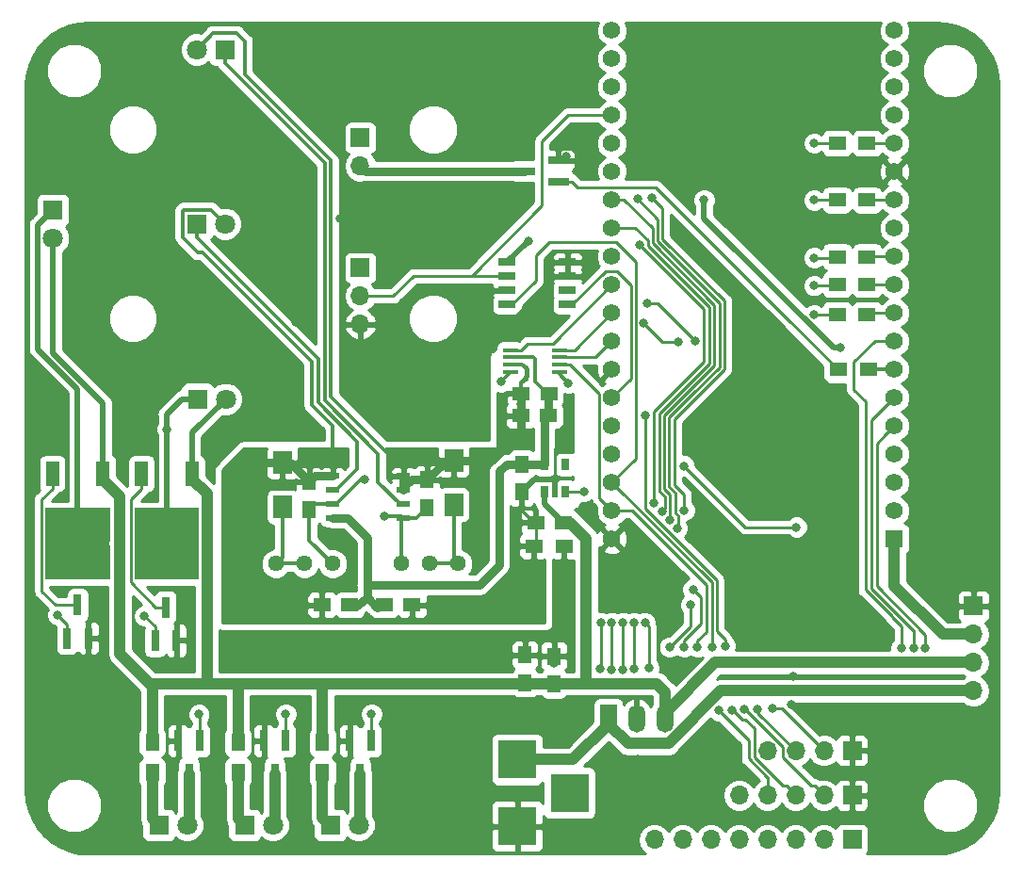
<source format=gtl>
G04 #@! TF.GenerationSoftware,KiCad,Pcbnew,(5.0.0)*
G04 #@! TF.CreationDate,2018-12-05T14:54:44-08:00*
G04 #@! TF.ProjectId,TestPlatformBoard,54657374506C6174666F726D426F6172,rev?*
G04 #@! TF.SameCoordinates,Original*
G04 #@! TF.FileFunction,Copper,L1,Top,Signal*
G04 #@! TF.FilePolarity,Positive*
%FSLAX46Y46*%
G04 Gerber Fmt 4.6, Leading zero omitted, Abs format (unit mm)*
G04 Created by KiCad (PCBNEW (5.0.0)) date 12/05/18 14:54:44*
%MOMM*%
%LPD*%
G01*
G04 APERTURE LIST*
G04 #@! TA.AperFunction,SMDPad,CuDef*
%ADD10R,1.500000X1.300000*%
G04 #@! TD*
G04 #@! TA.AperFunction,SMDPad,CuDef*
%ADD11R,0.800000X1.900000*%
G04 #@! TD*
G04 #@! TA.AperFunction,ComponentPad*
%ADD12C,1.560000*%
G04 #@! TD*
G04 #@! TA.AperFunction,ComponentPad*
%ADD13R,1.560000X1.560000*%
G04 #@! TD*
G04 #@! TA.AperFunction,SMDPad,CuDef*
%ADD14R,1.250000X1.500000*%
G04 #@! TD*
G04 #@! TA.AperFunction,SMDPad,CuDef*
%ADD15R,1.300000X1.500000*%
G04 #@! TD*
G04 #@! TA.AperFunction,SMDPad,CuDef*
%ADD16R,1.400000X0.450000*%
G04 #@! TD*
G04 #@! TA.AperFunction,SMDPad,CuDef*
%ADD17R,1.525000X0.650000*%
G04 #@! TD*
G04 #@! TA.AperFunction,ComponentPad*
%ADD18O,1.700000X1.700000*%
G04 #@! TD*
G04 #@! TA.AperFunction,ComponentPad*
%ADD19R,1.700000X1.700000*%
G04 #@! TD*
G04 #@! TA.AperFunction,SMDPad,CuDef*
%ADD20R,0.800000X1.000000*%
G04 #@! TD*
G04 #@! TA.AperFunction,SMDPad,CuDef*
%ADD21R,0.600000X1.000000*%
G04 #@! TD*
G04 #@! TA.AperFunction,SMDPad,CuDef*
%ADD22R,1.200000X2.200000*%
G04 #@! TD*
G04 #@! TA.AperFunction,SMDPad,CuDef*
%ADD23R,5.800000X6.400000*%
G04 #@! TD*
G04 #@! TA.AperFunction,SMDPad,CuDef*
%ADD24R,2.750000X3.050000*%
G04 #@! TD*
G04 #@! TA.AperFunction,ComponentPad*
%ADD25R,1.800000X1.800000*%
G04 #@! TD*
G04 #@! TA.AperFunction,ComponentPad*
%ADD26C,1.800000*%
G04 #@! TD*
G04 #@! TA.AperFunction,SMDPad,CuDef*
%ADD27R,1.500000X1.250000*%
G04 #@! TD*
G04 #@! TA.AperFunction,SMDPad,CuDef*
%ADD28R,1.900000X0.800000*%
G04 #@! TD*
G04 #@! TA.AperFunction,ComponentPad*
%ADD29C,1.440000*%
G04 #@! TD*
G04 #@! TA.AperFunction,SMDPad,CuDef*
%ADD30R,1.700000X2.000000*%
G04 #@! TD*
G04 #@! TA.AperFunction,SMDPad,CuDef*
%ADD31R,1.143000X0.508000*%
G04 #@! TD*
G04 #@! TA.AperFunction,ComponentPad*
%ADD32R,3.500000X3.500000*%
G04 #@! TD*
G04 #@! TA.AperFunction,ComponentPad*
%ADD33O,1.500000X2.500000*%
G04 #@! TD*
G04 #@! TA.AperFunction,ComponentPad*
%ADD34R,1.500000X2.500000*%
G04 #@! TD*
G04 #@! TA.AperFunction,ViaPad*
%ADD35C,0.800000*%
G04 #@! TD*
G04 #@! TA.AperFunction,Conductor*
%ADD36C,0.350000*%
G04 #@! TD*
G04 #@! TA.AperFunction,Conductor*
%ADD37C,0.750000*%
G04 #@! TD*
G04 #@! TA.AperFunction,Conductor*
%ADD38C,0.500000*%
G04 #@! TD*
G04 #@! TA.AperFunction,Conductor*
%ADD39C,0.250000*%
G04 #@! TD*
G04 #@! TA.AperFunction,Conductor*
%ADD40C,1.000000*%
G04 #@! TD*
G04 #@! TA.AperFunction,Conductor*
%ADD41C,0.254000*%
G04 #@! TD*
G04 APERTURE END LIST*
D10*
G04 #@! TO.P,R4,1*
G04 #@! TO.N,LED_G*
X76350000Y-27000000D03*
G04 #@! TO.P,R4,2*
G04 #@! TO.N,Net-(Q2-Pad1)*
X73650000Y-27000000D03*
G04 #@! TD*
D11*
G04 #@! TO.P,Q1,1*
G04 #@! TO.N,Net-(Q1-Pad1)*
X12350000Y-56300000D03*
G04 #@! TO.P,Q1,2*
G04 #@! TO.N,GND*
X14250000Y-56300000D03*
G04 #@! TO.P,Q1,3*
G04 #@! TO.N,Net-(IC1-Pad3)*
X13300000Y-53300000D03*
G04 #@! TD*
D12*
G04 #@! TO.P,U1,38*
G04 #@! TO.N,N/C*
X53400000Y-1440000D03*
G04 #@! TO.P,U1,37*
X53400000Y-3980000D03*
G04 #@! TO.P,U1,36*
X53400000Y-6520000D03*
G04 #@! TO.P,U1,35*
G04 #@! TO.N,TEMP1W*
X53400000Y-9060000D03*
G04 #@! TO.P,U1,34*
G04 #@! TO.N,IO2*
X53400000Y-11600000D03*
G04 #@! TO.P,U1,33*
G04 #@! TO.N,IO0*
X53400000Y-14140000D03*
G04 #@! TO.P,U1,32*
G04 #@! TO.N,IO4*
X53400000Y-16680000D03*
G04 #@! TO.P,U1,31*
G04 #@! TO.N,IO16*
X53400000Y-19220000D03*
G04 #@! TO.P,U1,30*
G04 #@! TO.N,IO17*
X53400000Y-21760000D03*
G04 #@! TO.P,U1,29*
G04 #@! TO.N,SPI_CS_ADC*
X53400000Y-24300000D03*
G04 #@! TO.P,U1,28*
G04 #@! TO.N,SPI_SCL*
X53400000Y-26840000D03*
G04 #@! TO.P,U1,27*
G04 #@! TO.N,SPI_Dout*
X53400000Y-29380000D03*
G04 #@! TO.P,U1,26*
G04 #@! TO.N,GND*
X53400000Y-31920000D03*
G04 #@! TO.P,U1,25*
G04 #@! TO.N,I2C_SDA*
X53400000Y-34460000D03*
G04 #@! TO.P,U1,24*
G04 #@! TO.N,N/C*
X53400000Y-37000000D03*
G04 #@! TO.P,U1,23*
X53400000Y-39540000D03*
G04 #@! TO.P,U1,22*
G04 #@! TO.N,I2C_SCL*
X53400000Y-42080000D03*
G04 #@! TO.P,U1,21*
G04 #@! TO.N,SPI_Din*
X53400000Y-44620000D03*
G04 #@! TO.P,U1,20*
G04 #@! TO.N,GND*
X53400000Y-47160000D03*
G04 #@! TO.P,U1,18*
G04 #@! TO.N,N/C*
X78800000Y-3980000D03*
G04 #@! TO.P,U1,17*
X78800000Y-6520000D03*
G04 #@! TO.P,U1,16*
X78800000Y-9060000D03*
G04 #@! TO.P,U1,15*
G04 #@! TO.N,CTRL_D2*
X78800000Y-11600000D03*
G04 #@! TO.P,U1,14*
G04 #@! TO.N,GND*
X78800000Y-14140000D03*
G04 #@! TO.P,U1,13*
G04 #@! TO.N,CTRL_D1*
X78800000Y-16680000D03*
G04 #@! TO.P,U1,12*
G04 #@! TO.N,CTRL_3V3A*
X78800000Y-19220000D03*
G04 #@! TO.P,U1,11*
G04 #@! TO.N,LED_R*
X78800000Y-21760000D03*
G04 #@! TO.P,U1,10*
G04 #@! TO.N,LED_Y*
X78800000Y-24300000D03*
G04 #@! TO.P,U1,9*
G04 #@! TO.N,LED_G*
X78800000Y-26840000D03*
G04 #@! TO.P,U1,8*
G04 #@! TO.N,IO33*
X78800000Y-29380000D03*
G04 #@! TO.P,U1,7*
G04 #@! TO.N,CTRL_Heater*
X78800000Y-31920000D03*
G04 #@! TO.P,U1,6*
G04 #@! TO.N,I35*
X78800000Y-34460000D03*
G04 #@! TO.P,U1,5*
G04 #@! TO.N,I34*
X78800000Y-37000000D03*
G04 #@! TO.P,U1,4*
G04 #@! TO.N,N/C*
X78800000Y-39540000D03*
G04 #@! TO.P,U1,3*
X78800000Y-42080000D03*
G04 #@! TO.P,U1,19*
G04 #@! TO.N,+5V*
X78800000Y-1440000D03*
G04 #@! TO.P,U1,2*
G04 #@! TO.N,N/C*
X78800000Y-44620000D03*
D13*
G04 #@! TO.P,U1,1*
G04 #@! TO.N,+3V3*
X78800000Y-47160000D03*
G04 #@! TD*
D14*
G04 #@! TO.P,C9,1*
G04 #@! TO.N,/LMC6482/Aout*
X36800000Y-44350000D03*
G04 #@! TO.P,C9,2*
G04 #@! TO.N,GNDA*
X36800000Y-41850000D03*
G04 #@! TD*
G04 #@! TO.P,C10,2*
G04 #@! TO.N,GNDA*
X26200000Y-42000000D03*
G04 #@! TO.P,C10,1*
G04 #@! TO.N,/LMC6482/Bout*
X26200000Y-44500000D03*
G04 #@! TD*
D10*
G04 #@! TO.P,R1,2*
G04 #@! TO.N,CTRL_D1*
X76350000Y-16700000D03*
G04 #@! TO.P,R1,1*
G04 #@! TO.N,Net-(Q1-Pad1)*
X73650000Y-16700000D03*
G04 #@! TD*
D15*
G04 #@! TO.P,R5,1*
G04 #@! TO.N,Net-(D3-Pad1)*
X27400000Y-68150000D03*
G04 #@! TO.P,R5,2*
G04 #@! TO.N,+5V*
X27400000Y-65450000D03*
G04 #@! TD*
D10*
G04 #@! TO.P,R6,2*
G04 #@! TO.N,Net-(Q4-Pad1)*
X73650000Y-21800000D03*
G04 #@! TO.P,R6,1*
G04 #@! TO.N,LED_R*
X76350000Y-21800000D03*
G04 #@! TD*
G04 #@! TO.P,R2,2*
G04 #@! TO.N,CTRL_D2*
X76350000Y-11600000D03*
G04 #@! TO.P,R2,1*
G04 #@! TO.N,Net-(Q5-Pad1)*
X73650000Y-11600000D03*
G04 #@! TD*
G04 #@! TO.P,R8,2*
G04 #@! TO.N,Net-(Q6-Pad1)*
X73650000Y-24300000D03*
G04 #@! TO.P,R8,1*
G04 #@! TO.N,LED_Y*
X76350000Y-24300000D03*
G04 #@! TD*
D15*
G04 #@! TO.P,R7,1*
G04 #@! TO.N,Net-(D6-Pad1)*
X12100000Y-68150000D03*
G04 #@! TO.P,R7,2*
G04 #@! TO.N,+5V*
X12100000Y-65450000D03*
G04 #@! TD*
D10*
G04 #@! TO.P,R3,2*
G04 #@! TO.N,CTRL_Heater*
X76450000Y-31950000D03*
G04 #@! TO.P,R3,1*
G04 #@! TO.N,Net-(Q3-Pad1)*
X73750000Y-31950000D03*
G04 #@! TD*
D16*
G04 #@! TO.P,IC4,1*
G04 #@! TO.N,SPI_CS_ADC*
X44300000Y-30200000D03*
G04 #@! TO.P,IC4,2*
G04 #@! TO.N,+3.3VA*
X44300000Y-30850000D03*
G04 #@! TO.P,IC4,3*
G04 #@! TO.N,GNDA*
X44300000Y-31500000D03*
G04 #@! TO.P,IC4,4*
G04 #@! TO.N,/LMC6482/Bout*
X44300000Y-32150000D03*
G04 #@! TO.P,IC4,5*
G04 #@! TO.N,/LMC6482/Aout*
X48700000Y-32150000D03*
G04 #@! TO.P,IC4,6*
G04 #@! TO.N,SPI_Din*
X48700000Y-31500000D03*
G04 #@! TO.P,IC4,7*
G04 #@! TO.N,SPI_Dout*
X48700000Y-30850000D03*
G04 #@! TO.P,IC4,8*
G04 #@! TO.N,SPI_SCL*
X48700000Y-30200000D03*
G04 #@! TD*
D17*
G04 #@! TO.P,IC5,1*
G04 #@! TO.N,+3V3*
X43988000Y-22295000D03*
G04 #@! TO.P,IC5,2*
G04 #@! TO.N,TEMP1W*
X43988000Y-23565000D03*
G04 #@! TO.P,IC5,3*
G04 #@! TO.N,GND*
X43988000Y-24835000D03*
G04 #@! TO.P,IC5,4*
G04 #@! TO.N,I2C_SCL*
X43988000Y-26105000D03*
G04 #@! TO.P,IC5,5*
G04 #@! TO.N,I2C_SDA*
X49412000Y-26105000D03*
G04 #@! TO.P,IC5,6*
G04 #@! TO.N,N/C*
X49412000Y-24835000D03*
G04 #@! TO.P,IC5,7*
G04 #@! TO.N,GND*
X49412000Y-23565000D03*
G04 #@! TO.P,IC5,8*
X49412000Y-22295000D03*
G04 #@! TD*
D18*
G04 #@! TO.P,J1,4*
G04 #@! TO.N,+12V*
X85900000Y-60820000D03*
G04 #@! TO.P,J1,3*
G04 #@! TO.N,+5V*
X85900000Y-58280000D03*
G04 #@! TO.P,J1,2*
G04 #@! TO.N,+3V3*
X85900000Y-55740000D03*
D19*
G04 #@! TO.P,J1,1*
G04 #@! TO.N,GND*
X85900000Y-53200000D03*
G04 #@! TD*
D18*
G04 #@! TO.P,J2,2*
G04 #@! TO.N,Heater-*
X30800000Y-13640000D03*
D19*
G04 #@! TO.P,J2,1*
G04 #@! TO.N,+12V*
X30800000Y-11100000D03*
G04 #@! TD*
D20*
G04 #@! TO.P,IC3,1*
G04 #@! TO.N,+5V*
X47350000Y-42900000D03*
D21*
G04 #@! TO.P,IC3,2*
G04 #@! TO.N,GNDA*
X48300000Y-42900000D03*
D20*
G04 #@! TO.P,IC3,3*
G04 #@! TO.N,CTRL_3V3A*
X49250000Y-42900000D03*
G04 #@! TO.P,IC3,4*
G04 #@! TO.N,N/C*
X49250000Y-40500000D03*
G04 #@! TO.P,IC3,5*
G04 #@! TO.N,+3.3VA*
X47350000Y-40500000D03*
G04 #@! TD*
D22*
G04 #@! TO.P,IC1,1*
G04 #@! TO.N,+5V*
X15680000Y-41300000D03*
G04 #@! TO.P,IC1,3*
G04 #@! TO.N,Net-(IC1-Pad3)*
X11120000Y-41300000D03*
D23*
G04 #@! TO.P,IC1,2*
G04 #@! TO.N,Net-(D1-Pad1)*
X13400000Y-47600000D03*
D24*
X11875000Y-49275000D03*
X14925000Y-45925000D03*
X14925000Y-49275000D03*
X11875000Y-45925000D03*
G04 #@! TD*
G04 #@! TO.P,IC2,2*
G04 #@! TO.N,Net-(D2-Pad1)*
X3875000Y-45925000D03*
X6925000Y-49275000D03*
X6925000Y-45925000D03*
X3875000Y-49275000D03*
D23*
X5400000Y-47600000D03*
D22*
G04 #@! TO.P,IC2,3*
G04 #@! TO.N,Net-(IC2-Pad3)*
X3120000Y-41300000D03*
G04 #@! TO.P,IC2,1*
G04 #@! TO.N,+5V*
X7680000Y-41300000D03*
G04 #@! TD*
D25*
G04 #@! TO.P,D4,1*
G04 #@! TO.N,/LMC6482/B-*
X16100000Y-18850000D03*
D26*
G04 #@! TO.P,D4,2*
G04 #@! TO.N,GNDA*
X18640000Y-18850000D03*
G04 #@! TD*
G04 #@! TO.P,D5,2*
G04 #@! TO.N,GNDA*
X16100000Y-3175000D03*
D25*
G04 #@! TO.P,D5,1*
G04 #@! TO.N,/LMC6482/A-*
X18640000Y-3175000D03*
G04 #@! TD*
D26*
G04 #@! TO.P,D7,2*
G04 #@! TO.N,Net-(D7-Pad2)*
X22940000Y-72900000D03*
D25*
G04 #@! TO.P,D7,1*
G04 #@! TO.N,Net-(D7-Pad1)*
X20400000Y-72900000D03*
G04 #@! TD*
D14*
G04 #@! TO.P,C8,2*
G04 #@! TO.N,GNDA*
X45300000Y-42950000D03*
G04 #@! TO.P,C8,1*
G04 #@! TO.N,+3.3VA*
X45300000Y-40450000D03*
G04 #@! TD*
D27*
G04 #@! TO.P,C6,2*
G04 #@! TO.N,GNDA*
X45250000Y-34100000D03*
G04 #@! TO.P,C6,1*
G04 #@! TO.N,+3.3VA*
X47750000Y-34100000D03*
G04 #@! TD*
G04 #@! TO.P,C7,1*
G04 #@! TO.N,+3.3VA*
X47700000Y-36100000D03*
G04 #@! TO.P,C7,2*
G04 #@! TO.N,GNDA*
X45200000Y-36100000D03*
G04 #@! TD*
G04 #@! TO.P,C5,1*
G04 #@! TO.N,+5V*
X49050000Y-45700000D03*
G04 #@! TO.P,C5,2*
G04 #@! TO.N,GNDA*
X46550000Y-45700000D03*
G04 #@! TD*
D10*
G04 #@! TO.P,JP1,1*
G04 #@! TO.N,GNDA*
X46400000Y-47800000D03*
G04 #@! TO.P,JP1,2*
G04 #@! TO.N,GND*
X49100000Y-47800000D03*
G04 #@! TD*
D18*
G04 #@! TO.P,J3,3*
G04 #@! TO.N,GND*
X30800000Y-27880000D03*
G04 #@! TO.P,J3,2*
G04 #@! TO.N,TEMP1W*
X30800000Y-25340000D03*
D19*
G04 #@! TO.P,J3,1*
G04 #@! TO.N,+3V3*
X30800000Y-22800000D03*
G04 #@! TD*
D28*
G04 #@! TO.P,Q3,1*
G04 #@! TO.N,Net-(Q3-Pad1)*
X48600000Y-15050000D03*
G04 #@! TO.P,Q3,2*
G04 #@! TO.N,GND*
X48600000Y-13150000D03*
G04 #@! TO.P,Q3,3*
G04 #@! TO.N,Heater-*
X45600000Y-14100000D03*
G04 #@! TD*
D11*
G04 #@! TO.P,Q6,3*
G04 #@! TO.N,Net-(D7-Pad2)*
X23100000Y-68300000D03*
G04 #@! TO.P,Q6,2*
G04 #@! TO.N,GND*
X22150000Y-65300000D03*
G04 #@! TO.P,Q6,1*
G04 #@! TO.N,Net-(Q6-Pad1)*
X24050000Y-65300000D03*
G04 #@! TD*
G04 #@! TO.P,Q2,3*
G04 #@! TO.N,Net-(D3-Pad2)*
X30800000Y-68300000D03*
G04 #@! TO.P,Q2,2*
G04 #@! TO.N,GND*
X29850000Y-65300000D03*
G04 #@! TO.P,Q2,1*
G04 #@! TO.N,Net-(Q2-Pad1)*
X31750000Y-65300000D03*
G04 #@! TD*
D18*
G04 #@! TO.P,J5,8*
G04 #@! TO.N,IO17*
X57220000Y-74200000D03*
G04 #@! TO.P,J5,7*
G04 #@! TO.N,IO16*
X59760000Y-74200000D03*
G04 #@! TO.P,J5,6*
G04 #@! TO.N,IO4*
X62300000Y-74200000D03*
G04 #@! TO.P,J5,5*
G04 #@! TO.N,IO0*
X64840000Y-74200000D03*
G04 #@! TO.P,J5,4*
G04 #@! TO.N,IO2*
X67380000Y-74200000D03*
G04 #@! TO.P,J5,3*
G04 #@! TO.N,IO33*
X69920000Y-74200000D03*
G04 #@! TO.P,J5,2*
G04 #@! TO.N,I35*
X72460000Y-74200000D03*
D19*
G04 #@! TO.P,J5,1*
G04 #@! TO.N,I34*
X75000000Y-74200000D03*
G04 #@! TD*
D11*
G04 #@! TO.P,Q5,1*
G04 #@! TO.N,Net-(Q5-Pad1)*
X4450000Y-56100000D03*
G04 #@! TO.P,Q5,2*
G04 #@! TO.N,GND*
X6350000Y-56100000D03*
G04 #@! TO.P,Q5,3*
G04 #@! TO.N,Net-(IC2-Pad3)*
X5400000Y-53100000D03*
G04 #@! TD*
G04 #@! TO.P,Q4,3*
G04 #@! TO.N,Net-(D6-Pad2)*
X15400000Y-68300000D03*
G04 #@! TO.P,Q4,2*
G04 #@! TO.N,GND*
X14450000Y-65300000D03*
G04 #@! TO.P,Q4,1*
G04 #@! TO.N,Net-(Q4-Pad1)*
X16350000Y-65300000D03*
G04 #@! TD*
D27*
G04 #@! TO.P,C1,2*
G04 #@! TO.N,GNDA*
X27350000Y-53100000D03*
G04 #@! TO.P,C1,1*
G04 #@! TO.N,+3.3VA*
X29850000Y-53100000D03*
G04 #@! TD*
D14*
G04 #@! TO.P,C4,2*
G04 #@! TO.N,GND*
X45600000Y-57600000D03*
G04 #@! TO.P,C4,1*
G04 #@! TO.N,+5V*
X45600000Y-60100000D03*
G04 #@! TD*
D27*
G04 #@! TO.P,C2,1*
G04 #@! TO.N,+3.3VA*
X32950000Y-53100000D03*
G04 #@! TO.P,C2,2*
G04 #@! TO.N,GNDA*
X35450000Y-53100000D03*
G04 #@! TD*
D14*
G04 #@! TO.P,C3,1*
G04 #@! TO.N,+5V*
X48200000Y-60200000D03*
G04 #@! TO.P,C3,2*
G04 #@! TO.N,GND*
X48200000Y-57700000D03*
G04 #@! TD*
D29*
G04 #@! TO.P,RV1,3*
G04 #@! TO.N,Net-(R10-Pad1)*
X39580000Y-49400000D03*
G04 #@! TO.P,RV1,2*
X37040000Y-49400000D03*
G04 #@! TO.P,RV1,1*
G04 #@! TO.N,/LMC6482/Aout*
X34500000Y-49400000D03*
G04 #@! TD*
D30*
G04 #@! TO.P,R11,2*
G04 #@! TO.N,GNDA*
X23800000Y-40300000D03*
G04 #@! TO.P,R11,1*
G04 #@! TO.N,Net-(R11-Pad1)*
X23800000Y-44300000D03*
G04 #@! TD*
D15*
G04 #@! TO.P,R9,1*
G04 #@! TO.N,Net-(D7-Pad1)*
X19800000Y-68150000D03*
G04 #@! TO.P,R9,2*
G04 #@! TO.N,+5V*
X19800000Y-65450000D03*
G04 #@! TD*
D30*
G04 #@! TO.P,R10,1*
G04 #@! TO.N,Net-(R10-Pad1)*
X39200000Y-44100000D03*
G04 #@! TO.P,R10,2*
G04 #@! TO.N,GNDA*
X39200000Y-40100000D03*
G04 #@! TD*
D31*
G04 #@! TO.P,U3,1*
G04 #@! TO.N,/LMC6482/Aout*
X34675000Y-45305000D03*
G04 #@! TO.P,U3,2*
G04 #@! TO.N,/LMC6482/A-*
X34675000Y-44035000D03*
G04 #@! TO.P,U3,3*
G04 #@! TO.N,GNDA*
X34675000Y-42765000D03*
G04 #@! TO.P,U3,4*
X34675000Y-41495000D03*
G04 #@! TO.P,U3,5*
X28325000Y-41495000D03*
G04 #@! TO.P,U3,6*
G04 #@! TO.N,/LMC6482/B-*
X28325000Y-42765000D03*
G04 #@! TO.P,U3,7*
G04 #@! TO.N,/LMC6482/Bout*
X28325000Y-44035000D03*
G04 #@! TO.P,U3,8*
G04 #@! TO.N,+3.3VA*
X28325000Y-45305000D03*
G04 #@! TD*
D29*
G04 #@! TO.P,RV2,1*
G04 #@! TO.N,/LMC6482/Bout*
X28300000Y-49400000D03*
G04 #@! TO.P,RV2,2*
G04 #@! TO.N,Net-(R11-Pad1)*
X25760000Y-49400000D03*
G04 #@! TO.P,RV2,3*
X23220000Y-49400000D03*
G04 #@! TD*
D32*
G04 #@! TO.P,J4,3*
G04 #@! TO.N,N/C*
X49600000Y-70000000D03*
G04 #@! TO.P,J4,2*
G04 #@! TO.N,GND*
X44900000Y-73000000D03*
G04 #@! TO.P,J4,1*
G04 #@! TO.N,+12V*
X44900000Y-67000000D03*
G04 #@! TD*
D25*
G04 #@! TO.P,D1,1*
G04 #@! TO.N,Net-(D1-Pad1)*
X16160000Y-34600000D03*
D26*
G04 #@! TO.P,D1,2*
G04 #@! TO.N,+5V*
X18700000Y-34600000D03*
G04 #@! TD*
G04 #@! TO.P,D2,2*
G04 #@! TO.N,+5V*
X3175000Y-20140000D03*
D25*
G04 #@! TO.P,D2,1*
G04 #@! TO.N,Net-(D2-Pad1)*
X3175000Y-17600000D03*
G04 #@! TD*
D26*
G04 #@! TO.P,D3,2*
G04 #@! TO.N,Net-(D3-Pad2)*
X30640000Y-72900000D03*
D25*
G04 #@! TO.P,D3,1*
G04 #@! TO.N,Net-(D3-Pad1)*
X28100000Y-72900000D03*
G04 #@! TD*
G04 #@! TO.P,D6,1*
G04 #@! TO.N,Net-(D6-Pad1)*
X12700000Y-72900000D03*
D26*
G04 #@! TO.P,D6,2*
G04 #@! TO.N,Net-(D6-Pad2)*
X15240000Y-72900000D03*
G04 #@! TD*
D18*
G04 #@! TO.P,J6,5*
G04 #@! TO.N,+3V3*
X64840000Y-70200000D03*
G04 #@! TO.P,J6,4*
G04 #@! TO.N,SPI_SCL*
X67380000Y-70200000D03*
G04 #@! TO.P,J6,3*
G04 #@! TO.N,SPI_Dout*
X69920000Y-70200000D03*
G04 #@! TO.P,J6,2*
G04 #@! TO.N,SPI_Din*
X72460000Y-70200000D03*
D19*
G04 #@! TO.P,J6,1*
G04 #@! TO.N,GND*
X75000000Y-70200000D03*
G04 #@! TD*
D18*
G04 #@! TO.P,J7,4*
G04 #@! TO.N,+3V3*
X67380000Y-66200000D03*
G04 #@! TO.P,J7,3*
G04 #@! TO.N,I2C_SCL*
X69920000Y-66200000D03*
G04 #@! TO.P,J7,2*
G04 #@! TO.N,I2C_SDA*
X72460000Y-66200000D03*
D19*
G04 #@! TO.P,J7,1*
G04 #@! TO.N,GND*
X75000000Y-66200000D03*
G04 #@! TD*
D33*
G04 #@! TO.P,U2,3*
G04 #@! TO.N,+5V*
X58180000Y-63300000D03*
G04 #@! TO.P,U2,2*
G04 #@! TO.N,GND*
X55640000Y-63300000D03*
D34*
G04 #@! TO.P,U2,1*
G04 #@! TO.N,+12V*
X53100000Y-63300000D03*
G04 #@! TD*
D35*
G04 #@! TO.N,GNDA*
X20300000Y-41100000D03*
X20000000Y-49700000D03*
X45000000Y-53300000D03*
X46500000Y-50100000D03*
X45200000Y-38200000D03*
X49100000Y-38200000D03*
X48300000Y-41800000D03*
X44700000Y-45100000D03*
X41150000Y-46150000D03*
X35850000Y-39750000D03*
X29650000Y-51250000D03*
X28250000Y-47250000D03*
X37550000Y-53000000D03*
X25100000Y-53000000D03*
X29400000Y-39800000D03*
X45200000Y-35050000D03*
X41350000Y-41800000D03*
G04 #@! TO.N,+5V*
X9200000Y-51100000D03*
X9200000Y-56100000D03*
G04 #@! TO.N,GND*
X49300000Y-12800000D03*
X48200000Y-58300000D03*
X58400000Y-51550000D03*
X50400000Y-62700000D03*
X49000000Y-51000000D03*
X66700000Y-49100000D03*
X74400000Y-52000000D03*
X73400000Y-43100000D03*
X65800000Y-37200000D03*
X70300000Y-34300000D03*
X83800000Y-47100000D03*
X83900000Y-38600000D03*
X83500000Y-28700000D03*
X83400000Y-21200000D03*
X73300000Y-19300000D03*
X62800000Y-14100000D03*
X58300000Y-8100000D03*
X68200000Y-4300000D03*
X73500000Y-6700000D03*
X46000000Y-5200000D03*
X45300000Y-15900000D03*
X38000000Y-18500000D03*
X29000000Y-18400000D03*
X25500000Y-7400000D03*
X20400000Y-9200000D03*
X12300000Y-15500000D03*
X4400000Y-11400000D03*
X5700000Y-24700000D03*
X2400000Y-36100000D03*
X25000000Y-27700000D03*
X22500000Y-29700000D03*
X10400000Y-61900000D03*
X3200000Y-66200000D03*
X9600000Y-71000000D03*
X17950000Y-73000000D03*
X25650000Y-73000000D03*
X37100000Y-72100000D03*
X36700000Y-63100000D03*
X25700000Y-57700000D03*
X39100000Y-57700000D03*
X77900000Y-63800000D03*
X84500000Y-64400000D03*
X79300000Y-73700000D03*
X69500000Y-62100000D03*
X69700000Y-59500000D03*
X65350000Y-56900000D03*
X74400000Y-56900000D03*
X62900000Y-67500000D03*
X58600000Y-59000000D03*
X65200000Y-25800000D03*
X62800000Y-23100000D03*
X60000000Y-20300000D03*
X15400000Y-25300000D03*
X11000000Y-38200000D03*
X8600000Y-32800000D03*
X4600000Y-58700000D03*
X29200000Y-62500000D03*
X21550000Y-62550000D03*
X13950000Y-62400000D03*
X14200000Y-58700000D03*
X55700000Y-67000000D03*
X56600000Y-69800000D03*
X52500000Y-73850000D03*
G04 #@! TO.N,/LMC6482/Aout*
X49500000Y-33150000D03*
X33000000Y-45150000D03*
G04 #@! TO.N,/LMC6482/Bout*
X31150000Y-41850000D03*
X43450000Y-33050000D03*
G04 #@! TO.N,CTRL_3V3A*
X50900000Y-42900000D03*
G04 #@! TO.N,SPI_Din*
X65300000Y-62500000D03*
X61100000Y-56900000D03*
G04 #@! TO.N,SPI_Dout*
X64200000Y-62600000D03*
X59900000Y-56900000D03*
X60700000Y-51700000D03*
X59400000Y-29500000D03*
X56275010Y-27800000D03*
G04 #@! TO.N,SPI_SCL*
X63000000Y-62600000D03*
X58600000Y-56900000D03*
X60500000Y-53100000D03*
X60900000Y-29400000D03*
X56600000Y-26000000D03*
G04 #@! TO.N,+3V3*
X59900000Y-40600000D03*
X70000000Y-46100000D03*
X45900000Y-20400000D03*
X61700000Y-16700000D03*
X73900000Y-30000000D03*
G04 #@! TO.N,I2C_SCL*
X66500000Y-62500000D03*
X62400000Y-56900000D03*
G04 #@! TO.N,I2C_SDA*
X67800000Y-62400000D03*
X63600000Y-56800000D03*
X56400000Y-36100000D03*
G04 #@! TO.N,IO0*
X55412875Y-58882468D03*
X55400009Y-54700000D03*
X59300000Y-46200000D03*
X55700000Y-16600000D03*
G04 #@! TO.N,IO2*
X56712799Y-58787201D03*
X56400012Y-54700000D03*
X59912653Y-44587347D03*
X57000000Y-16500000D03*
G04 #@! TO.N,IO4*
X54392451Y-58887349D03*
X54400006Y-54700000D03*
X58616907Y-45421990D03*
G04 #@! TO.N,IO16*
X53379797Y-58900000D03*
X53400003Y-54700000D03*
X57925000Y-44700000D03*
G04 #@! TO.N,IO17*
X55900000Y-20700000D03*
X52400000Y-54700000D03*
X57200000Y-43900000D03*
X52350000Y-58800000D03*
G04 #@! TO.N,IO33*
X79400000Y-57000000D03*
G04 #@! TO.N,I34*
X81600000Y-57000000D03*
G04 #@! TO.N,I35*
X80500000Y-57000000D03*
G04 #@! TO.N,Net-(D1-Pad1)*
X13400000Y-37300000D03*
G04 #@! TO.N,Net-(Q1-Pad1)*
X11400000Y-54100000D03*
X71600000Y-16700000D03*
G04 #@! TO.N,Net-(Q2-Pad1)*
X31800000Y-62900000D03*
X71600000Y-27000000D03*
G04 #@! TO.N,Net-(Q4-Pad1)*
X71600000Y-21900000D03*
X16300000Y-62946602D03*
G04 #@! TO.N,Net-(Q5-Pad1)*
X3600000Y-54000000D03*
X71600000Y-11600000D03*
G04 #@! TO.N,Net-(Q6-Pad1)*
X24100000Y-62900000D03*
X71600000Y-24400000D03*
G04 #@! TD*
D36*
G04 #@! TO.N,GNDA*
X28325000Y-37025000D02*
X28325000Y-41495000D01*
X26400000Y-35100000D02*
X28325000Y-37025000D01*
X26400000Y-31200000D02*
X26400000Y-35100000D01*
X16600000Y-21400000D02*
X26400000Y-31200000D01*
X17364999Y-17574999D02*
X14899999Y-17574999D01*
X14899999Y-17574999D02*
X14800000Y-17674998D01*
X18640000Y-18850000D02*
X17364999Y-17574999D01*
X14800000Y-17674998D02*
X14800000Y-20025002D01*
X14800000Y-20025002D02*
X16174998Y-21400000D01*
X16174998Y-21400000D02*
X16600000Y-21400000D01*
X16100000Y-3175000D02*
X17575000Y-1700000D01*
X20400000Y-2459998D02*
X20400000Y-5407170D01*
X19640002Y-1700000D02*
X20400000Y-2459998D01*
X17575000Y-1700000D02*
X19640002Y-1700000D01*
X20400000Y-5407170D02*
X28150008Y-13157178D01*
X34675000Y-40891000D02*
X34675000Y-41495000D01*
X28150008Y-34366008D02*
X28400000Y-34616000D01*
X28150008Y-13157178D02*
X28150008Y-34366008D01*
X28256178Y-34472178D02*
X28400000Y-34616000D01*
X28400000Y-34616000D02*
X34675000Y-40891000D01*
D37*
X38550000Y-40100000D02*
X36800000Y-41850000D01*
X39200000Y-40100000D02*
X38550000Y-40100000D01*
X35175000Y-42100000D02*
X34675000Y-42100000D01*
X35425000Y-41850000D02*
X35175000Y-42100000D01*
X36800000Y-41850000D02*
X35425000Y-41850000D01*
D38*
X34675000Y-41495000D02*
X34675000Y-42100000D01*
X34675000Y-42100000D02*
X34675000Y-42765000D01*
D37*
X34675000Y-42765000D02*
X34675000Y-41495000D01*
X24500000Y-40300000D02*
X26200000Y-42000000D01*
X23800000Y-40300000D02*
X24500000Y-40300000D01*
X26705000Y-41495000D02*
X28325000Y-41495000D01*
X26200000Y-42000000D02*
X26705000Y-41495000D01*
D36*
X45350000Y-31500000D02*
X45800000Y-31950000D01*
X44300000Y-31500000D02*
X45350000Y-31500000D01*
X45250000Y-33125000D02*
X45250000Y-34100000D01*
X45800000Y-32575000D02*
X45250000Y-33125000D01*
X45800000Y-31950000D02*
X45800000Y-32575000D01*
D37*
X45200000Y-37500000D02*
X45200000Y-36100000D01*
X39200000Y-40100000D02*
X41550000Y-40100000D01*
X42600000Y-40100000D02*
X45200000Y-37500000D01*
X45200000Y-34150000D02*
X45250000Y-34100000D01*
X45200000Y-36100000D02*
X45200000Y-35050000D01*
D39*
X46425000Y-45700000D02*
X46550000Y-45700000D01*
X45300000Y-44575000D02*
X46425000Y-45700000D01*
X45300000Y-42950000D02*
X45300000Y-44575000D01*
X46550000Y-47650000D02*
X46400000Y-47800000D01*
X46550000Y-45700000D02*
X46550000Y-47650000D01*
D38*
X48300000Y-42900000D02*
X48300000Y-41800000D01*
X46450000Y-41800000D02*
X45300000Y-42950000D01*
X48300000Y-41800000D02*
X46450000Y-41800000D01*
D39*
X27350000Y-54350000D02*
X27350000Y-53100000D01*
X27400000Y-54400000D02*
X27350000Y-54350000D01*
X35025000Y-54400000D02*
X27400000Y-54400000D01*
X35450000Y-53100000D02*
X35450000Y-53975000D01*
X35450000Y-53975000D02*
X35025000Y-54400000D01*
X27250000Y-53000000D02*
X27350000Y-53100000D01*
X20300000Y-53000000D02*
X27250000Y-53000000D01*
X44800000Y-53100000D02*
X45000000Y-53300000D01*
X35450000Y-53100000D02*
X44800000Y-53100000D01*
X46400000Y-51900000D02*
X45000000Y-53300000D01*
X46400000Y-47800000D02*
X46400000Y-51900000D01*
X48300000Y-39000000D02*
X48300000Y-41800000D01*
X49100000Y-38200000D02*
X48300000Y-39000000D01*
X45200000Y-38200000D02*
X45200000Y-37500000D01*
D37*
X21100000Y-40300000D02*
X20300000Y-41100000D01*
X23800000Y-40300000D02*
X21100000Y-40300000D01*
X41550000Y-40100000D02*
X42600000Y-40100000D01*
X45200000Y-35050000D02*
X45200000Y-34150000D01*
G04 #@! TO.N,+3.3VA*
X29646500Y-45305000D02*
X31400000Y-47058500D01*
X28325000Y-45305000D02*
X29646500Y-45305000D01*
X47300000Y-40450000D02*
X47350000Y-40500000D01*
X45300000Y-40450000D02*
X47300000Y-40450000D01*
X47350000Y-36450000D02*
X47700000Y-36100000D01*
X47350000Y-40500000D02*
X47350000Y-36450000D01*
X47700000Y-34150000D02*
X47750000Y-34100000D01*
X47700000Y-36100000D02*
X47700000Y-34150000D01*
D36*
X44300000Y-30850000D02*
X46350000Y-30850000D01*
X47625000Y-34100000D02*
X47750000Y-34100000D01*
X46524999Y-32999999D02*
X47625000Y-34100000D01*
X46524999Y-31024999D02*
X46524999Y-32999999D01*
X46350000Y-30850000D02*
X46524999Y-31024999D01*
D37*
X30500000Y-53200000D02*
X29800000Y-53100000D01*
X31400000Y-52375000D02*
X30500000Y-53200000D01*
X32300000Y-53300000D02*
X31400000Y-52375000D01*
X33000000Y-53100000D02*
X32300000Y-53300000D01*
X34875000Y-51300000D02*
X31400000Y-51300000D01*
X41500000Y-51300000D02*
X34875000Y-51300000D01*
X31400000Y-51300000D02*
X31400000Y-52375000D01*
X31400000Y-47058500D02*
X31400000Y-51300000D01*
X45300000Y-40450000D02*
X43925000Y-40450000D01*
X43925000Y-40450000D02*
X43300000Y-41075000D01*
X43300000Y-41075000D02*
X43300000Y-49500000D01*
X43300000Y-49500000D02*
X41500000Y-51300000D01*
D38*
G04 #@! TO.N,+5V*
X15680000Y-37620000D02*
X15680000Y-41300000D01*
X18700000Y-34600000D02*
X15680000Y-37620000D01*
X7680000Y-39700000D02*
X7680000Y-41300000D01*
X7680000Y-34990038D02*
X7680000Y-39700000D01*
X3175000Y-30485038D02*
X3175000Y-30485038D01*
X3175000Y-20140000D02*
X3175000Y-30485038D01*
D40*
X7680000Y-41300000D02*
X7680000Y-41800000D01*
X7680000Y-41800000D02*
X9200000Y-43320000D01*
X9200000Y-43320000D02*
X9200000Y-51100000D01*
X9200000Y-57500000D02*
X11900000Y-60200000D01*
X17000001Y-60099999D02*
X16900000Y-60200000D01*
X17000001Y-43120001D02*
X17000001Y-60099999D01*
X15680000Y-41800000D02*
X17000001Y-43120001D01*
X15680000Y-41300000D02*
X15680000Y-41800000D01*
X11900000Y-60200000D02*
X16900000Y-60200000D01*
X12100000Y-60400000D02*
X11900000Y-60200000D01*
X12100000Y-65450000D02*
X12100000Y-60400000D01*
X19800000Y-65450000D02*
X19800000Y-60200000D01*
X16900000Y-60200000D02*
X19800000Y-60200000D01*
X27400000Y-65450000D02*
X27400000Y-60200000D01*
X19800000Y-60200000D02*
X27400000Y-60200000D01*
X58180000Y-62800000D02*
X58180000Y-63300000D01*
X62700000Y-58280000D02*
X58180000Y-62800000D01*
X85900000Y-58280000D02*
X62700000Y-58280000D01*
X51100000Y-47139998D02*
X51100000Y-60200000D01*
X49660002Y-45700000D02*
X51100000Y-47139998D01*
X49050000Y-45700000D02*
X49660002Y-45700000D01*
X27400000Y-60200000D02*
X51100000Y-60200000D01*
D38*
X47350000Y-44000000D02*
X49050000Y-45700000D01*
X47350000Y-42900000D02*
X47350000Y-44000000D01*
X3175000Y-30485038D02*
X7680000Y-34990038D01*
D40*
X9200000Y-51100000D02*
X9200000Y-56100000D01*
X9200000Y-56100000D02*
X9200000Y-57500000D01*
X58180000Y-60930000D02*
X58180000Y-63300000D01*
X51100000Y-60200000D02*
X57450000Y-60200000D01*
X57450000Y-60200000D02*
X58180000Y-60930000D01*
D39*
G04 #@! TO.N,GND*
X49412000Y-23565000D02*
X49412000Y-22295000D01*
X41865000Y-24835000D02*
X43988000Y-24835000D01*
X48399500Y-23565000D02*
X44664500Y-27300000D01*
X49412000Y-23565000D02*
X48399500Y-23565000D01*
X42500000Y-27300000D02*
X41700000Y-26500000D01*
X44664500Y-27300000D02*
X42500000Y-27300000D01*
X41700000Y-26500000D02*
X41700000Y-25000000D01*
X41700000Y-25000000D02*
X41865000Y-24835000D01*
D36*
G04 #@! TO.N,/LMC6482/Aout*
X34500000Y-45480000D02*
X34675000Y-45305000D01*
X34500000Y-49400000D02*
X34500000Y-45480000D01*
X35845000Y-45305000D02*
X34675000Y-45305000D01*
X36800000Y-44350000D02*
X35845000Y-45305000D01*
X48700000Y-32150000D02*
X48700000Y-32350000D01*
X48700000Y-32350000D02*
X49500000Y-33150000D01*
X34520000Y-45150000D02*
X34675000Y-45305000D01*
X33000000Y-45150000D02*
X34520000Y-45150000D01*
G04 #@! TO.N,/LMC6482/Bout*
X26200000Y-47300000D02*
X28300000Y-49400000D01*
X26200000Y-44500000D02*
X26200000Y-47300000D01*
X26665000Y-44035000D02*
X26200000Y-44500000D01*
X28325000Y-44035000D02*
X26665000Y-44035000D01*
X30827500Y-41850000D02*
X31150000Y-41850000D01*
X28325000Y-44035000D02*
X28642500Y-44035000D01*
X28642500Y-44035000D02*
X30827500Y-41850000D01*
X43450000Y-33000000D02*
X44300000Y-32150000D01*
X43450000Y-33050000D02*
X43450000Y-33000000D01*
D40*
G04 #@! TO.N,Net-(D3-Pad2)*
X30800000Y-72740000D02*
X30640000Y-72900000D01*
X30800000Y-68300000D02*
X30800000Y-72740000D01*
G04 #@! TO.N,Net-(D3-Pad1)*
X27400000Y-72200000D02*
X28100000Y-72900000D01*
X27400000Y-68150000D02*
X27400000Y-72200000D01*
D36*
G04 #@! TO.N,/LMC6482/B-*
X16100000Y-18850000D02*
X16100000Y-20100000D01*
X16100000Y-20100000D02*
X27000000Y-31000000D01*
X27000000Y-31000000D02*
X27000000Y-34900000D01*
X27000000Y-34900000D02*
X30500000Y-38400000D01*
X28642500Y-42765000D02*
X28325000Y-42765000D01*
X30500000Y-40907500D02*
X28642500Y-42765000D01*
X30500000Y-38400000D02*
X30500000Y-40907500D01*
G04 #@! TO.N,/LMC6482/A-*
X18640000Y-4425000D02*
X27600000Y-13385000D01*
X18640000Y-3175000D02*
X18640000Y-4425000D01*
X27600000Y-13385000D02*
X27600000Y-34700000D01*
X27600000Y-34700000D02*
X32400000Y-39500000D01*
X34357500Y-44035000D02*
X34675000Y-44035000D01*
X32400000Y-42077500D02*
X34357500Y-44035000D01*
X32400000Y-39500000D02*
X32400000Y-42077500D01*
D40*
G04 #@! TO.N,Net-(D6-Pad2)*
X15400000Y-72740000D02*
X15240000Y-72900000D01*
X15400000Y-68300000D02*
X15400000Y-72740000D01*
G04 #@! TO.N,Net-(D6-Pad1)*
X12100000Y-72300000D02*
X12700000Y-72900000D01*
X12100000Y-68150000D02*
X12100000Y-72300000D01*
G04 #@! TO.N,Net-(D7-Pad1)*
X19800000Y-72300000D02*
X20400000Y-72900000D01*
X19800000Y-68150000D02*
X19800000Y-72300000D01*
G04 #@! TO.N,Net-(D7-Pad2)*
X23100000Y-72740000D02*
X22940000Y-72900000D01*
X23100000Y-68300000D02*
X23100000Y-72740000D01*
D39*
G04 #@! TO.N,CTRL_3V3A*
X49250000Y-42900000D02*
X50900000Y-42900000D01*
G04 #@! TO.N,SPI_CS_ADC*
X53400000Y-24300000D02*
X48100000Y-29600000D01*
X45250000Y-30200000D02*
X44300000Y-30200000D01*
X45850000Y-29600000D02*
X45250000Y-30200000D01*
X48100000Y-29600000D02*
X45850000Y-29600000D01*
G04 #@! TO.N,SPI_Din*
X52620001Y-43840001D02*
X53400000Y-44620000D01*
X52294999Y-43514999D02*
X52620001Y-43840001D01*
X52294999Y-34144999D02*
X52294999Y-43514999D01*
X49650000Y-31500000D02*
X52294999Y-34144999D01*
X48700000Y-31500000D02*
X49650000Y-31500000D01*
X71610001Y-69350001D02*
X71330999Y-69350001D01*
X71330999Y-69350001D02*
X68744999Y-66764001D01*
X68744999Y-66764001D02*
X68744999Y-65825997D01*
X72460000Y-70200000D02*
X71610001Y-69350001D01*
X68744999Y-65825997D02*
X65419002Y-62500000D01*
X65419002Y-62500000D02*
X65300000Y-62500000D01*
X61100000Y-56900000D02*
X61100000Y-56334315D01*
X61100000Y-56334315D02*
X61900000Y-55534315D01*
X61900000Y-55534315D02*
X61900000Y-51300000D01*
X55220000Y-44620000D02*
X53400000Y-44620000D01*
X61900000Y-51300000D02*
X55220000Y-44620000D01*
G04 #@! TO.N,SPI_Dout*
X51930000Y-30850000D02*
X53400000Y-29380000D01*
X48700000Y-30850000D02*
X51930000Y-30850000D01*
X68790999Y-69350001D02*
X66200000Y-66759002D01*
X69920000Y-70200000D02*
X69070001Y-69350001D01*
X69070001Y-69350001D02*
X68790999Y-69350001D01*
X66200000Y-64200000D02*
X65400000Y-63400000D01*
X66200000Y-66759002D02*
X66200000Y-64200000D01*
X64326998Y-62600000D02*
X64200000Y-62600000D01*
X65400000Y-63400000D02*
X65126998Y-63400000D01*
X65126998Y-63400000D02*
X64326998Y-62600000D01*
X59900000Y-56900000D02*
X59900000Y-56400000D01*
X59900000Y-56400000D02*
X59900000Y-56300000D01*
X59900000Y-56300000D02*
X61400000Y-54800000D01*
X61400000Y-54800000D02*
X61400000Y-52400000D01*
X61400000Y-52400000D02*
X60700000Y-51700000D01*
X59400000Y-29500000D02*
X57975010Y-29500000D01*
X57975010Y-29500000D02*
X56275010Y-27800000D01*
G04 #@! TO.N,SPI_SCL*
X50040000Y-30200000D02*
X53400000Y-26840000D01*
X48700000Y-30200000D02*
X50040000Y-30200000D01*
X67380000Y-70200000D02*
X67380000Y-68575412D01*
X67380000Y-68575412D02*
X67375412Y-68575412D01*
X67375412Y-68575412D02*
X65700000Y-66900000D01*
X65700000Y-66900000D02*
X65700000Y-65300000D01*
X65700000Y-65300000D02*
X63000000Y-62600000D01*
X58600000Y-56900000D02*
X60500000Y-55000000D01*
X60500000Y-55000000D02*
X60500000Y-53100000D01*
X60900000Y-29400000D02*
X57500000Y-26000000D01*
X57500000Y-26000000D02*
X56600000Y-26000000D01*
D40*
G04 #@! TO.N,+3V3*
X85900000Y-55740000D02*
X83140000Y-55740000D01*
X78800000Y-51400000D02*
X78800000Y-47160000D01*
X83140000Y-55740000D02*
X78800000Y-51400000D01*
D39*
X59900000Y-40600000D02*
X65400000Y-46100000D01*
X65400000Y-46100000D02*
X70000000Y-46100000D01*
D38*
X45883000Y-20400000D02*
X43988000Y-22295000D01*
X45900000Y-20400000D02*
X45883000Y-20400000D01*
X73341998Y-30000000D02*
X73900000Y-30000000D01*
X61700000Y-16700000D02*
X61700000Y-18358002D01*
X61700000Y-18358002D02*
X73341998Y-30000000D01*
D39*
G04 #@! TO.N,TEMP1W*
X30800000Y-25340000D02*
X33760000Y-25340000D01*
X33760000Y-25340000D02*
X35600000Y-23500000D01*
X40800000Y-23500000D02*
X47100000Y-17200000D01*
X35600000Y-23500000D02*
X40800000Y-23500000D01*
X47100000Y-17200000D02*
X47100000Y-11400000D01*
X49440000Y-9060000D02*
X53400000Y-9060000D01*
X47100000Y-11400000D02*
X49440000Y-9060000D01*
X42910500Y-23500000D02*
X40800000Y-23500000D01*
X42975500Y-23565000D02*
X42910500Y-23500000D01*
X43988000Y-23565000D02*
X42975500Y-23565000D01*
G04 #@! TO.N,I2C_SCL*
X55550010Y-39929990D02*
X53400000Y-42080000D01*
X55550010Y-22274608D02*
X55550010Y-39929990D01*
X44425500Y-26105000D02*
X46600000Y-23930500D01*
X43988000Y-26105000D02*
X44425500Y-26105000D01*
X46600000Y-23930500D02*
X46600000Y-21700000D01*
X46600000Y-21700000D02*
X47800000Y-20500000D01*
X47800000Y-20500000D02*
X53775402Y-20500000D01*
X53775402Y-20500000D02*
X55550010Y-22274608D01*
X69920000Y-66200000D02*
X66500000Y-62780000D01*
X66500000Y-62780000D02*
X66500000Y-62500000D01*
X62400000Y-51080000D02*
X53400000Y-42080000D01*
X62400000Y-56900000D02*
X62400000Y-51080000D01*
G04 #@! TO.N,I2C_SDA*
X49849500Y-26105000D02*
X52854500Y-23100000D01*
X49412000Y-26105000D02*
X49849500Y-26105000D01*
X53835402Y-23100000D02*
X55100000Y-24364598D01*
X52854500Y-23100000D02*
X53835402Y-23100000D01*
X55100000Y-32760000D02*
X53400000Y-34460000D01*
X55100000Y-24364598D02*
X55100000Y-32760000D01*
X72460000Y-66200000D02*
X68660000Y-62400000D01*
X68660000Y-62400000D02*
X67800000Y-62400000D01*
X63600000Y-56234315D02*
X62850010Y-55484325D01*
X63600000Y-56800000D02*
X63600000Y-56234315D01*
X62850010Y-55484325D02*
X62850009Y-50893599D01*
X62850009Y-50893599D02*
X56400000Y-44443590D01*
X56400000Y-44443590D02*
X56400000Y-36100000D01*
D40*
G04 #@! TO.N,+12V*
X49900000Y-67000000D02*
X53100000Y-63800000D01*
X44900000Y-67000000D02*
X49900000Y-67000000D01*
X63210623Y-60820000D02*
X58530623Y-65500000D01*
X85900000Y-60820000D02*
X63210623Y-60820000D01*
X53100000Y-63800000D02*
X53100000Y-63300000D01*
X54850000Y-65550000D02*
X53100000Y-63800000D01*
X58480623Y-65550000D02*
X54850000Y-65550000D01*
X58530623Y-65500000D02*
X58480623Y-65550000D01*
D37*
G04 #@! TO.N,Heater-*
X31260000Y-14100000D02*
X30800000Y-13640000D01*
X45600000Y-14100000D02*
X31260000Y-14100000D01*
D39*
G04 #@! TO.N,IO0*
X55412875Y-58882468D02*
X55412875Y-54712866D01*
X55412875Y-54712866D02*
X55400009Y-54700000D01*
X59300000Y-46200000D02*
X59400000Y-46100000D01*
X59400000Y-45100000D02*
X59100020Y-44800020D01*
X59400000Y-46100000D02*
X59400000Y-45100000D01*
X59100020Y-44800020D02*
X59100020Y-43027200D01*
X59100020Y-43027200D02*
X58550030Y-42477210D01*
X58550030Y-42477210D02*
X58550030Y-36259200D01*
X58550030Y-36259200D02*
X58550030Y-36259199D01*
X58550030Y-36259199D02*
X60668224Y-34141005D01*
X60668224Y-34141005D02*
X63100000Y-31709229D01*
X63100000Y-25990770D02*
X63050028Y-25940798D01*
X63100000Y-31709229D02*
X63100000Y-25990770D01*
X63050029Y-25990770D02*
X63050028Y-25940798D01*
X63100000Y-25990770D02*
X63050029Y-25990770D01*
X63050028Y-25940798D02*
X57525021Y-20415791D01*
X57525021Y-20415791D02*
X57525021Y-18425021D01*
X57525021Y-18425021D02*
X55700000Y-16600000D01*
G04 #@! TO.N,IO2*
X56712799Y-58787201D02*
X56712799Y-55012787D01*
X56712799Y-55012787D02*
X56400012Y-54700000D01*
X59912653Y-43203423D02*
X59550029Y-42840799D01*
X59912653Y-44587347D02*
X59912653Y-43203423D01*
X59550029Y-42840799D02*
X59000040Y-42290810D01*
X59000040Y-42290810D02*
X59000040Y-36445599D01*
X59000040Y-36445599D02*
X63550010Y-31895629D01*
X63550009Y-25804369D02*
X63500037Y-25754397D01*
X63550010Y-31895629D02*
X63550009Y-25804369D01*
X63500037Y-25754397D02*
X57975031Y-20229391D01*
X57975031Y-20229391D02*
X57975031Y-19500000D01*
X57975031Y-19500000D02*
X57975031Y-17475031D01*
X57975031Y-17475031D02*
X57000000Y-16500000D01*
G04 #@! TO.N,IO4*
X54392451Y-58887349D02*
X54392451Y-54707555D01*
X54392451Y-54707555D02*
X54400006Y-54700000D01*
X54503086Y-16680000D02*
X53400000Y-16680000D01*
X57075011Y-19251925D02*
X54503086Y-16680000D01*
X57075011Y-20602191D02*
X57075011Y-19251925D01*
X62600019Y-26127199D02*
X57075011Y-20602191D01*
X58650010Y-45388887D02*
X58650010Y-43213600D01*
X58650010Y-43213600D02*
X58100020Y-42663610D01*
X58100020Y-42663610D02*
X58100020Y-36072800D01*
X58100020Y-36072800D02*
X62600019Y-31572799D01*
X58616907Y-45421990D02*
X58650010Y-45388887D01*
X62600019Y-31572799D02*
X62600019Y-26127199D01*
G04 #@! TO.N,IO16*
X53379797Y-58900000D02*
X53379797Y-54720206D01*
X53379797Y-54720206D02*
X53400003Y-54700000D01*
X57925000Y-44700000D02*
X58200000Y-44425000D01*
X58200000Y-43400000D02*
X57650010Y-42850010D01*
X58200000Y-44425000D02*
X58200000Y-43400000D01*
X57650010Y-35886400D02*
X62150010Y-31386400D01*
X57650010Y-42850010D02*
X57650010Y-35886400D01*
X62150010Y-31386400D02*
X62150009Y-26313599D01*
X54503086Y-19220000D02*
X53400000Y-19220000D01*
X55493002Y-19220000D02*
X54503086Y-19220000D01*
X56625001Y-20351999D02*
X55493002Y-19220000D01*
X56625001Y-20788591D02*
X56625001Y-20351999D01*
X62150009Y-26313599D02*
X56625001Y-20788591D01*
G04 #@! TO.N,IO17*
X61700000Y-26500000D02*
X61700000Y-31200000D01*
X55900000Y-20700000D02*
X61700000Y-26500000D01*
X61700000Y-31200000D02*
X57200000Y-35700000D01*
X57200000Y-35700000D02*
X57200000Y-43900000D01*
X52400000Y-58750000D02*
X52350000Y-58800000D01*
X52400000Y-54700000D02*
X52400000Y-58750000D01*
G04 #@! TO.N,IO33*
X76200000Y-51736410D02*
X76200000Y-34800000D01*
X78600000Y-54136410D02*
X76200000Y-51736410D01*
X79400000Y-57000000D02*
X79400000Y-55000000D01*
X78600000Y-54200000D02*
X78600000Y-54136410D01*
X79400000Y-55000000D02*
X78600000Y-54200000D01*
X76200000Y-34800000D02*
X75150000Y-33750000D01*
X77696914Y-29380000D02*
X78800000Y-29380000D01*
X77034998Y-29380000D02*
X77696914Y-29380000D01*
X75150000Y-31264998D02*
X77034998Y-29380000D01*
X75150000Y-33750000D02*
X75150000Y-31264998D01*
G04 #@! TO.N,I34*
X78020001Y-37779999D02*
X78800000Y-37000000D01*
X77200000Y-38600000D02*
X78020001Y-37779999D01*
X77200000Y-51400000D02*
X77200000Y-38600000D01*
X81600000Y-55800000D02*
X77200000Y-51400000D01*
X81600000Y-57000000D02*
X81600000Y-55800000D01*
G04 #@! TO.N,I35*
X78020001Y-35239999D02*
X78800000Y-34460000D01*
X76749990Y-36510010D02*
X78020001Y-35239999D01*
X76749990Y-51649990D02*
X76749990Y-36510010D01*
X80436410Y-55336410D02*
X76749990Y-51649990D01*
X80500000Y-55336410D02*
X80436410Y-55336410D01*
X80500000Y-57000000D02*
X80500000Y-55336410D01*
G04 #@! TO.N,CTRL_D1*
X76370000Y-16680000D02*
X76350000Y-16700000D01*
X78800000Y-16680000D02*
X76370000Y-16680000D01*
G04 #@! TO.N,CTRL_D2*
X78800000Y-11600000D02*
X76350000Y-11600000D01*
D36*
G04 #@! TO.N,CTRL_Heater*
X78770000Y-31950000D02*
X78800000Y-31920000D01*
X76450000Y-31950000D02*
X78770000Y-31950000D01*
D39*
G04 #@! TO.N,LED_G*
X76510000Y-26840000D02*
X76350000Y-27000000D01*
X78800000Y-26840000D02*
X76510000Y-26840000D01*
G04 #@! TO.N,LED_R*
X76390000Y-21760000D02*
X76350000Y-21800000D01*
X78800000Y-21760000D02*
X76390000Y-21760000D01*
G04 #@! TO.N,LED_Y*
X78800000Y-24300000D02*
X76350000Y-24300000D01*
D36*
G04 #@! TO.N,Net-(R10-Pad1)*
X39200000Y-49020000D02*
X39580000Y-49400000D01*
X39200000Y-44100000D02*
X39200000Y-49020000D01*
X37040000Y-49400000D02*
X39580000Y-49400000D01*
G04 #@! TO.N,Net-(R11-Pad1)*
X25760000Y-49400000D02*
X23220000Y-49400000D01*
X23800000Y-48820000D02*
X23220000Y-49400000D01*
X23800000Y-44300000D02*
X23800000Y-48820000D01*
D38*
G04 #@! TO.N,Net-(D1-Pad1)*
X14760000Y-34600000D02*
X16160000Y-34600000D01*
X13400000Y-35960000D02*
X14760000Y-34600000D01*
X13400000Y-47600000D02*
X13400000Y-37300000D01*
X13400000Y-37300000D02*
X13400000Y-35960000D01*
G04 #@! TO.N,Net-(D2-Pad1)*
X5400000Y-45300000D02*
X5400000Y-33700000D01*
X5400000Y-47600000D02*
X5400000Y-45300000D01*
X1824999Y-30124999D02*
X1824999Y-18950001D01*
X1824999Y-18950001D02*
X3175000Y-17600000D01*
X5400000Y-33700000D02*
X1824999Y-30124999D01*
D39*
G04 #@! TO.N,Net-(IC1-Pad3)*
X12650000Y-53300000D02*
X13300000Y-53300000D01*
X12414998Y-53300000D02*
X12650000Y-53300000D01*
X10174999Y-51060001D02*
X12414998Y-53300000D01*
X10174999Y-43595001D02*
X10174999Y-51060001D01*
X11120000Y-42650000D02*
X10174999Y-43595001D01*
X11120000Y-41300000D02*
X11120000Y-42650000D01*
G04 #@! TO.N,Net-(IC2-Pad3)*
X4750000Y-53100000D02*
X5400000Y-53100000D01*
X3385002Y-53100000D02*
X4750000Y-53100000D01*
X2174999Y-51889997D02*
X3385002Y-53100000D01*
X2174999Y-43595001D02*
X2174999Y-51889997D01*
X3120000Y-42650000D02*
X2174999Y-43595001D01*
X3120000Y-41300000D02*
X3120000Y-42650000D01*
G04 #@! TO.N,Net-(Q1-Pad1)*
X12350000Y-55050000D02*
X12350000Y-56300000D01*
X11400000Y-54100000D02*
X12350000Y-55050000D01*
X73400000Y-16700000D02*
X73700000Y-16700000D01*
X71600000Y-16700000D02*
X73400000Y-16700000D01*
G04 #@! TO.N,Net-(Q2-Pad1)*
X31750000Y-65300000D02*
X31750000Y-62950000D01*
X31750000Y-62950000D02*
X31800000Y-62900000D01*
X71600000Y-27000000D02*
X73650000Y-27000000D01*
G04 #@! TO.N,Net-(Q3-Pad1)*
X50324999Y-15574999D02*
X57374999Y-15574999D01*
X48600000Y-15050000D02*
X49800000Y-15050000D01*
X49800000Y-15050000D02*
X50324999Y-15574999D01*
X68900000Y-27100000D02*
X73750000Y-31950000D01*
X57374999Y-15574999D02*
X68900000Y-27100000D01*
G04 #@! TO.N,Net-(Q4-Pad1)*
X73600000Y-21900000D02*
X71600000Y-21900000D01*
X16350000Y-62996602D02*
X16300000Y-62946602D01*
X16350000Y-65300000D02*
X16350000Y-62996602D01*
G04 #@! TO.N,Net-(Q5-Pad1)*
X4450000Y-54850000D02*
X3600000Y-54000000D01*
X4450000Y-56100000D02*
X4450000Y-54850000D01*
X73600000Y-11600000D02*
X71600000Y-11600000D01*
G04 #@! TO.N,Net-(Q6-Pad1)*
X24050000Y-65300000D02*
X24050000Y-62950000D01*
X24050000Y-62950000D02*
X24100000Y-62900000D01*
X73700000Y-24400000D02*
X71600000Y-24400000D01*
G04 #@! TD*
D41*
G04 #@! TO.N,GND*
G36*
X51985000Y-1158539D02*
X51985000Y-1721461D01*
X52200421Y-2241533D01*
X52598467Y-2639579D01*
X52768478Y-2710000D01*
X52598467Y-2780421D01*
X52200421Y-3178467D01*
X51985000Y-3698539D01*
X51985000Y-4261461D01*
X52200421Y-4781533D01*
X52598467Y-5179579D01*
X52768478Y-5250000D01*
X52598467Y-5320421D01*
X52200421Y-5718467D01*
X51985000Y-6238539D01*
X51985000Y-6801461D01*
X52200421Y-7321533D01*
X52598467Y-7719579D01*
X52768478Y-7790000D01*
X52598467Y-7860421D01*
X52200421Y-8258467D01*
X52183217Y-8300000D01*
X49514848Y-8300000D01*
X49440000Y-8285112D01*
X49365152Y-8300000D01*
X49365148Y-8300000D01*
X49191605Y-8334520D01*
X49143462Y-8344096D01*
X48977096Y-8455259D01*
X48892071Y-8512071D01*
X48849671Y-8575527D01*
X46615528Y-10809671D01*
X46552072Y-10852071D01*
X46509672Y-10915527D01*
X46509671Y-10915528D01*
X46384097Y-11103463D01*
X46325112Y-11400000D01*
X46340001Y-11474852D01*
X46340001Y-13052560D01*
X44650000Y-13052560D01*
X44461774Y-13090000D01*
X32204691Y-13090000D01*
X32198839Y-13060582D01*
X31870625Y-12569375D01*
X31852381Y-12557184D01*
X31897765Y-12548157D01*
X32107809Y-12407809D01*
X32248157Y-12197765D01*
X32297440Y-11950000D01*
X32297440Y-10250000D01*
X32248157Y-10002235D01*
X32183475Y-9905431D01*
X35115000Y-9905431D01*
X35115000Y-10794569D01*
X35455259Y-11616026D01*
X36083974Y-12244741D01*
X36905431Y-12585000D01*
X37794569Y-12585000D01*
X38616026Y-12244741D01*
X39244741Y-11616026D01*
X39585000Y-10794569D01*
X39585000Y-9905431D01*
X39244741Y-9083974D01*
X38616026Y-8455259D01*
X37794569Y-8115000D01*
X36905431Y-8115000D01*
X36083974Y-8455259D01*
X35455259Y-9083974D01*
X35115000Y-9905431D01*
X32183475Y-9905431D01*
X32107809Y-9792191D01*
X31897765Y-9651843D01*
X31650000Y-9602560D01*
X29950000Y-9602560D01*
X29702235Y-9651843D01*
X29492191Y-9792191D01*
X29351843Y-10002235D01*
X29302560Y-10250000D01*
X29302560Y-11950000D01*
X29351843Y-12197765D01*
X29492191Y-12407809D01*
X29702235Y-12548157D01*
X29747619Y-12557184D01*
X29729375Y-12569375D01*
X29401161Y-13060582D01*
X29285908Y-13640000D01*
X29401161Y-14219418D01*
X29729375Y-14710625D01*
X30220582Y-15038839D01*
X30653744Y-15125000D01*
X30946256Y-15125000D01*
X31091095Y-15096190D01*
X31160524Y-15110000D01*
X31160528Y-15110000D01*
X31259999Y-15129786D01*
X31359470Y-15110000D01*
X44461774Y-15110000D01*
X44650000Y-15147440D01*
X46340000Y-15147440D01*
X46340000Y-16885197D01*
X40485199Y-22740000D01*
X35674847Y-22740000D01*
X35600000Y-22725112D01*
X35525153Y-22740000D01*
X35525148Y-22740000D01*
X35303463Y-22784096D01*
X35052071Y-22952071D01*
X35009671Y-23015527D01*
X33445199Y-24580000D01*
X32078178Y-24580000D01*
X31870625Y-24269375D01*
X31852381Y-24257184D01*
X31897765Y-24248157D01*
X32107809Y-24107809D01*
X32248157Y-23897765D01*
X32297440Y-23650000D01*
X32297440Y-21950000D01*
X32248157Y-21702235D01*
X32107809Y-21492191D01*
X31897765Y-21351843D01*
X31650000Y-21302560D01*
X29950000Y-21302560D01*
X29702235Y-21351843D01*
X29492191Y-21492191D01*
X29351843Y-21702235D01*
X29302560Y-21950000D01*
X29302560Y-23650000D01*
X29351843Y-23897765D01*
X29492191Y-24107809D01*
X29702235Y-24248157D01*
X29747619Y-24257184D01*
X29729375Y-24269375D01*
X29401161Y-24760582D01*
X29285908Y-25340000D01*
X29401161Y-25919418D01*
X29729375Y-26410625D01*
X30048478Y-26623843D01*
X29918642Y-26684817D01*
X29528355Y-27113076D01*
X29358524Y-27523110D01*
X29479845Y-27753000D01*
X30673000Y-27753000D01*
X30673000Y-27733000D01*
X30927000Y-27733000D01*
X30927000Y-27753000D01*
X32120155Y-27753000D01*
X32241476Y-27523110D01*
X32071645Y-27113076D01*
X31882412Y-26905431D01*
X35115000Y-26905431D01*
X35115000Y-27794569D01*
X35455259Y-28616026D01*
X36083974Y-29244741D01*
X36905431Y-29585000D01*
X37794569Y-29585000D01*
X38616026Y-29244741D01*
X39244741Y-28616026D01*
X39585000Y-27794569D01*
X39585000Y-26905431D01*
X39244741Y-26083974D01*
X38616026Y-25455259D01*
X37794569Y-25115000D01*
X36905431Y-25115000D01*
X36083974Y-25455259D01*
X35455259Y-26083974D01*
X35115000Y-26905431D01*
X31882412Y-26905431D01*
X31681358Y-26684817D01*
X31551522Y-26623843D01*
X31870625Y-26410625D01*
X32078178Y-26100000D01*
X33685153Y-26100000D01*
X33760000Y-26114888D01*
X33834847Y-26100000D01*
X33834852Y-26100000D01*
X34056537Y-26055904D01*
X34307929Y-25887929D01*
X34350331Y-25824470D01*
X35914802Y-24260000D01*
X40725153Y-24260000D01*
X40800000Y-24274888D01*
X40874847Y-24260000D01*
X42641735Y-24260000D01*
X42590500Y-24383691D01*
X42590500Y-24549250D01*
X42749250Y-24708000D01*
X43861000Y-24708000D01*
X43861000Y-24688000D01*
X44115000Y-24688000D01*
X44115000Y-24708000D01*
X44135000Y-24708000D01*
X44135000Y-24962000D01*
X44115000Y-24962000D01*
X44115000Y-24982000D01*
X43861000Y-24982000D01*
X43861000Y-24962000D01*
X42749250Y-24962000D01*
X42590500Y-25120750D01*
X42590500Y-25286309D01*
X42667483Y-25472162D01*
X42627343Y-25532235D01*
X42578060Y-25780000D01*
X42578060Y-26430000D01*
X42627343Y-26677765D01*
X42767691Y-26887809D01*
X42977735Y-27028157D01*
X43225500Y-27077440D01*
X44750500Y-27077440D01*
X44998265Y-27028157D01*
X45208309Y-26887809D01*
X45348657Y-26677765D01*
X45397940Y-26430000D01*
X45397940Y-26207361D01*
X47084476Y-24520827D01*
X47147929Y-24478429D01*
X47190327Y-24414976D01*
X47190329Y-24414974D01*
X47315903Y-24227038D01*
X47315904Y-24227037D01*
X47360000Y-24005352D01*
X47360000Y-24005348D01*
X47374888Y-23930501D01*
X47360000Y-23855654D01*
X47360000Y-22580750D01*
X48014500Y-22580750D01*
X48014500Y-22746309D01*
X48090587Y-22930000D01*
X48014500Y-23113691D01*
X48014500Y-23279250D01*
X48173250Y-23438000D01*
X49285000Y-23438000D01*
X49285000Y-22422000D01*
X49539000Y-22422000D01*
X49539000Y-23438000D01*
X50650750Y-23438000D01*
X50809500Y-23279250D01*
X50809500Y-23113691D01*
X50733413Y-22930000D01*
X50809500Y-22746309D01*
X50809500Y-22580750D01*
X50650750Y-22422000D01*
X49539000Y-22422000D01*
X49285000Y-22422000D01*
X48173250Y-22422000D01*
X48014500Y-22580750D01*
X47360000Y-22580750D01*
X47360000Y-22014801D01*
X47531110Y-21843691D01*
X48014500Y-21843691D01*
X48014500Y-22009250D01*
X48173250Y-22168000D01*
X49285000Y-22168000D01*
X49285000Y-21493750D01*
X49539000Y-21493750D01*
X49539000Y-22168000D01*
X50650750Y-22168000D01*
X50809500Y-22009250D01*
X50809500Y-21843691D01*
X50712827Y-21610302D01*
X50534199Y-21431673D01*
X50300810Y-21335000D01*
X49697750Y-21335000D01*
X49539000Y-21493750D01*
X49285000Y-21493750D01*
X49126250Y-21335000D01*
X48523190Y-21335000D01*
X48289801Y-21431673D01*
X48111173Y-21610302D01*
X48014500Y-21843691D01*
X47531110Y-21843691D01*
X48114802Y-21260000D01*
X52075522Y-21260000D01*
X51985000Y-21478539D01*
X51985000Y-22041461D01*
X52200421Y-22561533D01*
X52259293Y-22620405D01*
X50771394Y-24108304D01*
X50809500Y-24016309D01*
X50809500Y-23850750D01*
X50650750Y-23692000D01*
X49539000Y-23692000D01*
X49539000Y-23712000D01*
X49285000Y-23712000D01*
X49285000Y-23692000D01*
X48173250Y-23692000D01*
X48014500Y-23850750D01*
X48014500Y-24016309D01*
X48091483Y-24202162D01*
X48051343Y-24262235D01*
X48002060Y-24510000D01*
X48002060Y-25160000D01*
X48051343Y-25407765D01*
X48092927Y-25470000D01*
X48051343Y-25532235D01*
X48002060Y-25780000D01*
X48002060Y-26430000D01*
X48051343Y-26677765D01*
X48191691Y-26887809D01*
X48401735Y-27028157D01*
X48649500Y-27077440D01*
X49547759Y-27077440D01*
X47785199Y-28840000D01*
X45924846Y-28840000D01*
X45849999Y-28825112D01*
X45775152Y-28840000D01*
X45775148Y-28840000D01*
X45553463Y-28884096D01*
X45302071Y-29052071D01*
X45259671Y-29115527D01*
X45039735Y-29335464D01*
X45000000Y-29327560D01*
X43600000Y-29327560D01*
X43352235Y-29376843D01*
X43142191Y-29517191D01*
X43001843Y-29727235D01*
X42952560Y-29975000D01*
X42952560Y-30174436D01*
X42756996Y-30213336D01*
X42667703Y-30273000D01*
X42600000Y-30273000D01*
X42551399Y-30282667D01*
X42510197Y-30310197D01*
X42482667Y-30351399D01*
X42473000Y-30400000D01*
X42473000Y-30467703D01*
X42413336Y-30556996D01*
X42365000Y-30800000D01*
X42365000Y-38265000D01*
X33194513Y-38265000D01*
X28960008Y-34030496D01*
X28960008Y-28236890D01*
X29358524Y-28236890D01*
X29528355Y-28646924D01*
X29918642Y-29075183D01*
X30443108Y-29321486D01*
X30673000Y-29200819D01*
X30673000Y-28007000D01*
X30927000Y-28007000D01*
X30927000Y-29200819D01*
X31156892Y-29321486D01*
X31681358Y-29075183D01*
X32071645Y-28646924D01*
X32241476Y-28236890D01*
X32120155Y-28007000D01*
X30927000Y-28007000D01*
X30673000Y-28007000D01*
X29479845Y-28007000D01*
X29358524Y-28236890D01*
X28960008Y-28236890D01*
X28960008Y-13236947D01*
X28975875Y-13157177D01*
X28960008Y-13077408D01*
X28960008Y-13077404D01*
X28913011Y-12841132D01*
X28733985Y-12573201D01*
X28666356Y-12528013D01*
X21210000Y-5071658D01*
X21210000Y-2539766D01*
X21225867Y-2459997D01*
X21210000Y-2380228D01*
X21210000Y-2380224D01*
X21163003Y-2143952D01*
X20983977Y-1876021D01*
X20916347Y-1830832D01*
X20269170Y-1183656D01*
X20223979Y-1116023D01*
X19956048Y-936997D01*
X19719776Y-890000D01*
X19719775Y-890000D01*
X19640002Y-874132D01*
X19560229Y-890000D01*
X17654772Y-890000D01*
X17574999Y-874132D01*
X17495226Y-890000D01*
X17258954Y-936997D01*
X16991023Y-1116023D01*
X16945834Y-1183653D01*
X16464838Y-1664649D01*
X16405330Y-1640000D01*
X15794670Y-1640000D01*
X15230493Y-1873690D01*
X14798690Y-2305493D01*
X14565000Y-2869670D01*
X14565000Y-3480330D01*
X14798690Y-4044507D01*
X15230493Y-4476310D01*
X15794670Y-4710000D01*
X16405330Y-4710000D01*
X16969507Y-4476310D01*
X17138725Y-4307092D01*
X17141843Y-4322765D01*
X17282191Y-4532809D01*
X17492235Y-4673157D01*
X17740000Y-4722440D01*
X17873297Y-4722440D01*
X17876998Y-4741046D01*
X18056024Y-5008977D01*
X18123654Y-5054166D01*
X26790000Y-13720513D01*
X26790001Y-29644488D01*
X17395173Y-20249661D01*
X17457809Y-20207809D01*
X17598157Y-19997765D01*
X17601275Y-19982092D01*
X17770493Y-20151310D01*
X18334670Y-20385000D01*
X18945330Y-20385000D01*
X19509507Y-20151310D01*
X19941310Y-19719507D01*
X20175000Y-19155330D01*
X20175000Y-18544670D01*
X19941310Y-17980493D01*
X19509507Y-17548690D01*
X18945330Y-17315000D01*
X18334670Y-17315000D01*
X18275162Y-17339649D01*
X17994167Y-17058655D01*
X17948976Y-16991022D01*
X17681045Y-16811996D01*
X17444773Y-16764999D01*
X17444772Y-16764999D01*
X17364999Y-16749131D01*
X17285226Y-16764999D01*
X14979772Y-16764999D01*
X14899999Y-16749131D01*
X14820226Y-16764999D01*
X14820225Y-16764999D01*
X14583953Y-16811996D01*
X14316022Y-16991022D01*
X14275968Y-17050967D01*
X14216023Y-17091021D01*
X14036997Y-17358953D01*
X13999256Y-17548690D01*
X13974132Y-17674998D01*
X13990000Y-17754771D01*
X13990001Y-19945224D01*
X13974132Y-20025002D01*
X14029677Y-20304242D01*
X14036998Y-20341048D01*
X14216024Y-20608979D01*
X14283654Y-20654168D01*
X15545832Y-21916347D01*
X15591021Y-21983977D01*
X15858952Y-22163003D01*
X16095224Y-22210000D01*
X16095225Y-22210000D01*
X16174998Y-22225868D01*
X16254771Y-22210000D01*
X16264488Y-22210000D01*
X25590000Y-31535513D01*
X25590001Y-35020222D01*
X25574132Y-35100000D01*
X25636998Y-35416046D01*
X25769729Y-35614691D01*
X25816024Y-35683977D01*
X25883654Y-35729166D01*
X27515000Y-37360513D01*
X27515000Y-38265000D01*
X20300000Y-38265000D01*
X20056996Y-38313336D01*
X19850987Y-38450987D01*
X17850987Y-40450987D01*
X17713336Y-40656996D01*
X17665000Y-40900000D01*
X17665000Y-42179868D01*
X16927440Y-41442309D01*
X16927440Y-40200000D01*
X16878157Y-39952235D01*
X16737809Y-39742191D01*
X16565000Y-39626723D01*
X16565000Y-37986578D01*
X18416579Y-36135000D01*
X19005330Y-36135000D01*
X19569507Y-35901310D01*
X20001310Y-35469507D01*
X20235000Y-34905330D01*
X20235000Y-34294670D01*
X20001310Y-33730493D01*
X19569507Y-33298690D01*
X19005330Y-33065000D01*
X18394670Y-33065000D01*
X17830493Y-33298690D01*
X17661275Y-33467908D01*
X17658157Y-33452235D01*
X17517809Y-33242191D01*
X17307765Y-33101843D01*
X17060000Y-33052560D01*
X15260000Y-33052560D01*
X15012235Y-33101843D01*
X14802191Y-33242191D01*
X14661843Y-33452235D01*
X14612560Y-33700000D01*
X14612560Y-33726989D01*
X14414690Y-33766348D01*
X14388341Y-33783954D01*
X14195845Y-33912576D01*
X14195844Y-33912577D01*
X14121951Y-33961951D01*
X14072577Y-34035844D01*
X12835845Y-35272577D01*
X12761952Y-35321951D01*
X12712578Y-35395844D01*
X12712576Y-35395846D01*
X12566348Y-35614691D01*
X12497663Y-35960000D01*
X12515001Y-36047165D01*
X12515000Y-36731992D01*
X12365000Y-37094126D01*
X12365000Y-37505874D01*
X12515001Y-37868009D01*
X12515000Y-43752560D01*
X11092241Y-43752560D01*
X11604473Y-43240329D01*
X11667929Y-43197929D01*
X11775914Y-43036318D01*
X11967765Y-42998157D01*
X12177809Y-42857809D01*
X12318157Y-42647765D01*
X12367440Y-42400000D01*
X12367440Y-40200000D01*
X12318157Y-39952235D01*
X12177809Y-39742191D01*
X11967765Y-39601843D01*
X11720000Y-39552560D01*
X10520000Y-39552560D01*
X10272235Y-39601843D01*
X10062191Y-39742191D01*
X9921843Y-39952235D01*
X9872560Y-40200000D01*
X9872560Y-42387428D01*
X8927440Y-41442309D01*
X8927440Y-40200000D01*
X8878157Y-39952235D01*
X8737809Y-39742191D01*
X8565000Y-39626723D01*
X8565000Y-35077197D01*
X8582337Y-34990037D01*
X8565000Y-34902877D01*
X8565000Y-34902873D01*
X8513652Y-34644728D01*
X8318049Y-34351989D01*
X8244156Y-34302615D01*
X4060000Y-30118460D01*
X4060000Y-26905431D01*
X8115000Y-26905431D01*
X8115000Y-27794569D01*
X8455259Y-28616026D01*
X9083974Y-29244741D01*
X9905431Y-29585000D01*
X10794569Y-29585000D01*
X11616026Y-29244741D01*
X12244741Y-28616026D01*
X12585000Y-27794569D01*
X12585000Y-26905431D01*
X12244741Y-26083974D01*
X11616026Y-25455259D01*
X10794569Y-25115000D01*
X9905431Y-25115000D01*
X9083974Y-25455259D01*
X8455259Y-26083974D01*
X8115000Y-26905431D01*
X4060000Y-26905431D01*
X4060000Y-21425817D01*
X4476310Y-21009507D01*
X4710000Y-20445330D01*
X4710000Y-19834670D01*
X4476310Y-19270493D01*
X4307092Y-19101275D01*
X4322765Y-19098157D01*
X4532809Y-18957809D01*
X4673157Y-18747765D01*
X4722440Y-18500000D01*
X4722440Y-16700000D01*
X4673157Y-16452235D01*
X4532809Y-16242191D01*
X4322765Y-16101843D01*
X4075000Y-16052560D01*
X2275000Y-16052560D01*
X2027235Y-16101843D01*
X1817191Y-16242191D01*
X1676843Y-16452235D01*
X1627560Y-16700000D01*
X1627560Y-17895862D01*
X1260844Y-18262578D01*
X1186951Y-18311952D01*
X1137577Y-18385845D01*
X1137575Y-18385847D01*
X991347Y-18604692D01*
X922662Y-18950001D01*
X940000Y-19037166D01*
X939999Y-30037838D01*
X922662Y-30124999D01*
X939999Y-30212160D01*
X939999Y-30212163D01*
X991347Y-30470308D01*
X1186950Y-30763048D01*
X1260846Y-30812424D01*
X4515001Y-34066580D01*
X4515000Y-43752560D01*
X3092241Y-43752560D01*
X3604473Y-43240329D01*
X3667929Y-43197929D01*
X3775914Y-43036318D01*
X3967765Y-42998157D01*
X4177809Y-42857809D01*
X4318157Y-42647765D01*
X4367440Y-42400000D01*
X4367440Y-40200000D01*
X4318157Y-39952235D01*
X4177809Y-39742191D01*
X3967765Y-39601843D01*
X3720000Y-39552560D01*
X2520000Y-39552560D01*
X2272235Y-39601843D01*
X2062191Y-39742191D01*
X1921843Y-39952235D01*
X1872560Y-40200000D01*
X1872560Y-42400000D01*
X1921843Y-42647765D01*
X1972148Y-42723051D01*
X1690529Y-43004670D01*
X1627070Y-43047072D01*
X1459095Y-43298465D01*
X1414999Y-43520150D01*
X1414999Y-43520154D01*
X1400111Y-43595001D01*
X1414999Y-43669848D01*
X1415000Y-51815145D01*
X1400111Y-51889997D01*
X1415000Y-51964849D01*
X1426491Y-52022616D01*
X1459096Y-52186534D01*
X1578941Y-52365894D01*
X1627071Y-52437926D01*
X1690527Y-52480326D01*
X2693675Y-53483475D01*
X2565000Y-53794126D01*
X2565000Y-54205874D01*
X2722569Y-54586280D01*
X3013720Y-54877431D01*
X3394126Y-55035000D01*
X3425435Y-55035000D01*
X3402560Y-55150000D01*
X3402560Y-57050000D01*
X3451843Y-57297765D01*
X3592191Y-57507809D01*
X3802235Y-57648157D01*
X4050000Y-57697440D01*
X4850000Y-57697440D01*
X5097765Y-57648157D01*
X5307809Y-57507809D01*
X5397013Y-57374306D01*
X5411673Y-57409698D01*
X5590301Y-57588327D01*
X5823690Y-57685000D01*
X6064250Y-57685000D01*
X6223000Y-57526250D01*
X6223000Y-56227000D01*
X6477000Y-56227000D01*
X6477000Y-57526250D01*
X6635750Y-57685000D01*
X6876310Y-57685000D01*
X7109699Y-57588327D01*
X7288327Y-57409698D01*
X7385000Y-57176309D01*
X7385000Y-56385750D01*
X7226250Y-56227000D01*
X6477000Y-56227000D01*
X6223000Y-56227000D01*
X6203000Y-56227000D01*
X6203000Y-55973000D01*
X6223000Y-55973000D01*
X6223000Y-54673750D01*
X6477000Y-54673750D01*
X6477000Y-55973000D01*
X7226250Y-55973000D01*
X7385000Y-55814250D01*
X7385000Y-55023691D01*
X7288327Y-54790302D01*
X7109699Y-54611673D01*
X6876310Y-54515000D01*
X6635750Y-54515000D01*
X6477000Y-54673750D01*
X6223000Y-54673750D01*
X6137469Y-54588219D01*
X6257809Y-54507809D01*
X6398157Y-54297765D01*
X6447440Y-54050000D01*
X6447440Y-52150000D01*
X6398157Y-51902235D01*
X6257809Y-51692191D01*
X6047765Y-51551843D01*
X5800000Y-51502560D01*
X5000000Y-51502560D01*
X4752235Y-51551843D01*
X4542191Y-51692191D01*
X4401843Y-51902235D01*
X4352560Y-52150000D01*
X4352560Y-52340000D01*
X3699804Y-52340000D01*
X2934999Y-51575196D01*
X2934999Y-51447440D01*
X8065000Y-51447440D01*
X8065001Y-55988213D01*
X8065000Y-55988218D01*
X8065000Y-57388217D01*
X8042765Y-57500000D01*
X8065000Y-57611783D01*
X8130854Y-57942855D01*
X8381712Y-58318289D01*
X8476480Y-58381611D01*
X10965001Y-60870133D01*
X10965000Y-64282885D01*
X10851843Y-64452235D01*
X10802560Y-64700000D01*
X10802560Y-66200000D01*
X10851843Y-66447765D01*
X10992191Y-66657809D01*
X11202235Y-66798157D01*
X11211500Y-66800000D01*
X11202235Y-66801843D01*
X10992191Y-66942191D01*
X10851843Y-67152235D01*
X10802560Y-67400000D01*
X10802560Y-68900000D01*
X10851843Y-69147765D01*
X10965000Y-69317116D01*
X10965001Y-72188212D01*
X10942765Y-72300000D01*
X11030854Y-72742854D01*
X11062695Y-72790507D01*
X11152560Y-72924999D01*
X11152560Y-73800000D01*
X11201843Y-74047765D01*
X11342191Y-74257809D01*
X11552235Y-74398157D01*
X11800000Y-74447440D01*
X13600000Y-74447440D01*
X13847765Y-74398157D01*
X14057809Y-74257809D01*
X14198157Y-74047765D01*
X14201275Y-74032092D01*
X14370493Y-74201310D01*
X14934670Y-74435000D01*
X15545330Y-74435000D01*
X16109507Y-74201310D01*
X16541310Y-73769507D01*
X16775000Y-73205330D01*
X16775000Y-72594670D01*
X16541310Y-72030493D01*
X16535000Y-72024183D01*
X16535000Y-68188217D01*
X16469146Y-67857145D01*
X16447440Y-67824660D01*
X16447440Y-67350000D01*
X16398157Y-67102235D01*
X16261316Y-66897440D01*
X16750000Y-66897440D01*
X16997765Y-66848157D01*
X17207809Y-66707809D01*
X17348157Y-66497765D01*
X17397440Y-66250000D01*
X17397440Y-64350000D01*
X17348157Y-64102235D01*
X17207809Y-63892191D01*
X17110000Y-63826837D01*
X17110000Y-63600313D01*
X17177431Y-63532882D01*
X17335000Y-63152476D01*
X17335000Y-62740728D01*
X17177431Y-62360322D01*
X16886280Y-62069171D01*
X16505874Y-61911602D01*
X16094126Y-61911602D01*
X15713720Y-62069171D01*
X15422569Y-62360322D01*
X15265000Y-62740728D01*
X15265000Y-63152476D01*
X15422569Y-63532882D01*
X15590001Y-63700314D01*
X15590001Y-63826836D01*
X15492191Y-63892191D01*
X15402987Y-64025694D01*
X15388327Y-63990302D01*
X15209699Y-63811673D01*
X14976310Y-63715000D01*
X14735750Y-63715000D01*
X14577000Y-63873750D01*
X14577000Y-65173000D01*
X14597000Y-65173000D01*
X14597000Y-65427000D01*
X14577000Y-65427000D01*
X14577000Y-66726250D01*
X14662531Y-66811781D01*
X14542191Y-66892191D01*
X14401843Y-67102235D01*
X14352560Y-67350000D01*
X14352560Y-67824661D01*
X14330854Y-67857146D01*
X14265000Y-68188218D01*
X14265001Y-71704182D01*
X14201275Y-71767908D01*
X14198157Y-71752235D01*
X14057809Y-71542191D01*
X13847765Y-71401843D01*
X13600000Y-71352560D01*
X13235000Y-71352560D01*
X13235000Y-69317115D01*
X13348157Y-69147765D01*
X13397440Y-68900000D01*
X13397440Y-67400000D01*
X13348157Y-67152235D01*
X13207809Y-66942191D01*
X12997765Y-66801843D01*
X12988500Y-66800000D01*
X12997765Y-66798157D01*
X13207809Y-66657809D01*
X13348157Y-66447765D01*
X13397440Y-66200000D01*
X13397440Y-65585750D01*
X13415000Y-65585750D01*
X13415000Y-66376309D01*
X13511673Y-66609698D01*
X13690301Y-66788327D01*
X13923690Y-66885000D01*
X14164250Y-66885000D01*
X14323000Y-66726250D01*
X14323000Y-65427000D01*
X13573750Y-65427000D01*
X13415000Y-65585750D01*
X13397440Y-65585750D01*
X13397440Y-64700000D01*
X13348157Y-64452235D01*
X13235000Y-64282885D01*
X13235000Y-64223691D01*
X13415000Y-64223691D01*
X13415000Y-65014250D01*
X13573750Y-65173000D01*
X14323000Y-65173000D01*
X14323000Y-63873750D01*
X14164250Y-63715000D01*
X13923690Y-63715000D01*
X13690301Y-63811673D01*
X13511673Y-63990302D01*
X13415000Y-64223691D01*
X13235000Y-64223691D01*
X13235000Y-61335000D01*
X16788217Y-61335000D01*
X16900000Y-61357235D01*
X17011783Y-61335000D01*
X18665001Y-61335000D01*
X18665000Y-64282885D01*
X18551843Y-64452235D01*
X18502560Y-64700000D01*
X18502560Y-66200000D01*
X18551843Y-66447765D01*
X18692191Y-66657809D01*
X18902235Y-66798157D01*
X18911500Y-66800000D01*
X18902235Y-66801843D01*
X18692191Y-66942191D01*
X18551843Y-67152235D01*
X18502560Y-67400000D01*
X18502560Y-68900000D01*
X18551843Y-69147765D01*
X18665000Y-69317116D01*
X18665001Y-72188212D01*
X18642765Y-72300000D01*
X18730854Y-72742854D01*
X18762695Y-72790507D01*
X18852560Y-72924999D01*
X18852560Y-73800000D01*
X18901843Y-74047765D01*
X19042191Y-74257809D01*
X19252235Y-74398157D01*
X19500000Y-74447440D01*
X21300000Y-74447440D01*
X21547765Y-74398157D01*
X21757809Y-74257809D01*
X21898157Y-74047765D01*
X21901275Y-74032092D01*
X22070493Y-74201310D01*
X22634670Y-74435000D01*
X23245330Y-74435000D01*
X23809507Y-74201310D01*
X24241310Y-73769507D01*
X24475000Y-73205330D01*
X24475000Y-72594670D01*
X24241310Y-72030493D01*
X24235000Y-72024183D01*
X24235000Y-68188217D01*
X24169146Y-67857145D01*
X24147440Y-67824660D01*
X24147440Y-67350000D01*
X24098157Y-67102235D01*
X23961316Y-66897440D01*
X24450000Y-66897440D01*
X24697765Y-66848157D01*
X24907809Y-66707809D01*
X25048157Y-66497765D01*
X25097440Y-66250000D01*
X25097440Y-64350000D01*
X25048157Y-64102235D01*
X24907809Y-63892191D01*
X24810000Y-63826837D01*
X24810000Y-63653711D01*
X24977431Y-63486280D01*
X25135000Y-63105874D01*
X25135000Y-62694126D01*
X24977431Y-62313720D01*
X24686280Y-62022569D01*
X24305874Y-61865000D01*
X23894126Y-61865000D01*
X23513720Y-62022569D01*
X23222569Y-62313720D01*
X23065000Y-62694126D01*
X23065000Y-63105874D01*
X23222569Y-63486280D01*
X23290001Y-63553712D01*
X23290001Y-63826836D01*
X23192191Y-63892191D01*
X23102987Y-64025694D01*
X23088327Y-63990302D01*
X22909699Y-63811673D01*
X22676310Y-63715000D01*
X22435750Y-63715000D01*
X22277000Y-63873750D01*
X22277000Y-65173000D01*
X22297000Y-65173000D01*
X22297000Y-65427000D01*
X22277000Y-65427000D01*
X22277000Y-66726250D01*
X22362531Y-66811781D01*
X22242191Y-66892191D01*
X22101843Y-67102235D01*
X22052560Y-67350000D01*
X22052560Y-67824661D01*
X22030854Y-67857146D01*
X21965000Y-68188218D01*
X21965001Y-71704182D01*
X21901275Y-71767908D01*
X21898157Y-71752235D01*
X21757809Y-71542191D01*
X21547765Y-71401843D01*
X21300000Y-71352560D01*
X20935000Y-71352560D01*
X20935000Y-69317115D01*
X21048157Y-69147765D01*
X21097440Y-68900000D01*
X21097440Y-67400000D01*
X21048157Y-67152235D01*
X20907809Y-66942191D01*
X20697765Y-66801843D01*
X20688500Y-66800000D01*
X20697765Y-66798157D01*
X20907809Y-66657809D01*
X21048157Y-66447765D01*
X21097440Y-66200000D01*
X21097440Y-65585750D01*
X21115000Y-65585750D01*
X21115000Y-66376309D01*
X21211673Y-66609698D01*
X21390301Y-66788327D01*
X21623690Y-66885000D01*
X21864250Y-66885000D01*
X22023000Y-66726250D01*
X22023000Y-65427000D01*
X21273750Y-65427000D01*
X21115000Y-65585750D01*
X21097440Y-65585750D01*
X21097440Y-64700000D01*
X21048157Y-64452235D01*
X20935000Y-64282885D01*
X20935000Y-64223691D01*
X21115000Y-64223691D01*
X21115000Y-65014250D01*
X21273750Y-65173000D01*
X22023000Y-65173000D01*
X22023000Y-63873750D01*
X21864250Y-63715000D01*
X21623690Y-63715000D01*
X21390301Y-63811673D01*
X21211673Y-63990302D01*
X21115000Y-64223691D01*
X20935000Y-64223691D01*
X20935000Y-61335000D01*
X26265001Y-61335000D01*
X26265000Y-64282885D01*
X26151843Y-64452235D01*
X26102560Y-64700000D01*
X26102560Y-66200000D01*
X26151843Y-66447765D01*
X26292191Y-66657809D01*
X26502235Y-66798157D01*
X26511500Y-66800000D01*
X26502235Y-66801843D01*
X26292191Y-66942191D01*
X26151843Y-67152235D01*
X26102560Y-67400000D01*
X26102560Y-68900000D01*
X26151843Y-69147765D01*
X26265000Y-69317116D01*
X26265001Y-72088212D01*
X26242765Y-72200000D01*
X26330854Y-72642854D01*
X26378560Y-72714250D01*
X26552560Y-72974660D01*
X26552560Y-73800000D01*
X26601843Y-74047765D01*
X26742191Y-74257809D01*
X26952235Y-74398157D01*
X27200000Y-74447440D01*
X29000000Y-74447440D01*
X29247765Y-74398157D01*
X29457809Y-74257809D01*
X29598157Y-74047765D01*
X29601275Y-74032092D01*
X29770493Y-74201310D01*
X30334670Y-74435000D01*
X30945330Y-74435000D01*
X31509507Y-74201310D01*
X31941310Y-73769507D01*
X32141688Y-73285750D01*
X42515000Y-73285750D01*
X42515000Y-74876309D01*
X42611673Y-75109698D01*
X42790301Y-75288327D01*
X43023690Y-75385000D01*
X44614250Y-75385000D01*
X44773000Y-75226250D01*
X44773000Y-73127000D01*
X45027000Y-73127000D01*
X45027000Y-75226250D01*
X45185750Y-75385000D01*
X46776310Y-75385000D01*
X47009699Y-75288327D01*
X47188327Y-75109698D01*
X47285000Y-74876309D01*
X47285000Y-73285750D01*
X47126250Y-73127000D01*
X45027000Y-73127000D01*
X44773000Y-73127000D01*
X42673750Y-73127000D01*
X42515000Y-73285750D01*
X32141688Y-73285750D01*
X32175000Y-73205330D01*
X32175000Y-72594670D01*
X31941310Y-72030493D01*
X31935000Y-72024183D01*
X31935000Y-71123691D01*
X42515000Y-71123691D01*
X42515000Y-72714250D01*
X42673750Y-72873000D01*
X44773000Y-72873000D01*
X44773000Y-70773750D01*
X44614250Y-70615000D01*
X43023690Y-70615000D01*
X42790301Y-70711673D01*
X42611673Y-70890302D01*
X42515000Y-71123691D01*
X31935000Y-71123691D01*
X31935000Y-68188217D01*
X31869146Y-67857145D01*
X31847440Y-67824660D01*
X31847440Y-67350000D01*
X31798157Y-67102235D01*
X31661316Y-66897440D01*
X32150000Y-66897440D01*
X32397765Y-66848157D01*
X32607809Y-66707809D01*
X32748157Y-66497765D01*
X32797440Y-66250000D01*
X32797440Y-64350000D01*
X32748157Y-64102235D01*
X32607809Y-63892191D01*
X32510000Y-63826837D01*
X32510000Y-63653711D01*
X32677431Y-63486280D01*
X32835000Y-63105874D01*
X32835000Y-62694126D01*
X32677431Y-62313720D01*
X32386280Y-62022569D01*
X32005874Y-61865000D01*
X31594126Y-61865000D01*
X31213720Y-62022569D01*
X30922569Y-62313720D01*
X30765000Y-62694126D01*
X30765000Y-63105874D01*
X30922569Y-63486280D01*
X30990001Y-63553712D01*
X30990001Y-63826836D01*
X30892191Y-63892191D01*
X30802987Y-64025694D01*
X30788327Y-63990302D01*
X30609699Y-63811673D01*
X30376310Y-63715000D01*
X30135750Y-63715000D01*
X29977000Y-63873750D01*
X29977000Y-65173000D01*
X29997000Y-65173000D01*
X29997000Y-65427000D01*
X29977000Y-65427000D01*
X29977000Y-66726250D01*
X30062531Y-66811781D01*
X29942191Y-66892191D01*
X29801843Y-67102235D01*
X29752560Y-67350000D01*
X29752560Y-67824661D01*
X29730854Y-67857146D01*
X29665000Y-68188218D01*
X29665001Y-71704182D01*
X29601275Y-71767908D01*
X29598157Y-71752235D01*
X29457809Y-71542191D01*
X29247765Y-71401843D01*
X29000000Y-71352560D01*
X28535000Y-71352560D01*
X28535000Y-69317115D01*
X28648157Y-69147765D01*
X28697440Y-68900000D01*
X28697440Y-67400000D01*
X28648157Y-67152235D01*
X28507809Y-66942191D01*
X28297765Y-66801843D01*
X28288500Y-66800000D01*
X28297765Y-66798157D01*
X28507809Y-66657809D01*
X28648157Y-66447765D01*
X28697440Y-66200000D01*
X28697440Y-65585750D01*
X28815000Y-65585750D01*
X28815000Y-66376309D01*
X28911673Y-66609698D01*
X29090301Y-66788327D01*
X29323690Y-66885000D01*
X29564250Y-66885000D01*
X29723000Y-66726250D01*
X29723000Y-65427000D01*
X28973750Y-65427000D01*
X28815000Y-65585750D01*
X28697440Y-65585750D01*
X28697440Y-64700000D01*
X28648157Y-64452235D01*
X28535000Y-64282885D01*
X28535000Y-64223691D01*
X28815000Y-64223691D01*
X28815000Y-65014250D01*
X28973750Y-65173000D01*
X29723000Y-65173000D01*
X29723000Y-63873750D01*
X29564250Y-63715000D01*
X29323690Y-63715000D01*
X29090301Y-63811673D01*
X28911673Y-63990302D01*
X28815000Y-64223691D01*
X28535000Y-64223691D01*
X28535000Y-61335000D01*
X44557885Y-61335000D01*
X44727235Y-61448157D01*
X44975000Y-61497440D01*
X46225000Y-61497440D01*
X46472765Y-61448157D01*
X46642115Y-61335000D01*
X47068541Y-61335000D01*
X47117191Y-61407809D01*
X47327235Y-61548157D01*
X47575000Y-61597440D01*
X48825000Y-61597440D01*
X49072765Y-61548157D01*
X49282809Y-61407809D01*
X49331459Y-61335000D01*
X50988217Y-61335000D01*
X51100000Y-61357235D01*
X51211783Y-61335000D01*
X56979869Y-61335000D01*
X57045000Y-61400132D01*
X57045000Y-62005715D01*
X56894258Y-62231317D01*
X56870972Y-62152651D01*
X56529540Y-61730855D01*
X56052684Y-61471827D01*
X55981185Y-61457682D01*
X55767000Y-61580344D01*
X55767000Y-63173000D01*
X55787000Y-63173000D01*
X55787000Y-63427000D01*
X55767000Y-63427000D01*
X55767000Y-63447000D01*
X55513000Y-63447000D01*
X55513000Y-63427000D01*
X55493000Y-63427000D01*
X55493000Y-63173000D01*
X55513000Y-63173000D01*
X55513000Y-61580344D01*
X55298815Y-61457682D01*
X55227316Y-61471827D01*
X54750460Y-61730855D01*
X54496391Y-62044725D01*
X54448157Y-61802235D01*
X54307809Y-61592191D01*
X54097765Y-61451843D01*
X53850000Y-61402560D01*
X52350000Y-61402560D01*
X52102235Y-61451843D01*
X51892191Y-61592191D01*
X51751843Y-61802235D01*
X51702560Y-62050000D01*
X51702560Y-63592308D01*
X49429869Y-65865000D01*
X47297440Y-65865000D01*
X47297440Y-65250000D01*
X47248157Y-65002235D01*
X47107809Y-64792191D01*
X46897765Y-64651843D01*
X46650000Y-64602560D01*
X43150000Y-64602560D01*
X42902235Y-64651843D01*
X42692191Y-64792191D01*
X42551843Y-65002235D01*
X42502560Y-65250000D01*
X42502560Y-68750000D01*
X42551843Y-68997765D01*
X42692191Y-69207809D01*
X42902235Y-69348157D01*
X43150000Y-69397440D01*
X46650000Y-69397440D01*
X46897765Y-69348157D01*
X47107809Y-69207809D01*
X47202560Y-69066005D01*
X47202560Y-70924663D01*
X47188327Y-70890302D01*
X47009699Y-70711673D01*
X46776310Y-70615000D01*
X45185750Y-70615000D01*
X45027000Y-70773750D01*
X45027000Y-72873000D01*
X47126250Y-72873000D01*
X47285000Y-72714250D01*
X47285000Y-72047388D01*
X47392191Y-72207809D01*
X47602235Y-72348157D01*
X47850000Y-72397440D01*
X51350000Y-72397440D01*
X51597765Y-72348157D01*
X51807809Y-72207809D01*
X51948157Y-71997765D01*
X51997440Y-71750000D01*
X51997440Y-68250000D01*
X51948157Y-68002235D01*
X51807809Y-67792191D01*
X51597765Y-67651843D01*
X51350000Y-67602560D01*
X50902571Y-67602560D01*
X53100000Y-65405132D01*
X53968389Y-66273521D01*
X54031711Y-66368289D01*
X54383674Y-66603463D01*
X54407145Y-66619146D01*
X54850000Y-66707235D01*
X54961783Y-66685000D01*
X58368840Y-66685000D01*
X58480623Y-66707235D01*
X58592406Y-66685000D01*
X58923478Y-66619146D01*
X59298912Y-66368289D01*
X59362236Y-66273518D01*
X59412231Y-66223523D01*
X62286022Y-63349733D01*
X62413720Y-63477431D01*
X62794126Y-63635000D01*
X62960199Y-63635000D01*
X64940001Y-65614803D01*
X64940000Y-66825153D01*
X64925112Y-66900000D01*
X64940000Y-66974847D01*
X64940000Y-66974851D01*
X64984096Y-67196536D01*
X65152071Y-67447929D01*
X65215530Y-67490331D01*
X66620001Y-68894803D01*
X66620001Y-68921822D01*
X66309375Y-69129375D01*
X66110000Y-69427761D01*
X65910625Y-69129375D01*
X65419418Y-68801161D01*
X64986256Y-68715000D01*
X64693744Y-68715000D01*
X64260582Y-68801161D01*
X63769375Y-69129375D01*
X63441161Y-69620582D01*
X63325908Y-70200000D01*
X63441161Y-70779418D01*
X63769375Y-71270625D01*
X64260582Y-71598839D01*
X64693744Y-71685000D01*
X64986256Y-71685000D01*
X65419418Y-71598839D01*
X65910625Y-71270625D01*
X66110000Y-70972239D01*
X66309375Y-71270625D01*
X66800582Y-71598839D01*
X67233744Y-71685000D01*
X67526256Y-71685000D01*
X67959418Y-71598839D01*
X68450625Y-71270625D01*
X68650000Y-70972239D01*
X68849375Y-71270625D01*
X69340582Y-71598839D01*
X69773744Y-71685000D01*
X70066256Y-71685000D01*
X70499418Y-71598839D01*
X70990625Y-71270625D01*
X71190000Y-70972239D01*
X71389375Y-71270625D01*
X71880582Y-71598839D01*
X72313744Y-71685000D01*
X72606256Y-71685000D01*
X73039418Y-71598839D01*
X73530625Y-71270625D01*
X73545096Y-71248967D01*
X73611673Y-71409698D01*
X73790301Y-71588327D01*
X74023690Y-71685000D01*
X74714250Y-71685000D01*
X74873000Y-71526250D01*
X74873000Y-70327000D01*
X75127000Y-70327000D01*
X75127000Y-71526250D01*
X75285750Y-71685000D01*
X75976310Y-71685000D01*
X76209699Y-71588327D01*
X76388327Y-71409698D01*
X76485000Y-71176309D01*
X76485000Y-70625703D01*
X81335000Y-70625703D01*
X81335000Y-71614297D01*
X81713319Y-72527639D01*
X82412361Y-73226681D01*
X83325703Y-73605000D01*
X84314297Y-73605000D01*
X85227639Y-73226681D01*
X85926681Y-72527639D01*
X86305000Y-71614297D01*
X86305000Y-70625703D01*
X85926681Y-69712361D01*
X85227639Y-69013319D01*
X84314297Y-68635000D01*
X83325703Y-68635000D01*
X82412361Y-69013319D01*
X81713319Y-69712361D01*
X81335000Y-70625703D01*
X76485000Y-70625703D01*
X76485000Y-70485750D01*
X76326250Y-70327000D01*
X75127000Y-70327000D01*
X74873000Y-70327000D01*
X74853000Y-70327000D01*
X74853000Y-70073000D01*
X74873000Y-70073000D01*
X74873000Y-68873750D01*
X75127000Y-68873750D01*
X75127000Y-70073000D01*
X76326250Y-70073000D01*
X76485000Y-69914250D01*
X76485000Y-69223691D01*
X76388327Y-68990302D01*
X76209699Y-68811673D01*
X75976310Y-68715000D01*
X75285750Y-68715000D01*
X75127000Y-68873750D01*
X74873000Y-68873750D01*
X74714250Y-68715000D01*
X74023690Y-68715000D01*
X73790301Y-68811673D01*
X73611673Y-68990302D01*
X73545096Y-69151033D01*
X73530625Y-69129375D01*
X73039418Y-68801161D01*
X72606256Y-68715000D01*
X72313744Y-68715000D01*
X72093255Y-68758858D01*
X71906538Y-68634097D01*
X71684853Y-68590001D01*
X71684848Y-68590001D01*
X71636105Y-68580305D01*
X70592466Y-67536666D01*
X70990625Y-67270625D01*
X71190000Y-66972239D01*
X71389375Y-67270625D01*
X71880582Y-67598839D01*
X72313744Y-67685000D01*
X72606256Y-67685000D01*
X73039418Y-67598839D01*
X73530625Y-67270625D01*
X73545096Y-67248967D01*
X73611673Y-67409698D01*
X73790301Y-67588327D01*
X74023690Y-67685000D01*
X74714250Y-67685000D01*
X74873000Y-67526250D01*
X74873000Y-66327000D01*
X75127000Y-66327000D01*
X75127000Y-67526250D01*
X75285750Y-67685000D01*
X75976310Y-67685000D01*
X76209699Y-67588327D01*
X76388327Y-67409698D01*
X76485000Y-67176309D01*
X76485000Y-66485750D01*
X76326250Y-66327000D01*
X75127000Y-66327000D01*
X74873000Y-66327000D01*
X74853000Y-66327000D01*
X74853000Y-66073000D01*
X74873000Y-66073000D01*
X74873000Y-64873750D01*
X75127000Y-64873750D01*
X75127000Y-66073000D01*
X76326250Y-66073000D01*
X76485000Y-65914250D01*
X76485000Y-65223691D01*
X76388327Y-64990302D01*
X76209699Y-64811673D01*
X75976310Y-64715000D01*
X75285750Y-64715000D01*
X75127000Y-64873750D01*
X74873000Y-64873750D01*
X74714250Y-64715000D01*
X74023690Y-64715000D01*
X73790301Y-64811673D01*
X73611673Y-64990302D01*
X73545096Y-65151033D01*
X73530625Y-65129375D01*
X73039418Y-64801161D01*
X72606256Y-64715000D01*
X72313744Y-64715000D01*
X72093592Y-64758791D01*
X69289801Y-61955000D01*
X84925719Y-61955000D01*
X85320582Y-62218839D01*
X85753744Y-62305000D01*
X86046256Y-62305000D01*
X86479418Y-62218839D01*
X86970625Y-61890625D01*
X87298839Y-61399418D01*
X87414092Y-60820000D01*
X87298839Y-60240582D01*
X86970625Y-59749375D01*
X86672239Y-59550000D01*
X86970625Y-59350625D01*
X87298839Y-58859418D01*
X87414092Y-58280000D01*
X87298839Y-57700582D01*
X86970625Y-57209375D01*
X86672239Y-57010000D01*
X86970625Y-56810625D01*
X87298839Y-56319418D01*
X87414092Y-55740000D01*
X87298839Y-55160582D01*
X86970625Y-54669375D01*
X86948967Y-54654904D01*
X87109698Y-54588327D01*
X87288327Y-54409699D01*
X87385000Y-54176310D01*
X87385000Y-53485750D01*
X87226250Y-53327000D01*
X86027000Y-53327000D01*
X86027000Y-53347000D01*
X85773000Y-53347000D01*
X85773000Y-53327000D01*
X84573750Y-53327000D01*
X84415000Y-53485750D01*
X84415000Y-54176310D01*
X84511673Y-54409699D01*
X84690302Y-54588327D01*
X84730554Y-54605000D01*
X83610132Y-54605000D01*
X81228822Y-52223690D01*
X84415000Y-52223690D01*
X84415000Y-52914250D01*
X84573750Y-53073000D01*
X85773000Y-53073000D01*
X85773000Y-51873750D01*
X86027000Y-51873750D01*
X86027000Y-53073000D01*
X87226250Y-53073000D01*
X87385000Y-52914250D01*
X87385000Y-52223690D01*
X87288327Y-51990301D01*
X87109698Y-51811673D01*
X86876309Y-51715000D01*
X86185750Y-51715000D01*
X86027000Y-51873750D01*
X85773000Y-51873750D01*
X85614250Y-51715000D01*
X84923691Y-51715000D01*
X84690302Y-51811673D01*
X84511673Y-51990301D01*
X84415000Y-52223690D01*
X81228822Y-52223690D01*
X79935000Y-50929869D01*
X79935000Y-48466504D01*
X80037809Y-48397809D01*
X80178157Y-48187765D01*
X80227440Y-47940000D01*
X80227440Y-46380000D01*
X80178157Y-46132235D01*
X80037809Y-45922191D01*
X79827765Y-45781843D01*
X79670542Y-45750570D01*
X79999579Y-45421533D01*
X80215000Y-44901461D01*
X80215000Y-44338539D01*
X79999579Y-43818467D01*
X79601533Y-43420421D01*
X79431522Y-43350000D01*
X79601533Y-43279579D01*
X79999579Y-42881533D01*
X80215000Y-42361461D01*
X80215000Y-41798539D01*
X79999579Y-41278467D01*
X79601533Y-40880421D01*
X79431522Y-40810000D01*
X79601533Y-40739579D01*
X79999579Y-40341533D01*
X80215000Y-39821461D01*
X80215000Y-39258539D01*
X79999579Y-38738467D01*
X79601533Y-38340421D01*
X79431522Y-38270000D01*
X79601533Y-38199579D01*
X79999579Y-37801533D01*
X80215000Y-37281461D01*
X80215000Y-36718539D01*
X79999579Y-36198467D01*
X79601533Y-35800421D01*
X79431522Y-35730000D01*
X79601533Y-35659579D01*
X79999579Y-35261533D01*
X80215000Y-34741461D01*
X80215000Y-34178539D01*
X79999579Y-33658467D01*
X79601533Y-33260421D01*
X79431522Y-33190000D01*
X79601533Y-33119579D01*
X79999579Y-32721533D01*
X80215000Y-32201461D01*
X80215000Y-31638539D01*
X79999579Y-31118467D01*
X79601533Y-30720421D01*
X79431522Y-30650000D01*
X79601533Y-30579579D01*
X79999579Y-30181533D01*
X80215000Y-29661461D01*
X80215000Y-29098539D01*
X79999579Y-28578467D01*
X79601533Y-28180421D01*
X79431522Y-28110000D01*
X79601533Y-28039579D01*
X79999579Y-27641533D01*
X80215000Y-27121461D01*
X80215000Y-26558539D01*
X79999579Y-26038467D01*
X79601533Y-25640421D01*
X79431522Y-25570000D01*
X79601533Y-25499579D01*
X79999579Y-25101533D01*
X80215000Y-24581461D01*
X80215000Y-24018539D01*
X79999579Y-23498467D01*
X79601533Y-23100421D01*
X79431522Y-23030000D01*
X79601533Y-22959579D01*
X79999579Y-22561533D01*
X80215000Y-22041461D01*
X80215000Y-21478539D01*
X79999579Y-20958467D01*
X79601533Y-20560421D01*
X79431522Y-20490000D01*
X79601533Y-20419579D01*
X79999579Y-20021533D01*
X80215000Y-19501461D01*
X80215000Y-18938539D01*
X79999579Y-18418467D01*
X79601533Y-18020421D01*
X79431522Y-17950000D01*
X79601533Y-17879579D01*
X79999579Y-17481533D01*
X80215000Y-16961461D01*
X80215000Y-16398539D01*
X79999579Y-15878467D01*
X79601533Y-15480421D01*
X79447278Y-15416527D01*
X79541972Y-15377303D01*
X79613650Y-15133255D01*
X78800000Y-14319605D01*
X77986350Y-15133255D01*
X78058028Y-15377303D01*
X78159609Y-15413674D01*
X77998467Y-15480421D01*
X77689544Y-15789344D01*
X77557809Y-15592191D01*
X77347765Y-15451843D01*
X77100000Y-15402560D01*
X75600000Y-15402560D01*
X75352235Y-15451843D01*
X75142191Y-15592191D01*
X75001843Y-15802235D01*
X75000000Y-15811500D01*
X74998157Y-15802235D01*
X74857809Y-15592191D01*
X74647765Y-15451843D01*
X74400000Y-15402560D01*
X72900000Y-15402560D01*
X72652235Y-15451843D01*
X72442191Y-15592191D01*
X72301843Y-15802235D01*
X72279296Y-15915585D01*
X72186280Y-15822569D01*
X71805874Y-15665000D01*
X71394126Y-15665000D01*
X71013720Y-15822569D01*
X70722569Y-16113720D01*
X70565000Y-16494126D01*
X70565000Y-16905874D01*
X70722569Y-17286280D01*
X71013720Y-17577431D01*
X71394126Y-17735000D01*
X71805874Y-17735000D01*
X72186280Y-17577431D01*
X72279296Y-17484415D01*
X72301843Y-17597765D01*
X72442191Y-17807809D01*
X72652235Y-17948157D01*
X72900000Y-17997440D01*
X74400000Y-17997440D01*
X74647765Y-17948157D01*
X74857809Y-17807809D01*
X74998157Y-17597765D01*
X75000000Y-17588500D01*
X75001843Y-17597765D01*
X75142191Y-17807809D01*
X75352235Y-17948157D01*
X75600000Y-17997440D01*
X77100000Y-17997440D01*
X77347765Y-17948157D01*
X77557809Y-17807809D01*
X77698157Y-17597765D01*
X77701226Y-17582338D01*
X77998467Y-17879579D01*
X78168478Y-17950000D01*
X77998467Y-18020421D01*
X77600421Y-18418467D01*
X77385000Y-18938539D01*
X77385000Y-19501461D01*
X77600421Y-20021533D01*
X77998467Y-20419579D01*
X78168478Y-20490000D01*
X77998467Y-20560421D01*
X77681533Y-20877355D01*
X77557809Y-20692191D01*
X77347765Y-20551843D01*
X77100000Y-20502560D01*
X75600000Y-20502560D01*
X75352235Y-20551843D01*
X75142191Y-20692191D01*
X75001843Y-20902235D01*
X75000000Y-20911500D01*
X74998157Y-20902235D01*
X74857809Y-20692191D01*
X74647765Y-20551843D01*
X74400000Y-20502560D01*
X72900000Y-20502560D01*
X72652235Y-20551843D01*
X72442191Y-20692191D01*
X72301843Y-20902235D01*
X72262706Y-21098995D01*
X72186280Y-21022569D01*
X71805874Y-20865000D01*
X71394126Y-20865000D01*
X71013720Y-21022569D01*
X70722569Y-21313720D01*
X70565000Y-21694126D01*
X70565000Y-22105874D01*
X70722569Y-22486280D01*
X71013720Y-22777431D01*
X71394126Y-22935000D01*
X71805874Y-22935000D01*
X72186280Y-22777431D01*
X72295887Y-22667824D01*
X72301843Y-22697765D01*
X72442191Y-22907809D01*
X72652235Y-23048157D01*
X72661500Y-23050000D01*
X72652235Y-23051843D01*
X72442191Y-23192191D01*
X72301843Y-23402235D01*
X72262706Y-23598995D01*
X72186280Y-23522569D01*
X71805874Y-23365000D01*
X71394126Y-23365000D01*
X71013720Y-23522569D01*
X70722569Y-23813720D01*
X70565000Y-24194126D01*
X70565000Y-24605874D01*
X70722569Y-24986280D01*
X71013720Y-25277431D01*
X71394126Y-25435000D01*
X71805874Y-25435000D01*
X72186280Y-25277431D01*
X72295887Y-25167824D01*
X72301843Y-25197765D01*
X72442191Y-25407809D01*
X72652235Y-25548157D01*
X72900000Y-25597440D01*
X74400000Y-25597440D01*
X74647765Y-25548157D01*
X74857809Y-25407809D01*
X74998157Y-25197765D01*
X75000000Y-25188500D01*
X75001843Y-25197765D01*
X75142191Y-25407809D01*
X75352235Y-25548157D01*
X75600000Y-25597440D01*
X77100000Y-25597440D01*
X77347765Y-25548157D01*
X77557809Y-25407809D01*
X77697555Y-25198667D01*
X77998467Y-25499579D01*
X78168478Y-25570000D01*
X77998467Y-25640421D01*
X77633467Y-26005421D01*
X77557809Y-25892191D01*
X77347765Y-25751843D01*
X77100000Y-25702560D01*
X75600000Y-25702560D01*
X75352235Y-25751843D01*
X75142191Y-25892191D01*
X75001843Y-26102235D01*
X75000000Y-26111500D01*
X74998157Y-26102235D01*
X74857809Y-25892191D01*
X74647765Y-25751843D01*
X74400000Y-25702560D01*
X72900000Y-25702560D01*
X72652235Y-25751843D01*
X72442191Y-25892191D01*
X72301843Y-26102235D01*
X72279296Y-26215585D01*
X72186280Y-26122569D01*
X71805874Y-25965000D01*
X71394126Y-25965000D01*
X71013720Y-26122569D01*
X70864933Y-26271356D01*
X62585000Y-17991424D01*
X62585000Y-17268007D01*
X62735000Y-16905874D01*
X62735000Y-16494126D01*
X62577431Y-16113720D01*
X62286280Y-15822569D01*
X61905874Y-15665000D01*
X61494126Y-15665000D01*
X61113720Y-15822569D01*
X60822569Y-16113720D01*
X60665000Y-16494126D01*
X60665000Y-16905874D01*
X60815000Y-17268008D01*
X60815001Y-17940199D01*
X57965330Y-15090529D01*
X57922928Y-15027070D01*
X57671536Y-14859095D01*
X57449851Y-14814999D01*
X57449846Y-14814999D01*
X57374999Y-14800111D01*
X57300152Y-14814999D01*
X54651991Y-14814999D01*
X54815000Y-14421461D01*
X54815000Y-13928003D01*
X77372940Y-13928003D01*
X77400441Y-14490252D01*
X77562697Y-14881972D01*
X77806745Y-14953650D01*
X78620395Y-14140000D01*
X78979605Y-14140000D01*
X79793255Y-14953650D01*
X80037303Y-14881972D01*
X80227060Y-14351997D01*
X80199559Y-13789748D01*
X80037303Y-13398028D01*
X79793255Y-13326350D01*
X78979605Y-14140000D01*
X78620395Y-14140000D01*
X77806745Y-13326350D01*
X77562697Y-13398028D01*
X77372940Y-13928003D01*
X54815000Y-13928003D01*
X54815000Y-13858539D01*
X54599579Y-13338467D01*
X54201533Y-12940421D01*
X54031522Y-12870000D01*
X54201533Y-12799579D01*
X54599579Y-12401533D01*
X54815000Y-11881461D01*
X54815000Y-11318539D01*
X54599579Y-10798467D01*
X54201533Y-10400421D01*
X54031522Y-10330000D01*
X54201533Y-10259579D01*
X54599579Y-9861533D01*
X54815000Y-9341461D01*
X54815000Y-8778539D01*
X54599579Y-8258467D01*
X54201533Y-7860421D01*
X54031522Y-7790000D01*
X54201533Y-7719579D01*
X54599579Y-7321533D01*
X54815000Y-6801461D01*
X54815000Y-6238539D01*
X54599579Y-5718467D01*
X54201533Y-5320421D01*
X54031522Y-5250000D01*
X54201533Y-5179579D01*
X54599579Y-4781533D01*
X54815000Y-4261461D01*
X54815000Y-3698539D01*
X54599579Y-3178467D01*
X54201533Y-2780421D01*
X54031522Y-2710000D01*
X54201533Y-2639579D01*
X54599579Y-2241533D01*
X54815000Y-1721461D01*
X54815000Y-1158539D01*
X54639564Y-735000D01*
X77560436Y-735000D01*
X77385000Y-1158539D01*
X77385000Y-1721461D01*
X77600421Y-2241533D01*
X77998467Y-2639579D01*
X78168478Y-2710000D01*
X77998467Y-2780421D01*
X77600421Y-3178467D01*
X77385000Y-3698539D01*
X77385000Y-4261461D01*
X77600421Y-4781533D01*
X77998467Y-5179579D01*
X78168478Y-5250000D01*
X77998467Y-5320421D01*
X77600421Y-5718467D01*
X77385000Y-6238539D01*
X77385000Y-6801461D01*
X77600421Y-7321533D01*
X77998467Y-7719579D01*
X78168478Y-7790000D01*
X77998467Y-7860421D01*
X77600421Y-8258467D01*
X77385000Y-8778539D01*
X77385000Y-9341461D01*
X77600421Y-9861533D01*
X77998467Y-10259579D01*
X78168478Y-10330000D01*
X77998467Y-10400421D01*
X77697555Y-10701333D01*
X77557809Y-10492191D01*
X77347765Y-10351843D01*
X77100000Y-10302560D01*
X75600000Y-10302560D01*
X75352235Y-10351843D01*
X75142191Y-10492191D01*
X75001843Y-10702235D01*
X75000000Y-10711500D01*
X74998157Y-10702235D01*
X74857809Y-10492191D01*
X74647765Y-10351843D01*
X74400000Y-10302560D01*
X72900000Y-10302560D01*
X72652235Y-10351843D01*
X72442191Y-10492191D01*
X72301843Y-10702235D01*
X72279296Y-10815585D01*
X72186280Y-10722569D01*
X71805874Y-10565000D01*
X71394126Y-10565000D01*
X71013720Y-10722569D01*
X70722569Y-11013720D01*
X70565000Y-11394126D01*
X70565000Y-11805874D01*
X70722569Y-12186280D01*
X71013720Y-12477431D01*
X71394126Y-12635000D01*
X71805874Y-12635000D01*
X72186280Y-12477431D01*
X72279296Y-12384415D01*
X72301843Y-12497765D01*
X72442191Y-12707809D01*
X72652235Y-12848157D01*
X72900000Y-12897440D01*
X74400000Y-12897440D01*
X74647765Y-12848157D01*
X74857809Y-12707809D01*
X74998157Y-12497765D01*
X75000000Y-12488500D01*
X75001843Y-12497765D01*
X75142191Y-12707809D01*
X75352235Y-12848157D01*
X75600000Y-12897440D01*
X77100000Y-12897440D01*
X77347765Y-12848157D01*
X77557809Y-12707809D01*
X77697555Y-12498667D01*
X77998467Y-12799579D01*
X78152722Y-12863473D01*
X78058028Y-12902697D01*
X77986350Y-13146745D01*
X78800000Y-13960395D01*
X79613650Y-13146745D01*
X79541972Y-12902697D01*
X79440391Y-12866326D01*
X79601533Y-12799579D01*
X79999579Y-12401533D01*
X80215000Y-11881461D01*
X80215000Y-11318539D01*
X79999579Y-10798467D01*
X79601533Y-10400421D01*
X79431522Y-10330000D01*
X79601533Y-10259579D01*
X79999579Y-9861533D01*
X80215000Y-9341461D01*
X80215000Y-8778539D01*
X79999579Y-8258467D01*
X79601533Y-7860421D01*
X79431522Y-7790000D01*
X79601533Y-7719579D01*
X79999579Y-7321533D01*
X80215000Y-6801461D01*
X80215000Y-6238539D01*
X79999579Y-5718467D01*
X79601533Y-5320421D01*
X79431522Y-5250000D01*
X79601533Y-5179579D01*
X79999579Y-4781533D01*
X80080694Y-4585703D01*
X81335000Y-4585703D01*
X81335000Y-5574297D01*
X81713319Y-6487639D01*
X82412361Y-7186681D01*
X83325703Y-7565000D01*
X84314297Y-7565000D01*
X85227639Y-7186681D01*
X85926681Y-6487639D01*
X86305000Y-5574297D01*
X86305000Y-4585703D01*
X85926681Y-3672361D01*
X85227639Y-2973319D01*
X84314297Y-2595000D01*
X83325703Y-2595000D01*
X82412361Y-2973319D01*
X81713319Y-3672361D01*
X81335000Y-4585703D01*
X80080694Y-4585703D01*
X80215000Y-4261461D01*
X80215000Y-3698539D01*
X79999579Y-3178467D01*
X79601533Y-2780421D01*
X79431522Y-2710000D01*
X79601533Y-2639579D01*
X79999579Y-2241533D01*
X80215000Y-1721461D01*
X80215000Y-1158539D01*
X80039564Y-735000D01*
X82521125Y-735000D01*
X83428022Y-806374D01*
X84284431Y-1011980D01*
X85098123Y-1349023D01*
X85849081Y-1809210D01*
X86518801Y-2381206D01*
X87090789Y-3050919D01*
X87550976Y-3801875D01*
X87888021Y-4615571D01*
X88093626Y-5471978D01*
X88165000Y-6378876D01*
X88165001Y-69821112D01*
X88093626Y-70728022D01*
X87888021Y-71584429D01*
X87550976Y-72398125D01*
X87090789Y-73149081D01*
X86518801Y-73818794D01*
X85849081Y-74390790D01*
X85098123Y-74850977D01*
X84284431Y-75188020D01*
X83428022Y-75393626D01*
X82521125Y-75465000D01*
X76336413Y-75465000D01*
X76448157Y-75297765D01*
X76497440Y-75050000D01*
X76497440Y-73350000D01*
X76448157Y-73102235D01*
X76307809Y-72892191D01*
X76097765Y-72751843D01*
X75850000Y-72702560D01*
X74150000Y-72702560D01*
X73902235Y-72751843D01*
X73692191Y-72892191D01*
X73551843Y-73102235D01*
X73542816Y-73147619D01*
X73530625Y-73129375D01*
X73039418Y-72801161D01*
X72606256Y-72715000D01*
X72313744Y-72715000D01*
X71880582Y-72801161D01*
X71389375Y-73129375D01*
X71190000Y-73427761D01*
X70990625Y-73129375D01*
X70499418Y-72801161D01*
X70066256Y-72715000D01*
X69773744Y-72715000D01*
X69340582Y-72801161D01*
X68849375Y-73129375D01*
X68650000Y-73427761D01*
X68450625Y-73129375D01*
X67959418Y-72801161D01*
X67526256Y-72715000D01*
X67233744Y-72715000D01*
X66800582Y-72801161D01*
X66309375Y-73129375D01*
X66110000Y-73427761D01*
X65910625Y-73129375D01*
X65419418Y-72801161D01*
X64986256Y-72715000D01*
X64693744Y-72715000D01*
X64260582Y-72801161D01*
X63769375Y-73129375D01*
X63570000Y-73427761D01*
X63370625Y-73129375D01*
X62879418Y-72801161D01*
X62446256Y-72715000D01*
X62153744Y-72715000D01*
X61720582Y-72801161D01*
X61229375Y-73129375D01*
X61030000Y-73427761D01*
X60830625Y-73129375D01*
X60339418Y-72801161D01*
X59906256Y-72715000D01*
X59613744Y-72715000D01*
X59180582Y-72801161D01*
X58689375Y-73129375D01*
X58490000Y-73427761D01*
X58290625Y-73129375D01*
X57799418Y-72801161D01*
X57366256Y-72715000D01*
X57073744Y-72715000D01*
X56640582Y-72801161D01*
X56149375Y-73129375D01*
X55821161Y-73620582D01*
X55705908Y-74200000D01*
X55821161Y-74779418D01*
X56149375Y-75270625D01*
X56440278Y-75465000D01*
X6378876Y-75465000D01*
X5471978Y-75393626D01*
X4615571Y-75188021D01*
X3801875Y-74850976D01*
X3050919Y-74390789D01*
X2381206Y-73818801D01*
X1809210Y-73149081D01*
X1349023Y-72398123D01*
X1011980Y-71584431D01*
X806374Y-70728022D01*
X798322Y-70625703D01*
X2595000Y-70625703D01*
X2595000Y-71614297D01*
X2973319Y-72527639D01*
X3672361Y-73226681D01*
X4585703Y-73605000D01*
X5574297Y-73605000D01*
X6487639Y-73226681D01*
X7186681Y-72527639D01*
X7565000Y-71614297D01*
X7565000Y-70625703D01*
X7186681Y-69712361D01*
X6487639Y-69013319D01*
X5574297Y-68635000D01*
X4585703Y-68635000D01*
X3672361Y-69013319D01*
X2973319Y-69712361D01*
X2595000Y-70625703D01*
X798322Y-70625703D01*
X735000Y-69821125D01*
X735000Y-9905431D01*
X8115000Y-9905431D01*
X8115000Y-10794569D01*
X8455259Y-11616026D01*
X9083974Y-12244741D01*
X9905431Y-12585000D01*
X10794569Y-12585000D01*
X11616026Y-12244741D01*
X12244741Y-11616026D01*
X12585000Y-10794569D01*
X12585000Y-9905431D01*
X12244741Y-9083974D01*
X11616026Y-8455259D01*
X10794569Y-8115000D01*
X9905431Y-8115000D01*
X9083974Y-8455259D01*
X8455259Y-9083974D01*
X8115000Y-9905431D01*
X735000Y-9905431D01*
X735000Y-6378875D01*
X806374Y-5471978D01*
X1011980Y-4615569D01*
X1024350Y-4585703D01*
X2595000Y-4585703D01*
X2595000Y-5574297D01*
X2973319Y-6487639D01*
X3672361Y-7186681D01*
X4585703Y-7565000D01*
X5574297Y-7565000D01*
X6487639Y-7186681D01*
X7186681Y-6487639D01*
X7565000Y-5574297D01*
X7565000Y-4585703D01*
X7186681Y-3672361D01*
X6487639Y-2973319D01*
X5574297Y-2595000D01*
X4585703Y-2595000D01*
X3672361Y-2973319D01*
X2973319Y-3672361D01*
X2595000Y-4585703D01*
X1024350Y-4585703D01*
X1349023Y-3801877D01*
X1809210Y-3050919D01*
X2381206Y-2381199D01*
X3050919Y-1809211D01*
X3801875Y-1349024D01*
X4615571Y-1011979D01*
X5471978Y-806374D01*
X6378876Y-735000D01*
X52160436Y-735000D01*
X51985000Y-1158539D01*
X51985000Y-1158539D01*
G37*
X51985000Y-1158539D02*
X51985000Y-1721461D01*
X52200421Y-2241533D01*
X52598467Y-2639579D01*
X52768478Y-2710000D01*
X52598467Y-2780421D01*
X52200421Y-3178467D01*
X51985000Y-3698539D01*
X51985000Y-4261461D01*
X52200421Y-4781533D01*
X52598467Y-5179579D01*
X52768478Y-5250000D01*
X52598467Y-5320421D01*
X52200421Y-5718467D01*
X51985000Y-6238539D01*
X51985000Y-6801461D01*
X52200421Y-7321533D01*
X52598467Y-7719579D01*
X52768478Y-7790000D01*
X52598467Y-7860421D01*
X52200421Y-8258467D01*
X52183217Y-8300000D01*
X49514848Y-8300000D01*
X49440000Y-8285112D01*
X49365152Y-8300000D01*
X49365148Y-8300000D01*
X49191605Y-8334520D01*
X49143462Y-8344096D01*
X48977096Y-8455259D01*
X48892071Y-8512071D01*
X48849671Y-8575527D01*
X46615528Y-10809671D01*
X46552072Y-10852071D01*
X46509672Y-10915527D01*
X46509671Y-10915528D01*
X46384097Y-11103463D01*
X46325112Y-11400000D01*
X46340001Y-11474852D01*
X46340001Y-13052560D01*
X44650000Y-13052560D01*
X44461774Y-13090000D01*
X32204691Y-13090000D01*
X32198839Y-13060582D01*
X31870625Y-12569375D01*
X31852381Y-12557184D01*
X31897765Y-12548157D01*
X32107809Y-12407809D01*
X32248157Y-12197765D01*
X32297440Y-11950000D01*
X32297440Y-10250000D01*
X32248157Y-10002235D01*
X32183475Y-9905431D01*
X35115000Y-9905431D01*
X35115000Y-10794569D01*
X35455259Y-11616026D01*
X36083974Y-12244741D01*
X36905431Y-12585000D01*
X37794569Y-12585000D01*
X38616026Y-12244741D01*
X39244741Y-11616026D01*
X39585000Y-10794569D01*
X39585000Y-9905431D01*
X39244741Y-9083974D01*
X38616026Y-8455259D01*
X37794569Y-8115000D01*
X36905431Y-8115000D01*
X36083974Y-8455259D01*
X35455259Y-9083974D01*
X35115000Y-9905431D01*
X32183475Y-9905431D01*
X32107809Y-9792191D01*
X31897765Y-9651843D01*
X31650000Y-9602560D01*
X29950000Y-9602560D01*
X29702235Y-9651843D01*
X29492191Y-9792191D01*
X29351843Y-10002235D01*
X29302560Y-10250000D01*
X29302560Y-11950000D01*
X29351843Y-12197765D01*
X29492191Y-12407809D01*
X29702235Y-12548157D01*
X29747619Y-12557184D01*
X29729375Y-12569375D01*
X29401161Y-13060582D01*
X29285908Y-13640000D01*
X29401161Y-14219418D01*
X29729375Y-14710625D01*
X30220582Y-15038839D01*
X30653744Y-15125000D01*
X30946256Y-15125000D01*
X31091095Y-15096190D01*
X31160524Y-15110000D01*
X31160528Y-15110000D01*
X31259999Y-15129786D01*
X31359470Y-15110000D01*
X44461774Y-15110000D01*
X44650000Y-15147440D01*
X46340000Y-15147440D01*
X46340000Y-16885197D01*
X40485199Y-22740000D01*
X35674847Y-22740000D01*
X35600000Y-22725112D01*
X35525153Y-22740000D01*
X35525148Y-22740000D01*
X35303463Y-22784096D01*
X35052071Y-22952071D01*
X35009671Y-23015527D01*
X33445199Y-24580000D01*
X32078178Y-24580000D01*
X31870625Y-24269375D01*
X31852381Y-24257184D01*
X31897765Y-24248157D01*
X32107809Y-24107809D01*
X32248157Y-23897765D01*
X32297440Y-23650000D01*
X32297440Y-21950000D01*
X32248157Y-21702235D01*
X32107809Y-21492191D01*
X31897765Y-21351843D01*
X31650000Y-21302560D01*
X29950000Y-21302560D01*
X29702235Y-21351843D01*
X29492191Y-21492191D01*
X29351843Y-21702235D01*
X29302560Y-21950000D01*
X29302560Y-23650000D01*
X29351843Y-23897765D01*
X29492191Y-24107809D01*
X29702235Y-24248157D01*
X29747619Y-24257184D01*
X29729375Y-24269375D01*
X29401161Y-24760582D01*
X29285908Y-25340000D01*
X29401161Y-25919418D01*
X29729375Y-26410625D01*
X30048478Y-26623843D01*
X29918642Y-26684817D01*
X29528355Y-27113076D01*
X29358524Y-27523110D01*
X29479845Y-27753000D01*
X30673000Y-27753000D01*
X30673000Y-27733000D01*
X30927000Y-27733000D01*
X30927000Y-27753000D01*
X32120155Y-27753000D01*
X32241476Y-27523110D01*
X32071645Y-27113076D01*
X31882412Y-26905431D01*
X35115000Y-26905431D01*
X35115000Y-27794569D01*
X35455259Y-28616026D01*
X36083974Y-29244741D01*
X36905431Y-29585000D01*
X37794569Y-29585000D01*
X38616026Y-29244741D01*
X39244741Y-28616026D01*
X39585000Y-27794569D01*
X39585000Y-26905431D01*
X39244741Y-26083974D01*
X38616026Y-25455259D01*
X37794569Y-25115000D01*
X36905431Y-25115000D01*
X36083974Y-25455259D01*
X35455259Y-26083974D01*
X35115000Y-26905431D01*
X31882412Y-26905431D01*
X31681358Y-26684817D01*
X31551522Y-26623843D01*
X31870625Y-26410625D01*
X32078178Y-26100000D01*
X33685153Y-26100000D01*
X33760000Y-26114888D01*
X33834847Y-26100000D01*
X33834852Y-26100000D01*
X34056537Y-26055904D01*
X34307929Y-25887929D01*
X34350331Y-25824470D01*
X35914802Y-24260000D01*
X40725153Y-24260000D01*
X40800000Y-24274888D01*
X40874847Y-24260000D01*
X42641735Y-24260000D01*
X42590500Y-24383691D01*
X42590500Y-24549250D01*
X42749250Y-24708000D01*
X43861000Y-24708000D01*
X43861000Y-24688000D01*
X44115000Y-24688000D01*
X44115000Y-24708000D01*
X44135000Y-24708000D01*
X44135000Y-24962000D01*
X44115000Y-24962000D01*
X44115000Y-24982000D01*
X43861000Y-24982000D01*
X43861000Y-24962000D01*
X42749250Y-24962000D01*
X42590500Y-25120750D01*
X42590500Y-25286309D01*
X42667483Y-25472162D01*
X42627343Y-25532235D01*
X42578060Y-25780000D01*
X42578060Y-26430000D01*
X42627343Y-26677765D01*
X42767691Y-26887809D01*
X42977735Y-27028157D01*
X43225500Y-27077440D01*
X44750500Y-27077440D01*
X44998265Y-27028157D01*
X45208309Y-26887809D01*
X45348657Y-26677765D01*
X45397940Y-26430000D01*
X45397940Y-26207361D01*
X47084476Y-24520827D01*
X47147929Y-24478429D01*
X47190327Y-24414976D01*
X47190329Y-24414974D01*
X47315903Y-24227038D01*
X47315904Y-24227037D01*
X47360000Y-24005352D01*
X47360000Y-24005348D01*
X47374888Y-23930501D01*
X47360000Y-23855654D01*
X47360000Y-22580750D01*
X48014500Y-22580750D01*
X48014500Y-22746309D01*
X48090587Y-22930000D01*
X48014500Y-23113691D01*
X48014500Y-23279250D01*
X48173250Y-23438000D01*
X49285000Y-23438000D01*
X49285000Y-22422000D01*
X49539000Y-22422000D01*
X49539000Y-23438000D01*
X50650750Y-23438000D01*
X50809500Y-23279250D01*
X50809500Y-23113691D01*
X50733413Y-22930000D01*
X50809500Y-22746309D01*
X50809500Y-22580750D01*
X50650750Y-22422000D01*
X49539000Y-22422000D01*
X49285000Y-22422000D01*
X48173250Y-22422000D01*
X48014500Y-22580750D01*
X47360000Y-22580750D01*
X47360000Y-22014801D01*
X47531110Y-21843691D01*
X48014500Y-21843691D01*
X48014500Y-22009250D01*
X48173250Y-22168000D01*
X49285000Y-22168000D01*
X49285000Y-21493750D01*
X49539000Y-21493750D01*
X49539000Y-22168000D01*
X50650750Y-22168000D01*
X50809500Y-22009250D01*
X50809500Y-21843691D01*
X50712827Y-21610302D01*
X50534199Y-21431673D01*
X50300810Y-21335000D01*
X49697750Y-21335000D01*
X49539000Y-21493750D01*
X49285000Y-21493750D01*
X49126250Y-21335000D01*
X48523190Y-21335000D01*
X48289801Y-21431673D01*
X48111173Y-21610302D01*
X48014500Y-21843691D01*
X47531110Y-21843691D01*
X48114802Y-21260000D01*
X52075522Y-21260000D01*
X51985000Y-21478539D01*
X51985000Y-22041461D01*
X52200421Y-22561533D01*
X52259293Y-22620405D01*
X50771394Y-24108304D01*
X50809500Y-24016309D01*
X50809500Y-23850750D01*
X50650750Y-23692000D01*
X49539000Y-23692000D01*
X49539000Y-23712000D01*
X49285000Y-23712000D01*
X49285000Y-23692000D01*
X48173250Y-23692000D01*
X48014500Y-23850750D01*
X48014500Y-24016309D01*
X48091483Y-24202162D01*
X48051343Y-24262235D01*
X48002060Y-24510000D01*
X48002060Y-25160000D01*
X48051343Y-25407765D01*
X48092927Y-25470000D01*
X48051343Y-25532235D01*
X48002060Y-25780000D01*
X48002060Y-26430000D01*
X48051343Y-26677765D01*
X48191691Y-26887809D01*
X48401735Y-27028157D01*
X48649500Y-27077440D01*
X49547759Y-27077440D01*
X47785199Y-28840000D01*
X45924846Y-28840000D01*
X45849999Y-28825112D01*
X45775152Y-28840000D01*
X45775148Y-28840000D01*
X45553463Y-28884096D01*
X45302071Y-29052071D01*
X45259671Y-29115527D01*
X45039735Y-29335464D01*
X45000000Y-29327560D01*
X43600000Y-29327560D01*
X43352235Y-29376843D01*
X43142191Y-29517191D01*
X43001843Y-29727235D01*
X42952560Y-29975000D01*
X42952560Y-30174436D01*
X42756996Y-30213336D01*
X42667703Y-30273000D01*
X42600000Y-30273000D01*
X42551399Y-30282667D01*
X42510197Y-30310197D01*
X42482667Y-30351399D01*
X42473000Y-30400000D01*
X42473000Y-30467703D01*
X42413336Y-30556996D01*
X42365000Y-30800000D01*
X42365000Y-38265000D01*
X33194513Y-38265000D01*
X28960008Y-34030496D01*
X28960008Y-28236890D01*
X29358524Y-28236890D01*
X29528355Y-28646924D01*
X29918642Y-29075183D01*
X30443108Y-29321486D01*
X30673000Y-29200819D01*
X30673000Y-28007000D01*
X30927000Y-28007000D01*
X30927000Y-29200819D01*
X31156892Y-29321486D01*
X31681358Y-29075183D01*
X32071645Y-28646924D01*
X32241476Y-28236890D01*
X32120155Y-28007000D01*
X30927000Y-28007000D01*
X30673000Y-28007000D01*
X29479845Y-28007000D01*
X29358524Y-28236890D01*
X28960008Y-28236890D01*
X28960008Y-13236947D01*
X28975875Y-13157177D01*
X28960008Y-13077408D01*
X28960008Y-13077404D01*
X28913011Y-12841132D01*
X28733985Y-12573201D01*
X28666356Y-12528013D01*
X21210000Y-5071658D01*
X21210000Y-2539766D01*
X21225867Y-2459997D01*
X21210000Y-2380228D01*
X21210000Y-2380224D01*
X21163003Y-2143952D01*
X20983977Y-1876021D01*
X20916347Y-1830832D01*
X20269170Y-1183656D01*
X20223979Y-1116023D01*
X19956048Y-936997D01*
X19719776Y-890000D01*
X19719775Y-890000D01*
X19640002Y-874132D01*
X19560229Y-890000D01*
X17654772Y-890000D01*
X17574999Y-874132D01*
X17495226Y-890000D01*
X17258954Y-936997D01*
X16991023Y-1116023D01*
X16945834Y-1183653D01*
X16464838Y-1664649D01*
X16405330Y-1640000D01*
X15794670Y-1640000D01*
X15230493Y-1873690D01*
X14798690Y-2305493D01*
X14565000Y-2869670D01*
X14565000Y-3480330D01*
X14798690Y-4044507D01*
X15230493Y-4476310D01*
X15794670Y-4710000D01*
X16405330Y-4710000D01*
X16969507Y-4476310D01*
X17138725Y-4307092D01*
X17141843Y-4322765D01*
X17282191Y-4532809D01*
X17492235Y-4673157D01*
X17740000Y-4722440D01*
X17873297Y-4722440D01*
X17876998Y-4741046D01*
X18056024Y-5008977D01*
X18123654Y-5054166D01*
X26790000Y-13720513D01*
X26790001Y-29644488D01*
X17395173Y-20249661D01*
X17457809Y-20207809D01*
X17598157Y-19997765D01*
X17601275Y-19982092D01*
X17770493Y-20151310D01*
X18334670Y-20385000D01*
X18945330Y-20385000D01*
X19509507Y-20151310D01*
X19941310Y-19719507D01*
X20175000Y-19155330D01*
X20175000Y-18544670D01*
X19941310Y-17980493D01*
X19509507Y-17548690D01*
X18945330Y-17315000D01*
X18334670Y-17315000D01*
X18275162Y-17339649D01*
X17994167Y-17058655D01*
X17948976Y-16991022D01*
X17681045Y-16811996D01*
X17444773Y-16764999D01*
X17444772Y-16764999D01*
X17364999Y-16749131D01*
X17285226Y-16764999D01*
X14979772Y-16764999D01*
X14899999Y-16749131D01*
X14820226Y-16764999D01*
X14820225Y-16764999D01*
X14583953Y-16811996D01*
X14316022Y-16991022D01*
X14275968Y-17050967D01*
X14216023Y-17091021D01*
X14036997Y-17358953D01*
X13999256Y-17548690D01*
X13974132Y-17674998D01*
X13990000Y-17754771D01*
X13990001Y-19945224D01*
X13974132Y-20025002D01*
X14029677Y-20304242D01*
X14036998Y-20341048D01*
X14216024Y-20608979D01*
X14283654Y-20654168D01*
X15545832Y-21916347D01*
X15591021Y-21983977D01*
X15858952Y-22163003D01*
X16095224Y-22210000D01*
X16095225Y-22210000D01*
X16174998Y-22225868D01*
X16254771Y-22210000D01*
X16264488Y-22210000D01*
X25590000Y-31535513D01*
X25590001Y-35020222D01*
X25574132Y-35100000D01*
X25636998Y-35416046D01*
X25769729Y-35614691D01*
X25816024Y-35683977D01*
X25883654Y-35729166D01*
X27515000Y-37360513D01*
X27515000Y-38265000D01*
X20300000Y-38265000D01*
X20056996Y-38313336D01*
X19850987Y-38450987D01*
X17850987Y-40450987D01*
X17713336Y-40656996D01*
X17665000Y-40900000D01*
X17665000Y-42179868D01*
X16927440Y-41442309D01*
X16927440Y-40200000D01*
X16878157Y-39952235D01*
X16737809Y-39742191D01*
X16565000Y-39626723D01*
X16565000Y-37986578D01*
X18416579Y-36135000D01*
X19005330Y-36135000D01*
X19569507Y-35901310D01*
X20001310Y-35469507D01*
X20235000Y-34905330D01*
X20235000Y-34294670D01*
X20001310Y-33730493D01*
X19569507Y-33298690D01*
X19005330Y-33065000D01*
X18394670Y-33065000D01*
X17830493Y-33298690D01*
X17661275Y-33467908D01*
X17658157Y-33452235D01*
X17517809Y-33242191D01*
X17307765Y-33101843D01*
X17060000Y-33052560D01*
X15260000Y-33052560D01*
X15012235Y-33101843D01*
X14802191Y-33242191D01*
X14661843Y-33452235D01*
X14612560Y-33700000D01*
X14612560Y-33726989D01*
X14414690Y-33766348D01*
X14388341Y-33783954D01*
X14195845Y-33912576D01*
X14195844Y-33912577D01*
X14121951Y-33961951D01*
X14072577Y-34035844D01*
X12835845Y-35272577D01*
X12761952Y-35321951D01*
X12712578Y-35395844D01*
X12712576Y-35395846D01*
X12566348Y-35614691D01*
X12497663Y-35960000D01*
X12515001Y-36047165D01*
X12515000Y-36731992D01*
X12365000Y-37094126D01*
X12365000Y-37505874D01*
X12515001Y-37868009D01*
X12515000Y-43752560D01*
X11092241Y-43752560D01*
X11604473Y-43240329D01*
X11667929Y-43197929D01*
X11775914Y-43036318D01*
X11967765Y-42998157D01*
X12177809Y-42857809D01*
X12318157Y-42647765D01*
X12367440Y-42400000D01*
X12367440Y-40200000D01*
X12318157Y-39952235D01*
X12177809Y-39742191D01*
X11967765Y-39601843D01*
X11720000Y-39552560D01*
X10520000Y-39552560D01*
X10272235Y-39601843D01*
X10062191Y-39742191D01*
X9921843Y-39952235D01*
X9872560Y-40200000D01*
X9872560Y-42387428D01*
X8927440Y-41442309D01*
X8927440Y-40200000D01*
X8878157Y-39952235D01*
X8737809Y-39742191D01*
X8565000Y-39626723D01*
X8565000Y-35077197D01*
X8582337Y-34990037D01*
X8565000Y-34902877D01*
X8565000Y-34902873D01*
X8513652Y-34644728D01*
X8318049Y-34351989D01*
X8244156Y-34302615D01*
X4060000Y-30118460D01*
X4060000Y-26905431D01*
X8115000Y-26905431D01*
X8115000Y-27794569D01*
X8455259Y-28616026D01*
X9083974Y-29244741D01*
X9905431Y-29585000D01*
X10794569Y-29585000D01*
X11616026Y-29244741D01*
X12244741Y-28616026D01*
X12585000Y-27794569D01*
X12585000Y-26905431D01*
X12244741Y-26083974D01*
X11616026Y-25455259D01*
X10794569Y-25115000D01*
X9905431Y-25115000D01*
X9083974Y-25455259D01*
X8455259Y-26083974D01*
X8115000Y-26905431D01*
X4060000Y-26905431D01*
X4060000Y-21425817D01*
X4476310Y-21009507D01*
X4710000Y-20445330D01*
X4710000Y-19834670D01*
X4476310Y-19270493D01*
X4307092Y-19101275D01*
X4322765Y-19098157D01*
X4532809Y-18957809D01*
X4673157Y-18747765D01*
X4722440Y-18500000D01*
X4722440Y-16700000D01*
X4673157Y-16452235D01*
X4532809Y-16242191D01*
X4322765Y-16101843D01*
X4075000Y-16052560D01*
X2275000Y-16052560D01*
X2027235Y-16101843D01*
X1817191Y-16242191D01*
X1676843Y-16452235D01*
X1627560Y-16700000D01*
X1627560Y-17895862D01*
X1260844Y-18262578D01*
X1186951Y-18311952D01*
X1137577Y-18385845D01*
X1137575Y-18385847D01*
X991347Y-18604692D01*
X922662Y-18950001D01*
X940000Y-19037166D01*
X939999Y-30037838D01*
X922662Y-30124999D01*
X939999Y-30212160D01*
X939999Y-30212163D01*
X991347Y-30470308D01*
X1186950Y-30763048D01*
X1260846Y-30812424D01*
X4515001Y-34066580D01*
X4515000Y-43752560D01*
X3092241Y-43752560D01*
X3604473Y-43240329D01*
X3667929Y-43197929D01*
X3775914Y-43036318D01*
X3967765Y-42998157D01*
X4177809Y-42857809D01*
X4318157Y-42647765D01*
X4367440Y-42400000D01*
X4367440Y-40200000D01*
X4318157Y-39952235D01*
X4177809Y-39742191D01*
X3967765Y-39601843D01*
X3720000Y-39552560D01*
X2520000Y-39552560D01*
X2272235Y-39601843D01*
X2062191Y-39742191D01*
X1921843Y-39952235D01*
X1872560Y-40200000D01*
X1872560Y-42400000D01*
X1921843Y-42647765D01*
X1972148Y-42723051D01*
X1690529Y-43004670D01*
X1627070Y-43047072D01*
X1459095Y-43298465D01*
X1414999Y-43520150D01*
X1414999Y-43520154D01*
X1400111Y-43595001D01*
X1414999Y-43669848D01*
X1415000Y-51815145D01*
X1400111Y-51889997D01*
X1415000Y-51964849D01*
X1426491Y-52022616D01*
X1459096Y-52186534D01*
X1578941Y-52365894D01*
X1627071Y-52437926D01*
X1690527Y-52480326D01*
X2693675Y-53483475D01*
X2565000Y-53794126D01*
X2565000Y-54205874D01*
X2722569Y-54586280D01*
X3013720Y-54877431D01*
X3394126Y-55035000D01*
X3425435Y-55035000D01*
X3402560Y-55150000D01*
X3402560Y-57050000D01*
X3451843Y-57297765D01*
X3592191Y-57507809D01*
X3802235Y-57648157D01*
X4050000Y-57697440D01*
X4850000Y-57697440D01*
X5097765Y-57648157D01*
X5307809Y-57507809D01*
X5397013Y-57374306D01*
X5411673Y-57409698D01*
X5590301Y-57588327D01*
X5823690Y-57685000D01*
X6064250Y-57685000D01*
X6223000Y-57526250D01*
X6223000Y-56227000D01*
X6477000Y-56227000D01*
X6477000Y-57526250D01*
X6635750Y-57685000D01*
X6876310Y-57685000D01*
X7109699Y-57588327D01*
X7288327Y-57409698D01*
X7385000Y-57176309D01*
X7385000Y-56385750D01*
X7226250Y-56227000D01*
X6477000Y-56227000D01*
X6223000Y-56227000D01*
X6203000Y-56227000D01*
X6203000Y-55973000D01*
X6223000Y-55973000D01*
X6223000Y-54673750D01*
X6477000Y-54673750D01*
X6477000Y-55973000D01*
X7226250Y-55973000D01*
X7385000Y-55814250D01*
X7385000Y-55023691D01*
X7288327Y-54790302D01*
X7109699Y-54611673D01*
X6876310Y-54515000D01*
X6635750Y-54515000D01*
X6477000Y-54673750D01*
X6223000Y-54673750D01*
X6137469Y-54588219D01*
X6257809Y-54507809D01*
X6398157Y-54297765D01*
X6447440Y-54050000D01*
X6447440Y-52150000D01*
X6398157Y-51902235D01*
X6257809Y-51692191D01*
X6047765Y-51551843D01*
X5800000Y-51502560D01*
X5000000Y-51502560D01*
X4752235Y-51551843D01*
X4542191Y-51692191D01*
X4401843Y-51902235D01*
X4352560Y-52150000D01*
X4352560Y-52340000D01*
X3699804Y-52340000D01*
X2934999Y-51575196D01*
X2934999Y-51447440D01*
X8065000Y-51447440D01*
X8065001Y-55988213D01*
X8065000Y-55988218D01*
X8065000Y-57388217D01*
X8042765Y-57500000D01*
X8065000Y-57611783D01*
X8130854Y-57942855D01*
X8381712Y-58318289D01*
X8476480Y-58381611D01*
X10965001Y-60870133D01*
X10965000Y-64282885D01*
X10851843Y-64452235D01*
X10802560Y-64700000D01*
X10802560Y-66200000D01*
X10851843Y-66447765D01*
X10992191Y-66657809D01*
X11202235Y-66798157D01*
X11211500Y-66800000D01*
X11202235Y-66801843D01*
X10992191Y-66942191D01*
X10851843Y-67152235D01*
X10802560Y-67400000D01*
X10802560Y-68900000D01*
X10851843Y-69147765D01*
X10965000Y-69317116D01*
X10965001Y-72188212D01*
X10942765Y-72300000D01*
X11030854Y-72742854D01*
X11062695Y-72790507D01*
X11152560Y-72924999D01*
X11152560Y-73800000D01*
X11201843Y-74047765D01*
X11342191Y-74257809D01*
X11552235Y-74398157D01*
X11800000Y-74447440D01*
X13600000Y-74447440D01*
X13847765Y-74398157D01*
X14057809Y-74257809D01*
X14198157Y-74047765D01*
X14201275Y-74032092D01*
X14370493Y-74201310D01*
X14934670Y-74435000D01*
X15545330Y-74435000D01*
X16109507Y-74201310D01*
X16541310Y-73769507D01*
X16775000Y-73205330D01*
X16775000Y-72594670D01*
X16541310Y-72030493D01*
X16535000Y-72024183D01*
X16535000Y-68188217D01*
X16469146Y-67857145D01*
X16447440Y-67824660D01*
X16447440Y-67350000D01*
X16398157Y-67102235D01*
X16261316Y-66897440D01*
X16750000Y-66897440D01*
X16997765Y-66848157D01*
X17207809Y-66707809D01*
X17348157Y-66497765D01*
X17397440Y-66250000D01*
X17397440Y-64350000D01*
X17348157Y-64102235D01*
X17207809Y-63892191D01*
X17110000Y-63826837D01*
X17110000Y-63600313D01*
X17177431Y-63532882D01*
X17335000Y-63152476D01*
X17335000Y-62740728D01*
X17177431Y-62360322D01*
X16886280Y-62069171D01*
X16505874Y-61911602D01*
X16094126Y-61911602D01*
X15713720Y-62069171D01*
X15422569Y-62360322D01*
X15265000Y-62740728D01*
X15265000Y-63152476D01*
X15422569Y-63532882D01*
X15590001Y-63700314D01*
X15590001Y-63826836D01*
X15492191Y-63892191D01*
X15402987Y-64025694D01*
X15388327Y-63990302D01*
X15209699Y-63811673D01*
X14976310Y-63715000D01*
X14735750Y-63715000D01*
X14577000Y-63873750D01*
X14577000Y-65173000D01*
X14597000Y-65173000D01*
X14597000Y-65427000D01*
X14577000Y-65427000D01*
X14577000Y-66726250D01*
X14662531Y-66811781D01*
X14542191Y-66892191D01*
X14401843Y-67102235D01*
X14352560Y-67350000D01*
X14352560Y-67824661D01*
X14330854Y-67857146D01*
X14265000Y-68188218D01*
X14265001Y-71704182D01*
X14201275Y-71767908D01*
X14198157Y-71752235D01*
X14057809Y-71542191D01*
X13847765Y-71401843D01*
X13600000Y-71352560D01*
X13235000Y-71352560D01*
X13235000Y-69317115D01*
X13348157Y-69147765D01*
X13397440Y-68900000D01*
X13397440Y-67400000D01*
X13348157Y-67152235D01*
X13207809Y-66942191D01*
X12997765Y-66801843D01*
X12988500Y-66800000D01*
X12997765Y-66798157D01*
X13207809Y-66657809D01*
X13348157Y-66447765D01*
X13397440Y-66200000D01*
X13397440Y-65585750D01*
X13415000Y-65585750D01*
X13415000Y-66376309D01*
X13511673Y-66609698D01*
X13690301Y-66788327D01*
X13923690Y-66885000D01*
X14164250Y-66885000D01*
X14323000Y-66726250D01*
X14323000Y-65427000D01*
X13573750Y-65427000D01*
X13415000Y-65585750D01*
X13397440Y-65585750D01*
X13397440Y-64700000D01*
X13348157Y-64452235D01*
X13235000Y-64282885D01*
X13235000Y-64223691D01*
X13415000Y-64223691D01*
X13415000Y-65014250D01*
X13573750Y-65173000D01*
X14323000Y-65173000D01*
X14323000Y-63873750D01*
X14164250Y-63715000D01*
X13923690Y-63715000D01*
X13690301Y-63811673D01*
X13511673Y-63990302D01*
X13415000Y-64223691D01*
X13235000Y-64223691D01*
X13235000Y-61335000D01*
X16788217Y-61335000D01*
X16900000Y-61357235D01*
X17011783Y-61335000D01*
X18665001Y-61335000D01*
X18665000Y-64282885D01*
X18551843Y-64452235D01*
X18502560Y-64700000D01*
X18502560Y-66200000D01*
X18551843Y-66447765D01*
X18692191Y-66657809D01*
X18902235Y-66798157D01*
X18911500Y-66800000D01*
X18902235Y-66801843D01*
X18692191Y-66942191D01*
X18551843Y-67152235D01*
X18502560Y-67400000D01*
X18502560Y-68900000D01*
X18551843Y-69147765D01*
X18665000Y-69317116D01*
X18665001Y-72188212D01*
X18642765Y-72300000D01*
X18730854Y-72742854D01*
X18762695Y-72790507D01*
X18852560Y-72924999D01*
X18852560Y-73800000D01*
X18901843Y-74047765D01*
X19042191Y-74257809D01*
X19252235Y-74398157D01*
X19500000Y-74447440D01*
X21300000Y-74447440D01*
X21547765Y-74398157D01*
X21757809Y-74257809D01*
X21898157Y-74047765D01*
X21901275Y-74032092D01*
X22070493Y-74201310D01*
X22634670Y-74435000D01*
X23245330Y-74435000D01*
X23809507Y-74201310D01*
X24241310Y-73769507D01*
X24475000Y-73205330D01*
X24475000Y-72594670D01*
X24241310Y-72030493D01*
X24235000Y-72024183D01*
X24235000Y-68188217D01*
X24169146Y-67857145D01*
X24147440Y-67824660D01*
X24147440Y-67350000D01*
X24098157Y-67102235D01*
X23961316Y-66897440D01*
X24450000Y-66897440D01*
X24697765Y-66848157D01*
X24907809Y-66707809D01*
X25048157Y-66497765D01*
X25097440Y-66250000D01*
X25097440Y-64350000D01*
X25048157Y-64102235D01*
X24907809Y-63892191D01*
X24810000Y-63826837D01*
X24810000Y-63653711D01*
X24977431Y-63486280D01*
X25135000Y-63105874D01*
X25135000Y-62694126D01*
X24977431Y-62313720D01*
X24686280Y-62022569D01*
X24305874Y-61865000D01*
X23894126Y-61865000D01*
X23513720Y-62022569D01*
X23222569Y-62313720D01*
X23065000Y-62694126D01*
X23065000Y-63105874D01*
X23222569Y-63486280D01*
X23290001Y-63553712D01*
X23290001Y-63826836D01*
X23192191Y-63892191D01*
X23102987Y-64025694D01*
X23088327Y-63990302D01*
X22909699Y-63811673D01*
X22676310Y-63715000D01*
X22435750Y-63715000D01*
X22277000Y-63873750D01*
X22277000Y-65173000D01*
X22297000Y-65173000D01*
X22297000Y-65427000D01*
X22277000Y-65427000D01*
X22277000Y-66726250D01*
X22362531Y-66811781D01*
X22242191Y-66892191D01*
X22101843Y-67102235D01*
X22052560Y-67350000D01*
X22052560Y-67824661D01*
X22030854Y-67857146D01*
X21965000Y-68188218D01*
X21965001Y-71704182D01*
X21901275Y-71767908D01*
X21898157Y-71752235D01*
X21757809Y-71542191D01*
X21547765Y-71401843D01*
X21300000Y-71352560D01*
X20935000Y-71352560D01*
X20935000Y-69317115D01*
X21048157Y-69147765D01*
X21097440Y-68900000D01*
X21097440Y-67400000D01*
X21048157Y-67152235D01*
X20907809Y-66942191D01*
X20697765Y-66801843D01*
X20688500Y-66800000D01*
X20697765Y-66798157D01*
X20907809Y-66657809D01*
X21048157Y-66447765D01*
X21097440Y-66200000D01*
X21097440Y-65585750D01*
X21115000Y-65585750D01*
X21115000Y-66376309D01*
X21211673Y-66609698D01*
X21390301Y-66788327D01*
X21623690Y-66885000D01*
X21864250Y-66885000D01*
X22023000Y-66726250D01*
X22023000Y-65427000D01*
X21273750Y-65427000D01*
X21115000Y-65585750D01*
X21097440Y-65585750D01*
X21097440Y-64700000D01*
X21048157Y-64452235D01*
X20935000Y-64282885D01*
X20935000Y-64223691D01*
X21115000Y-64223691D01*
X21115000Y-65014250D01*
X21273750Y-65173000D01*
X22023000Y-65173000D01*
X22023000Y-63873750D01*
X21864250Y-63715000D01*
X21623690Y-63715000D01*
X21390301Y-63811673D01*
X21211673Y-63990302D01*
X21115000Y-64223691D01*
X20935000Y-64223691D01*
X20935000Y-61335000D01*
X26265001Y-61335000D01*
X26265000Y-64282885D01*
X26151843Y-64452235D01*
X26102560Y-64700000D01*
X26102560Y-66200000D01*
X26151843Y-66447765D01*
X26292191Y-66657809D01*
X26502235Y-66798157D01*
X26511500Y-66800000D01*
X26502235Y-66801843D01*
X26292191Y-66942191D01*
X26151843Y-67152235D01*
X26102560Y-67400000D01*
X26102560Y-68900000D01*
X26151843Y-69147765D01*
X26265000Y-69317116D01*
X26265001Y-72088212D01*
X26242765Y-72200000D01*
X26330854Y-72642854D01*
X26378560Y-72714250D01*
X26552560Y-72974660D01*
X26552560Y-73800000D01*
X26601843Y-74047765D01*
X26742191Y-74257809D01*
X26952235Y-74398157D01*
X27200000Y-74447440D01*
X29000000Y-74447440D01*
X29247765Y-74398157D01*
X29457809Y-74257809D01*
X29598157Y-74047765D01*
X29601275Y-74032092D01*
X29770493Y-74201310D01*
X30334670Y-74435000D01*
X30945330Y-74435000D01*
X31509507Y-74201310D01*
X31941310Y-73769507D01*
X32141688Y-73285750D01*
X42515000Y-73285750D01*
X42515000Y-74876309D01*
X42611673Y-75109698D01*
X42790301Y-75288327D01*
X43023690Y-75385000D01*
X44614250Y-75385000D01*
X44773000Y-75226250D01*
X44773000Y-73127000D01*
X45027000Y-73127000D01*
X45027000Y-75226250D01*
X45185750Y-75385000D01*
X46776310Y-75385000D01*
X47009699Y-75288327D01*
X47188327Y-75109698D01*
X47285000Y-74876309D01*
X47285000Y-73285750D01*
X47126250Y-73127000D01*
X45027000Y-73127000D01*
X44773000Y-73127000D01*
X42673750Y-73127000D01*
X42515000Y-73285750D01*
X32141688Y-73285750D01*
X32175000Y-73205330D01*
X32175000Y-72594670D01*
X31941310Y-72030493D01*
X31935000Y-72024183D01*
X31935000Y-71123691D01*
X42515000Y-71123691D01*
X42515000Y-72714250D01*
X42673750Y-72873000D01*
X44773000Y-72873000D01*
X44773000Y-70773750D01*
X44614250Y-70615000D01*
X43023690Y-70615000D01*
X42790301Y-70711673D01*
X42611673Y-70890302D01*
X42515000Y-71123691D01*
X31935000Y-71123691D01*
X31935000Y-68188217D01*
X31869146Y-67857145D01*
X31847440Y-67824660D01*
X31847440Y-67350000D01*
X31798157Y-67102235D01*
X31661316Y-66897440D01*
X32150000Y-66897440D01*
X32397765Y-66848157D01*
X32607809Y-66707809D01*
X32748157Y-66497765D01*
X32797440Y-66250000D01*
X32797440Y-64350000D01*
X32748157Y-64102235D01*
X32607809Y-63892191D01*
X32510000Y-63826837D01*
X32510000Y-63653711D01*
X32677431Y-63486280D01*
X32835000Y-63105874D01*
X32835000Y-62694126D01*
X32677431Y-62313720D01*
X32386280Y-62022569D01*
X32005874Y-61865000D01*
X31594126Y-61865000D01*
X31213720Y-62022569D01*
X30922569Y-62313720D01*
X30765000Y-62694126D01*
X30765000Y-63105874D01*
X30922569Y-63486280D01*
X30990001Y-63553712D01*
X30990001Y-63826836D01*
X30892191Y-63892191D01*
X30802987Y-64025694D01*
X30788327Y-63990302D01*
X30609699Y-63811673D01*
X30376310Y-63715000D01*
X30135750Y-63715000D01*
X29977000Y-63873750D01*
X29977000Y-65173000D01*
X29997000Y-65173000D01*
X29997000Y-65427000D01*
X29977000Y-65427000D01*
X29977000Y-66726250D01*
X30062531Y-66811781D01*
X29942191Y-66892191D01*
X29801843Y-67102235D01*
X29752560Y-67350000D01*
X29752560Y-67824661D01*
X29730854Y-67857146D01*
X29665000Y-68188218D01*
X29665001Y-71704182D01*
X29601275Y-71767908D01*
X29598157Y-71752235D01*
X29457809Y-71542191D01*
X29247765Y-71401843D01*
X29000000Y-71352560D01*
X28535000Y-71352560D01*
X28535000Y-69317115D01*
X28648157Y-69147765D01*
X28697440Y-68900000D01*
X28697440Y-67400000D01*
X28648157Y-67152235D01*
X28507809Y-66942191D01*
X28297765Y-66801843D01*
X28288500Y-66800000D01*
X28297765Y-66798157D01*
X28507809Y-66657809D01*
X28648157Y-66447765D01*
X28697440Y-66200000D01*
X28697440Y-65585750D01*
X28815000Y-65585750D01*
X28815000Y-66376309D01*
X28911673Y-66609698D01*
X29090301Y-66788327D01*
X29323690Y-66885000D01*
X29564250Y-66885000D01*
X29723000Y-66726250D01*
X29723000Y-65427000D01*
X28973750Y-65427000D01*
X28815000Y-65585750D01*
X28697440Y-65585750D01*
X28697440Y-64700000D01*
X28648157Y-64452235D01*
X28535000Y-64282885D01*
X28535000Y-64223691D01*
X28815000Y-64223691D01*
X28815000Y-65014250D01*
X28973750Y-65173000D01*
X29723000Y-65173000D01*
X29723000Y-63873750D01*
X29564250Y-63715000D01*
X29323690Y-63715000D01*
X29090301Y-63811673D01*
X28911673Y-63990302D01*
X28815000Y-64223691D01*
X28535000Y-64223691D01*
X28535000Y-61335000D01*
X44557885Y-61335000D01*
X44727235Y-61448157D01*
X44975000Y-61497440D01*
X46225000Y-61497440D01*
X46472765Y-61448157D01*
X46642115Y-61335000D01*
X47068541Y-61335000D01*
X47117191Y-61407809D01*
X47327235Y-61548157D01*
X47575000Y-61597440D01*
X48825000Y-61597440D01*
X49072765Y-61548157D01*
X49282809Y-61407809D01*
X49331459Y-61335000D01*
X50988217Y-61335000D01*
X51100000Y-61357235D01*
X51211783Y-61335000D01*
X56979869Y-61335000D01*
X57045000Y-61400132D01*
X57045000Y-62005715D01*
X56894258Y-62231317D01*
X56870972Y-62152651D01*
X56529540Y-61730855D01*
X56052684Y-61471827D01*
X55981185Y-61457682D01*
X55767000Y-61580344D01*
X55767000Y-63173000D01*
X55787000Y-63173000D01*
X55787000Y-63427000D01*
X55767000Y-63427000D01*
X55767000Y-63447000D01*
X55513000Y-63447000D01*
X55513000Y-63427000D01*
X55493000Y-63427000D01*
X55493000Y-63173000D01*
X55513000Y-63173000D01*
X55513000Y-61580344D01*
X55298815Y-61457682D01*
X55227316Y-61471827D01*
X54750460Y-61730855D01*
X54496391Y-62044725D01*
X54448157Y-61802235D01*
X54307809Y-61592191D01*
X54097765Y-61451843D01*
X53850000Y-61402560D01*
X52350000Y-61402560D01*
X52102235Y-61451843D01*
X51892191Y-61592191D01*
X51751843Y-61802235D01*
X51702560Y-62050000D01*
X51702560Y-63592308D01*
X49429869Y-65865000D01*
X47297440Y-65865000D01*
X47297440Y-65250000D01*
X47248157Y-65002235D01*
X47107809Y-64792191D01*
X46897765Y-64651843D01*
X46650000Y-64602560D01*
X43150000Y-64602560D01*
X42902235Y-64651843D01*
X42692191Y-64792191D01*
X42551843Y-65002235D01*
X42502560Y-65250000D01*
X42502560Y-68750000D01*
X42551843Y-68997765D01*
X42692191Y-69207809D01*
X42902235Y-69348157D01*
X43150000Y-69397440D01*
X46650000Y-69397440D01*
X46897765Y-69348157D01*
X47107809Y-69207809D01*
X47202560Y-69066005D01*
X47202560Y-70924663D01*
X47188327Y-70890302D01*
X47009699Y-70711673D01*
X46776310Y-70615000D01*
X45185750Y-70615000D01*
X45027000Y-70773750D01*
X45027000Y-72873000D01*
X47126250Y-72873000D01*
X47285000Y-72714250D01*
X47285000Y-72047388D01*
X47392191Y-72207809D01*
X47602235Y-72348157D01*
X47850000Y-72397440D01*
X51350000Y-72397440D01*
X51597765Y-72348157D01*
X51807809Y-72207809D01*
X51948157Y-71997765D01*
X51997440Y-71750000D01*
X51997440Y-68250000D01*
X51948157Y-68002235D01*
X51807809Y-67792191D01*
X51597765Y-67651843D01*
X51350000Y-67602560D01*
X50902571Y-67602560D01*
X53100000Y-65405132D01*
X53968389Y-66273521D01*
X54031711Y-66368289D01*
X54383674Y-66603463D01*
X54407145Y-66619146D01*
X54850000Y-66707235D01*
X54961783Y-66685000D01*
X58368840Y-66685000D01*
X58480623Y-66707235D01*
X58592406Y-66685000D01*
X58923478Y-66619146D01*
X59298912Y-66368289D01*
X59362236Y-66273518D01*
X59412231Y-66223523D01*
X62286022Y-63349733D01*
X62413720Y-63477431D01*
X62794126Y-63635000D01*
X62960199Y-63635000D01*
X64940001Y-65614803D01*
X64940000Y-66825153D01*
X64925112Y-66900000D01*
X64940000Y-66974847D01*
X64940000Y-66974851D01*
X64984096Y-67196536D01*
X65152071Y-67447929D01*
X65215530Y-67490331D01*
X66620001Y-68894803D01*
X66620001Y-68921822D01*
X66309375Y-69129375D01*
X66110000Y-69427761D01*
X65910625Y-69129375D01*
X65419418Y-68801161D01*
X64986256Y-68715000D01*
X64693744Y-68715000D01*
X64260582Y-68801161D01*
X63769375Y-69129375D01*
X63441161Y-69620582D01*
X63325908Y-70200000D01*
X63441161Y-70779418D01*
X63769375Y-71270625D01*
X64260582Y-71598839D01*
X64693744Y-71685000D01*
X64986256Y-71685000D01*
X65419418Y-71598839D01*
X65910625Y-71270625D01*
X66110000Y-70972239D01*
X66309375Y-71270625D01*
X66800582Y-71598839D01*
X67233744Y-71685000D01*
X67526256Y-71685000D01*
X67959418Y-71598839D01*
X68450625Y-71270625D01*
X68650000Y-70972239D01*
X68849375Y-71270625D01*
X69340582Y-71598839D01*
X69773744Y-71685000D01*
X70066256Y-71685000D01*
X70499418Y-71598839D01*
X70990625Y-71270625D01*
X71190000Y-70972239D01*
X71389375Y-71270625D01*
X71880582Y-71598839D01*
X72313744Y-71685000D01*
X72606256Y-71685000D01*
X73039418Y-71598839D01*
X73530625Y-71270625D01*
X73545096Y-71248967D01*
X73611673Y-71409698D01*
X73790301Y-71588327D01*
X74023690Y-71685000D01*
X74714250Y-71685000D01*
X74873000Y-71526250D01*
X74873000Y-70327000D01*
X75127000Y-70327000D01*
X75127000Y-71526250D01*
X75285750Y-71685000D01*
X75976310Y-71685000D01*
X76209699Y-71588327D01*
X76388327Y-71409698D01*
X76485000Y-71176309D01*
X76485000Y-70625703D01*
X81335000Y-70625703D01*
X81335000Y-71614297D01*
X81713319Y-72527639D01*
X82412361Y-73226681D01*
X83325703Y-73605000D01*
X84314297Y-73605000D01*
X85227639Y-73226681D01*
X85926681Y-72527639D01*
X86305000Y-71614297D01*
X86305000Y-70625703D01*
X85926681Y-69712361D01*
X85227639Y-69013319D01*
X84314297Y-68635000D01*
X83325703Y-68635000D01*
X82412361Y-69013319D01*
X81713319Y-69712361D01*
X81335000Y-70625703D01*
X76485000Y-70625703D01*
X76485000Y-70485750D01*
X76326250Y-70327000D01*
X75127000Y-70327000D01*
X74873000Y-70327000D01*
X74853000Y-70327000D01*
X74853000Y-70073000D01*
X74873000Y-70073000D01*
X74873000Y-68873750D01*
X75127000Y-68873750D01*
X75127000Y-70073000D01*
X76326250Y-70073000D01*
X76485000Y-69914250D01*
X76485000Y-69223691D01*
X76388327Y-68990302D01*
X76209699Y-68811673D01*
X75976310Y-68715000D01*
X75285750Y-68715000D01*
X75127000Y-68873750D01*
X74873000Y-68873750D01*
X74714250Y-68715000D01*
X74023690Y-68715000D01*
X73790301Y-68811673D01*
X73611673Y-68990302D01*
X73545096Y-69151033D01*
X73530625Y-69129375D01*
X73039418Y-68801161D01*
X72606256Y-68715000D01*
X72313744Y-68715000D01*
X72093255Y-68758858D01*
X71906538Y-68634097D01*
X71684853Y-68590001D01*
X71684848Y-68590001D01*
X71636105Y-68580305D01*
X70592466Y-67536666D01*
X70990625Y-67270625D01*
X71190000Y-66972239D01*
X71389375Y-67270625D01*
X71880582Y-67598839D01*
X72313744Y-67685000D01*
X72606256Y-67685000D01*
X73039418Y-67598839D01*
X73530625Y-67270625D01*
X73545096Y-67248967D01*
X73611673Y-67409698D01*
X73790301Y-67588327D01*
X74023690Y-67685000D01*
X74714250Y-67685000D01*
X74873000Y-67526250D01*
X74873000Y-66327000D01*
X75127000Y-66327000D01*
X75127000Y-67526250D01*
X75285750Y-67685000D01*
X75976310Y-67685000D01*
X76209699Y-67588327D01*
X76388327Y-67409698D01*
X76485000Y-67176309D01*
X76485000Y-66485750D01*
X76326250Y-66327000D01*
X75127000Y-66327000D01*
X74873000Y-66327000D01*
X74853000Y-66327000D01*
X74853000Y-66073000D01*
X74873000Y-66073000D01*
X74873000Y-64873750D01*
X75127000Y-64873750D01*
X75127000Y-66073000D01*
X76326250Y-66073000D01*
X76485000Y-65914250D01*
X76485000Y-65223691D01*
X76388327Y-64990302D01*
X76209699Y-64811673D01*
X75976310Y-64715000D01*
X75285750Y-64715000D01*
X75127000Y-64873750D01*
X74873000Y-64873750D01*
X74714250Y-64715000D01*
X74023690Y-64715000D01*
X73790301Y-64811673D01*
X73611673Y-64990302D01*
X73545096Y-65151033D01*
X73530625Y-65129375D01*
X73039418Y-64801161D01*
X72606256Y-64715000D01*
X72313744Y-64715000D01*
X72093592Y-64758791D01*
X69289801Y-61955000D01*
X84925719Y-61955000D01*
X85320582Y-62218839D01*
X85753744Y-62305000D01*
X86046256Y-62305000D01*
X86479418Y-62218839D01*
X86970625Y-61890625D01*
X87298839Y-61399418D01*
X87414092Y-60820000D01*
X87298839Y-60240582D01*
X86970625Y-59749375D01*
X86672239Y-59550000D01*
X86970625Y-59350625D01*
X87298839Y-58859418D01*
X87414092Y-58280000D01*
X87298839Y-57700582D01*
X86970625Y-57209375D01*
X86672239Y-57010000D01*
X86970625Y-56810625D01*
X87298839Y-56319418D01*
X87414092Y-55740000D01*
X87298839Y-55160582D01*
X86970625Y-54669375D01*
X86948967Y-54654904D01*
X87109698Y-54588327D01*
X87288327Y-54409699D01*
X87385000Y-54176310D01*
X87385000Y-53485750D01*
X87226250Y-53327000D01*
X86027000Y-53327000D01*
X86027000Y-53347000D01*
X85773000Y-53347000D01*
X85773000Y-53327000D01*
X84573750Y-53327000D01*
X84415000Y-53485750D01*
X84415000Y-54176310D01*
X84511673Y-54409699D01*
X84690302Y-54588327D01*
X84730554Y-54605000D01*
X83610132Y-54605000D01*
X81228822Y-52223690D01*
X84415000Y-52223690D01*
X84415000Y-52914250D01*
X84573750Y-53073000D01*
X85773000Y-53073000D01*
X85773000Y-51873750D01*
X86027000Y-51873750D01*
X86027000Y-53073000D01*
X87226250Y-53073000D01*
X87385000Y-52914250D01*
X87385000Y-52223690D01*
X87288327Y-51990301D01*
X87109698Y-51811673D01*
X86876309Y-51715000D01*
X86185750Y-51715000D01*
X86027000Y-51873750D01*
X85773000Y-51873750D01*
X85614250Y-51715000D01*
X84923691Y-51715000D01*
X84690302Y-51811673D01*
X84511673Y-51990301D01*
X84415000Y-52223690D01*
X81228822Y-52223690D01*
X79935000Y-50929869D01*
X79935000Y-48466504D01*
X80037809Y-48397809D01*
X80178157Y-48187765D01*
X80227440Y-47940000D01*
X80227440Y-46380000D01*
X80178157Y-46132235D01*
X80037809Y-45922191D01*
X79827765Y-45781843D01*
X79670542Y-45750570D01*
X79999579Y-45421533D01*
X80215000Y-44901461D01*
X80215000Y-44338539D01*
X79999579Y-43818467D01*
X79601533Y-43420421D01*
X79431522Y-43350000D01*
X79601533Y-43279579D01*
X79999579Y-42881533D01*
X80215000Y-42361461D01*
X80215000Y-41798539D01*
X79999579Y-41278467D01*
X79601533Y-40880421D01*
X79431522Y-40810000D01*
X79601533Y-40739579D01*
X79999579Y-40341533D01*
X80215000Y-39821461D01*
X80215000Y-39258539D01*
X79999579Y-38738467D01*
X79601533Y-38340421D01*
X79431522Y-38270000D01*
X79601533Y-38199579D01*
X79999579Y-37801533D01*
X80215000Y-37281461D01*
X80215000Y-36718539D01*
X79999579Y-36198467D01*
X79601533Y-35800421D01*
X79431522Y-35730000D01*
X79601533Y-35659579D01*
X79999579Y-35261533D01*
X80215000Y-34741461D01*
X80215000Y-34178539D01*
X79999579Y-33658467D01*
X79601533Y-33260421D01*
X79431522Y-33190000D01*
X79601533Y-33119579D01*
X79999579Y-32721533D01*
X80215000Y-32201461D01*
X80215000Y-31638539D01*
X79999579Y-31118467D01*
X79601533Y-30720421D01*
X79431522Y-30650000D01*
X79601533Y-30579579D01*
X79999579Y-30181533D01*
X80215000Y-29661461D01*
X80215000Y-29098539D01*
X79999579Y-28578467D01*
X79601533Y-28180421D01*
X79431522Y-28110000D01*
X79601533Y-28039579D01*
X79999579Y-27641533D01*
X80215000Y-27121461D01*
X80215000Y-26558539D01*
X79999579Y-26038467D01*
X79601533Y-25640421D01*
X79431522Y-25570000D01*
X79601533Y-25499579D01*
X79999579Y-25101533D01*
X80215000Y-24581461D01*
X80215000Y-24018539D01*
X79999579Y-23498467D01*
X79601533Y-23100421D01*
X79431522Y-23030000D01*
X79601533Y-22959579D01*
X79999579Y-22561533D01*
X80215000Y-22041461D01*
X80215000Y-21478539D01*
X79999579Y-20958467D01*
X79601533Y-20560421D01*
X79431522Y-20490000D01*
X79601533Y-20419579D01*
X79999579Y-20021533D01*
X80215000Y-19501461D01*
X80215000Y-18938539D01*
X79999579Y-18418467D01*
X79601533Y-18020421D01*
X79431522Y-17950000D01*
X79601533Y-17879579D01*
X79999579Y-17481533D01*
X80215000Y-16961461D01*
X80215000Y-16398539D01*
X79999579Y-15878467D01*
X79601533Y-15480421D01*
X79447278Y-15416527D01*
X79541972Y-15377303D01*
X79613650Y-15133255D01*
X78800000Y-14319605D01*
X77986350Y-15133255D01*
X78058028Y-15377303D01*
X78159609Y-15413674D01*
X77998467Y-15480421D01*
X77689544Y-15789344D01*
X77557809Y-15592191D01*
X77347765Y-15451843D01*
X77100000Y-15402560D01*
X75600000Y-15402560D01*
X75352235Y-15451843D01*
X75142191Y-15592191D01*
X75001843Y-15802235D01*
X75000000Y-15811500D01*
X74998157Y-15802235D01*
X74857809Y-15592191D01*
X74647765Y-15451843D01*
X74400000Y-15402560D01*
X72900000Y-15402560D01*
X72652235Y-15451843D01*
X72442191Y-15592191D01*
X72301843Y-15802235D01*
X72279296Y-15915585D01*
X72186280Y-15822569D01*
X71805874Y-15665000D01*
X71394126Y-15665000D01*
X71013720Y-15822569D01*
X70722569Y-16113720D01*
X70565000Y-16494126D01*
X70565000Y-16905874D01*
X70722569Y-17286280D01*
X71013720Y-17577431D01*
X71394126Y-17735000D01*
X71805874Y-17735000D01*
X72186280Y-17577431D01*
X72279296Y-17484415D01*
X72301843Y-17597765D01*
X72442191Y-17807809D01*
X72652235Y-17948157D01*
X72900000Y-17997440D01*
X74400000Y-17997440D01*
X74647765Y-17948157D01*
X74857809Y-17807809D01*
X74998157Y-17597765D01*
X75000000Y-17588500D01*
X75001843Y-17597765D01*
X75142191Y-17807809D01*
X75352235Y-17948157D01*
X75600000Y-17997440D01*
X77100000Y-17997440D01*
X77347765Y-17948157D01*
X77557809Y-17807809D01*
X77698157Y-17597765D01*
X77701226Y-17582338D01*
X77998467Y-17879579D01*
X78168478Y-17950000D01*
X77998467Y-18020421D01*
X77600421Y-18418467D01*
X77385000Y-18938539D01*
X77385000Y-19501461D01*
X77600421Y-20021533D01*
X77998467Y-20419579D01*
X78168478Y-20490000D01*
X77998467Y-20560421D01*
X77681533Y-20877355D01*
X77557809Y-20692191D01*
X77347765Y-20551843D01*
X77100000Y-20502560D01*
X75600000Y-20502560D01*
X75352235Y-20551843D01*
X75142191Y-20692191D01*
X75001843Y-20902235D01*
X75000000Y-20911500D01*
X74998157Y-20902235D01*
X74857809Y-20692191D01*
X74647765Y-20551843D01*
X74400000Y-20502560D01*
X72900000Y-20502560D01*
X72652235Y-20551843D01*
X72442191Y-20692191D01*
X72301843Y-20902235D01*
X72262706Y-21098995D01*
X72186280Y-21022569D01*
X71805874Y-20865000D01*
X71394126Y-20865000D01*
X71013720Y-21022569D01*
X70722569Y-21313720D01*
X70565000Y-21694126D01*
X70565000Y-22105874D01*
X70722569Y-22486280D01*
X71013720Y-22777431D01*
X71394126Y-22935000D01*
X71805874Y-22935000D01*
X72186280Y-22777431D01*
X72295887Y-22667824D01*
X72301843Y-22697765D01*
X72442191Y-22907809D01*
X72652235Y-23048157D01*
X72661500Y-23050000D01*
X72652235Y-23051843D01*
X72442191Y-23192191D01*
X72301843Y-23402235D01*
X72262706Y-23598995D01*
X72186280Y-23522569D01*
X71805874Y-23365000D01*
X71394126Y-23365000D01*
X71013720Y-23522569D01*
X70722569Y-23813720D01*
X70565000Y-24194126D01*
X70565000Y-24605874D01*
X70722569Y-24986280D01*
X71013720Y-25277431D01*
X71394126Y-25435000D01*
X71805874Y-25435000D01*
X72186280Y-25277431D01*
X72295887Y-25167824D01*
X72301843Y-25197765D01*
X72442191Y-25407809D01*
X72652235Y-25548157D01*
X72900000Y-25597440D01*
X74400000Y-25597440D01*
X74647765Y-25548157D01*
X74857809Y-25407809D01*
X74998157Y-25197765D01*
X75000000Y-25188500D01*
X75001843Y-25197765D01*
X75142191Y-25407809D01*
X75352235Y-25548157D01*
X75600000Y-25597440D01*
X77100000Y-25597440D01*
X77347765Y-25548157D01*
X77557809Y-25407809D01*
X77697555Y-25198667D01*
X77998467Y-25499579D01*
X78168478Y-25570000D01*
X77998467Y-25640421D01*
X77633467Y-26005421D01*
X77557809Y-25892191D01*
X77347765Y-25751843D01*
X77100000Y-25702560D01*
X75600000Y-25702560D01*
X75352235Y-25751843D01*
X75142191Y-25892191D01*
X75001843Y-26102235D01*
X75000000Y-26111500D01*
X74998157Y-26102235D01*
X74857809Y-25892191D01*
X74647765Y-25751843D01*
X74400000Y-25702560D01*
X72900000Y-25702560D01*
X72652235Y-25751843D01*
X72442191Y-25892191D01*
X72301843Y-26102235D01*
X72279296Y-26215585D01*
X72186280Y-26122569D01*
X71805874Y-25965000D01*
X71394126Y-25965000D01*
X71013720Y-26122569D01*
X70864933Y-26271356D01*
X62585000Y-17991424D01*
X62585000Y-17268007D01*
X62735000Y-16905874D01*
X62735000Y-16494126D01*
X62577431Y-16113720D01*
X62286280Y-15822569D01*
X61905874Y-15665000D01*
X61494126Y-15665000D01*
X61113720Y-15822569D01*
X60822569Y-16113720D01*
X60665000Y-16494126D01*
X60665000Y-16905874D01*
X60815000Y-17268008D01*
X60815001Y-17940199D01*
X57965330Y-15090529D01*
X57922928Y-15027070D01*
X57671536Y-14859095D01*
X57449851Y-14814999D01*
X57449846Y-14814999D01*
X57374999Y-14800111D01*
X57300152Y-14814999D01*
X54651991Y-14814999D01*
X54815000Y-14421461D01*
X54815000Y-13928003D01*
X77372940Y-13928003D01*
X77400441Y-14490252D01*
X77562697Y-14881972D01*
X77806745Y-14953650D01*
X78620395Y-14140000D01*
X78979605Y-14140000D01*
X79793255Y-14953650D01*
X80037303Y-14881972D01*
X80227060Y-14351997D01*
X80199559Y-13789748D01*
X80037303Y-13398028D01*
X79793255Y-13326350D01*
X78979605Y-14140000D01*
X78620395Y-14140000D01*
X77806745Y-13326350D01*
X77562697Y-13398028D01*
X77372940Y-13928003D01*
X54815000Y-13928003D01*
X54815000Y-13858539D01*
X54599579Y-13338467D01*
X54201533Y-12940421D01*
X54031522Y-12870000D01*
X54201533Y-12799579D01*
X54599579Y-12401533D01*
X54815000Y-11881461D01*
X54815000Y-11318539D01*
X54599579Y-10798467D01*
X54201533Y-10400421D01*
X54031522Y-10330000D01*
X54201533Y-10259579D01*
X54599579Y-9861533D01*
X54815000Y-9341461D01*
X54815000Y-8778539D01*
X54599579Y-8258467D01*
X54201533Y-7860421D01*
X54031522Y-7790000D01*
X54201533Y-7719579D01*
X54599579Y-7321533D01*
X54815000Y-6801461D01*
X54815000Y-6238539D01*
X54599579Y-5718467D01*
X54201533Y-5320421D01*
X54031522Y-5250000D01*
X54201533Y-5179579D01*
X54599579Y-4781533D01*
X54815000Y-4261461D01*
X54815000Y-3698539D01*
X54599579Y-3178467D01*
X54201533Y-2780421D01*
X54031522Y-2710000D01*
X54201533Y-2639579D01*
X54599579Y-2241533D01*
X54815000Y-1721461D01*
X54815000Y-1158539D01*
X54639564Y-735000D01*
X77560436Y-735000D01*
X77385000Y-1158539D01*
X77385000Y-1721461D01*
X77600421Y-2241533D01*
X77998467Y-2639579D01*
X78168478Y-2710000D01*
X77998467Y-2780421D01*
X77600421Y-3178467D01*
X77385000Y-3698539D01*
X77385000Y-4261461D01*
X77600421Y-4781533D01*
X77998467Y-5179579D01*
X78168478Y-5250000D01*
X77998467Y-5320421D01*
X77600421Y-5718467D01*
X77385000Y-6238539D01*
X77385000Y-6801461D01*
X77600421Y-7321533D01*
X77998467Y-7719579D01*
X78168478Y-7790000D01*
X77998467Y-7860421D01*
X77600421Y-8258467D01*
X77385000Y-8778539D01*
X77385000Y-9341461D01*
X77600421Y-9861533D01*
X77998467Y-10259579D01*
X78168478Y-10330000D01*
X77998467Y-10400421D01*
X77697555Y-10701333D01*
X77557809Y-10492191D01*
X77347765Y-10351843D01*
X77100000Y-10302560D01*
X75600000Y-10302560D01*
X75352235Y-10351843D01*
X75142191Y-10492191D01*
X75001843Y-10702235D01*
X75000000Y-10711500D01*
X74998157Y-10702235D01*
X74857809Y-10492191D01*
X74647765Y-10351843D01*
X74400000Y-10302560D01*
X72900000Y-10302560D01*
X72652235Y-10351843D01*
X72442191Y-10492191D01*
X72301843Y-10702235D01*
X72279296Y-10815585D01*
X72186280Y-10722569D01*
X71805874Y-10565000D01*
X71394126Y-10565000D01*
X71013720Y-10722569D01*
X70722569Y-11013720D01*
X70565000Y-11394126D01*
X70565000Y-11805874D01*
X70722569Y-12186280D01*
X71013720Y-12477431D01*
X71394126Y-12635000D01*
X71805874Y-12635000D01*
X72186280Y-12477431D01*
X72279296Y-12384415D01*
X72301843Y-12497765D01*
X72442191Y-12707809D01*
X72652235Y-12848157D01*
X72900000Y-12897440D01*
X74400000Y-12897440D01*
X74647765Y-12848157D01*
X74857809Y-12707809D01*
X74998157Y-12497765D01*
X75000000Y-12488500D01*
X75001843Y-12497765D01*
X75142191Y-12707809D01*
X75352235Y-12848157D01*
X75600000Y-12897440D01*
X77100000Y-12897440D01*
X77347765Y-12848157D01*
X77557809Y-12707809D01*
X77697555Y-12498667D01*
X77998467Y-12799579D01*
X78152722Y-12863473D01*
X78058028Y-12902697D01*
X77986350Y-13146745D01*
X78800000Y-13960395D01*
X79613650Y-13146745D01*
X79541972Y-12902697D01*
X79440391Y-12866326D01*
X79601533Y-12799579D01*
X79999579Y-12401533D01*
X80215000Y-11881461D01*
X80215000Y-11318539D01*
X79999579Y-10798467D01*
X79601533Y-10400421D01*
X79431522Y-10330000D01*
X79601533Y-10259579D01*
X79999579Y-9861533D01*
X80215000Y-9341461D01*
X80215000Y-8778539D01*
X79999579Y-8258467D01*
X79601533Y-7860421D01*
X79431522Y-7790000D01*
X79601533Y-7719579D01*
X79999579Y-7321533D01*
X80215000Y-6801461D01*
X80215000Y-6238539D01*
X79999579Y-5718467D01*
X79601533Y-5320421D01*
X79431522Y-5250000D01*
X79601533Y-5179579D01*
X79999579Y-4781533D01*
X80080694Y-4585703D01*
X81335000Y-4585703D01*
X81335000Y-5574297D01*
X81713319Y-6487639D01*
X82412361Y-7186681D01*
X83325703Y-7565000D01*
X84314297Y-7565000D01*
X85227639Y-7186681D01*
X85926681Y-6487639D01*
X86305000Y-5574297D01*
X86305000Y-4585703D01*
X85926681Y-3672361D01*
X85227639Y-2973319D01*
X84314297Y-2595000D01*
X83325703Y-2595000D01*
X82412361Y-2973319D01*
X81713319Y-3672361D01*
X81335000Y-4585703D01*
X80080694Y-4585703D01*
X80215000Y-4261461D01*
X80215000Y-3698539D01*
X79999579Y-3178467D01*
X79601533Y-2780421D01*
X79431522Y-2710000D01*
X79601533Y-2639579D01*
X79999579Y-2241533D01*
X80215000Y-1721461D01*
X80215000Y-1158539D01*
X80039564Y-735000D01*
X82521125Y-735000D01*
X83428022Y-806374D01*
X84284431Y-1011980D01*
X85098123Y-1349023D01*
X85849081Y-1809210D01*
X86518801Y-2381206D01*
X87090789Y-3050919D01*
X87550976Y-3801875D01*
X87888021Y-4615571D01*
X88093626Y-5471978D01*
X88165000Y-6378876D01*
X88165001Y-69821112D01*
X88093626Y-70728022D01*
X87888021Y-71584429D01*
X87550976Y-72398125D01*
X87090789Y-73149081D01*
X86518801Y-73818794D01*
X85849081Y-74390790D01*
X85098123Y-74850977D01*
X84284431Y-75188020D01*
X83428022Y-75393626D01*
X82521125Y-75465000D01*
X76336413Y-75465000D01*
X76448157Y-75297765D01*
X76497440Y-75050000D01*
X76497440Y-73350000D01*
X76448157Y-73102235D01*
X76307809Y-72892191D01*
X76097765Y-72751843D01*
X75850000Y-72702560D01*
X74150000Y-72702560D01*
X73902235Y-72751843D01*
X73692191Y-72892191D01*
X73551843Y-73102235D01*
X73542816Y-73147619D01*
X73530625Y-73129375D01*
X73039418Y-72801161D01*
X72606256Y-72715000D01*
X72313744Y-72715000D01*
X71880582Y-72801161D01*
X71389375Y-73129375D01*
X71190000Y-73427761D01*
X70990625Y-73129375D01*
X70499418Y-72801161D01*
X70066256Y-72715000D01*
X69773744Y-72715000D01*
X69340582Y-72801161D01*
X68849375Y-73129375D01*
X68650000Y-73427761D01*
X68450625Y-73129375D01*
X67959418Y-72801161D01*
X67526256Y-72715000D01*
X67233744Y-72715000D01*
X66800582Y-72801161D01*
X66309375Y-73129375D01*
X66110000Y-73427761D01*
X65910625Y-73129375D01*
X65419418Y-72801161D01*
X64986256Y-72715000D01*
X64693744Y-72715000D01*
X64260582Y-72801161D01*
X63769375Y-73129375D01*
X63570000Y-73427761D01*
X63370625Y-73129375D01*
X62879418Y-72801161D01*
X62446256Y-72715000D01*
X62153744Y-72715000D01*
X61720582Y-72801161D01*
X61229375Y-73129375D01*
X61030000Y-73427761D01*
X60830625Y-73129375D01*
X60339418Y-72801161D01*
X59906256Y-72715000D01*
X59613744Y-72715000D01*
X59180582Y-72801161D01*
X58689375Y-73129375D01*
X58490000Y-73427761D01*
X58290625Y-73129375D01*
X57799418Y-72801161D01*
X57366256Y-72715000D01*
X57073744Y-72715000D01*
X56640582Y-72801161D01*
X56149375Y-73129375D01*
X55821161Y-73620582D01*
X55705908Y-74200000D01*
X55821161Y-74779418D01*
X56149375Y-75270625D01*
X56440278Y-75465000D01*
X6378876Y-75465000D01*
X5471978Y-75393626D01*
X4615571Y-75188021D01*
X3801875Y-74850976D01*
X3050919Y-74390789D01*
X2381206Y-73818801D01*
X1809210Y-73149081D01*
X1349023Y-72398123D01*
X1011980Y-71584431D01*
X806374Y-70728022D01*
X798322Y-70625703D01*
X2595000Y-70625703D01*
X2595000Y-71614297D01*
X2973319Y-72527639D01*
X3672361Y-73226681D01*
X4585703Y-73605000D01*
X5574297Y-73605000D01*
X6487639Y-73226681D01*
X7186681Y-72527639D01*
X7565000Y-71614297D01*
X7565000Y-70625703D01*
X7186681Y-69712361D01*
X6487639Y-69013319D01*
X5574297Y-68635000D01*
X4585703Y-68635000D01*
X3672361Y-69013319D01*
X2973319Y-69712361D01*
X2595000Y-70625703D01*
X798322Y-70625703D01*
X735000Y-69821125D01*
X735000Y-9905431D01*
X8115000Y-9905431D01*
X8115000Y-10794569D01*
X8455259Y-11616026D01*
X9083974Y-12244741D01*
X9905431Y-12585000D01*
X10794569Y-12585000D01*
X11616026Y-12244741D01*
X12244741Y-11616026D01*
X12585000Y-10794569D01*
X12585000Y-9905431D01*
X12244741Y-9083974D01*
X11616026Y-8455259D01*
X10794569Y-8115000D01*
X9905431Y-8115000D01*
X9083974Y-8455259D01*
X8455259Y-9083974D01*
X8115000Y-9905431D01*
X735000Y-9905431D01*
X735000Y-6378875D01*
X806374Y-5471978D01*
X1011980Y-4615569D01*
X1024350Y-4585703D01*
X2595000Y-4585703D01*
X2595000Y-5574297D01*
X2973319Y-6487639D01*
X3672361Y-7186681D01*
X4585703Y-7565000D01*
X5574297Y-7565000D01*
X6487639Y-7186681D01*
X7186681Y-6487639D01*
X7565000Y-5574297D01*
X7565000Y-4585703D01*
X7186681Y-3672361D01*
X6487639Y-2973319D01*
X5574297Y-2595000D01*
X4585703Y-2595000D01*
X3672361Y-2973319D01*
X2973319Y-3672361D01*
X2595000Y-4585703D01*
X1024350Y-4585703D01*
X1349023Y-3801877D01*
X1809210Y-3050919D01*
X2381206Y-2381199D01*
X3050919Y-1809211D01*
X3801875Y-1349024D01*
X4615571Y-1011979D01*
X5471978Y-806374D01*
X6378876Y-735000D01*
X52160436Y-735000D01*
X51985000Y-1158539D01*
G36*
X51579096Y-43811536D02*
X51697332Y-43988488D01*
X51747071Y-44062928D01*
X51810527Y-44105328D01*
X52002204Y-44297005D01*
X51985000Y-44338539D01*
X51985000Y-44901461D01*
X52200421Y-45421533D01*
X52598467Y-45819579D01*
X52752722Y-45883473D01*
X52658028Y-45922697D01*
X52586350Y-46166745D01*
X53400000Y-46980395D01*
X54213650Y-46166745D01*
X54141972Y-45922697D01*
X54040391Y-45886326D01*
X54201533Y-45819579D01*
X54599579Y-45421533D01*
X54616783Y-45380000D01*
X54905199Y-45380000D01*
X60279216Y-50754018D01*
X60113720Y-50822569D01*
X59822569Y-51113720D01*
X59665000Y-51494126D01*
X59665000Y-51905874D01*
X59822569Y-52286280D01*
X59836289Y-52300000D01*
X59622569Y-52513720D01*
X59465000Y-52894126D01*
X59465000Y-53305874D01*
X59622569Y-53686280D01*
X59740001Y-53803712D01*
X59740000Y-54685198D01*
X58560199Y-55865000D01*
X58394126Y-55865000D01*
X58013720Y-56022569D01*
X57722569Y-56313720D01*
X57565000Y-56694126D01*
X57565000Y-57105874D01*
X57722569Y-57486280D01*
X58013720Y-57777431D01*
X58394126Y-57935000D01*
X58805874Y-57935000D01*
X59186280Y-57777431D01*
X59250000Y-57713711D01*
X59313720Y-57777431D01*
X59694126Y-57935000D01*
X60105874Y-57935000D01*
X60486280Y-57777431D01*
X60500000Y-57763711D01*
X60513720Y-57777431D01*
X60894126Y-57935000D01*
X61305874Y-57935000D01*
X61534616Y-57840252D01*
X59104380Y-60270488D01*
X58998289Y-60111711D01*
X58903521Y-60048389D01*
X58331613Y-59476481D01*
X58268289Y-59381711D01*
X57892855Y-59130854D01*
X57706115Y-59093709D01*
X57747799Y-58993075D01*
X57747799Y-58581327D01*
X57590230Y-58200921D01*
X57472799Y-58083490D01*
X57472799Y-55087635D01*
X57487687Y-55012787D01*
X57472799Y-54937939D01*
X57472799Y-54937935D01*
X57435012Y-54747967D01*
X57435012Y-54494126D01*
X57277443Y-54113720D01*
X56986292Y-53822569D01*
X56605886Y-53665000D01*
X56194138Y-53665000D01*
X55900011Y-53786831D01*
X55605883Y-53665000D01*
X55194135Y-53665000D01*
X54900008Y-53786831D01*
X54605880Y-53665000D01*
X54194132Y-53665000D01*
X53900005Y-53786831D01*
X53605877Y-53665000D01*
X53194129Y-53665000D01*
X52900002Y-53786831D01*
X52605874Y-53665000D01*
X52235000Y-53665000D01*
X52235000Y-48153255D01*
X52586350Y-48153255D01*
X52658028Y-48397303D01*
X53188003Y-48587060D01*
X53750252Y-48559559D01*
X54141972Y-48397303D01*
X54213650Y-48153255D01*
X53400000Y-47339605D01*
X52586350Y-48153255D01*
X52235000Y-48153255D01*
X52235000Y-47923208D01*
X52406745Y-47973650D01*
X53220395Y-47160000D01*
X53579605Y-47160000D01*
X54393255Y-47973650D01*
X54637303Y-47901972D01*
X54827060Y-47371997D01*
X54799559Y-46809748D01*
X54637303Y-46418028D01*
X54393255Y-46346350D01*
X53579605Y-47160000D01*
X53220395Y-47160000D01*
X52406745Y-46346350D01*
X52162697Y-46418028D01*
X52099878Y-46593476D01*
X51918289Y-46321709D01*
X51823521Y-46258387D01*
X50541615Y-44976482D01*
X50478291Y-44881711D01*
X50398371Y-44828310D01*
X50398157Y-44827235D01*
X50257809Y-44617191D01*
X50103879Y-44514337D01*
X50243004Y-44486664D01*
X50332297Y-44427000D01*
X50400000Y-44427000D01*
X50448601Y-44417333D01*
X50489803Y-44389803D01*
X50517333Y-44348601D01*
X50527000Y-44300000D01*
X50527000Y-44232297D01*
X50586664Y-44143004D01*
X50633069Y-43909709D01*
X50694126Y-43935000D01*
X51105874Y-43935000D01*
X51486280Y-43777431D01*
X51558038Y-43705673D01*
X51579096Y-43811536D01*
X51579096Y-43811536D01*
G37*
X51579096Y-43811536D02*
X51697332Y-43988488D01*
X51747071Y-44062928D01*
X51810527Y-44105328D01*
X52002204Y-44297005D01*
X51985000Y-44338539D01*
X51985000Y-44901461D01*
X52200421Y-45421533D01*
X52598467Y-45819579D01*
X52752722Y-45883473D01*
X52658028Y-45922697D01*
X52586350Y-46166745D01*
X53400000Y-46980395D01*
X54213650Y-46166745D01*
X54141972Y-45922697D01*
X54040391Y-45886326D01*
X54201533Y-45819579D01*
X54599579Y-45421533D01*
X54616783Y-45380000D01*
X54905199Y-45380000D01*
X60279216Y-50754018D01*
X60113720Y-50822569D01*
X59822569Y-51113720D01*
X59665000Y-51494126D01*
X59665000Y-51905874D01*
X59822569Y-52286280D01*
X59836289Y-52300000D01*
X59622569Y-52513720D01*
X59465000Y-52894126D01*
X59465000Y-53305874D01*
X59622569Y-53686280D01*
X59740001Y-53803712D01*
X59740000Y-54685198D01*
X58560199Y-55865000D01*
X58394126Y-55865000D01*
X58013720Y-56022569D01*
X57722569Y-56313720D01*
X57565000Y-56694126D01*
X57565000Y-57105874D01*
X57722569Y-57486280D01*
X58013720Y-57777431D01*
X58394126Y-57935000D01*
X58805874Y-57935000D01*
X59186280Y-57777431D01*
X59250000Y-57713711D01*
X59313720Y-57777431D01*
X59694126Y-57935000D01*
X60105874Y-57935000D01*
X60486280Y-57777431D01*
X60500000Y-57763711D01*
X60513720Y-57777431D01*
X60894126Y-57935000D01*
X61305874Y-57935000D01*
X61534616Y-57840252D01*
X59104380Y-60270488D01*
X58998289Y-60111711D01*
X58903521Y-60048389D01*
X58331613Y-59476481D01*
X58268289Y-59381711D01*
X57892855Y-59130854D01*
X57706115Y-59093709D01*
X57747799Y-58993075D01*
X57747799Y-58581327D01*
X57590230Y-58200921D01*
X57472799Y-58083490D01*
X57472799Y-55087635D01*
X57487687Y-55012787D01*
X57472799Y-54937939D01*
X57472799Y-54937935D01*
X57435012Y-54747967D01*
X57435012Y-54494126D01*
X57277443Y-54113720D01*
X56986292Y-53822569D01*
X56605886Y-53665000D01*
X56194138Y-53665000D01*
X55900011Y-53786831D01*
X55605883Y-53665000D01*
X55194135Y-53665000D01*
X54900008Y-53786831D01*
X54605880Y-53665000D01*
X54194132Y-53665000D01*
X53900005Y-53786831D01*
X53605877Y-53665000D01*
X53194129Y-53665000D01*
X52900002Y-53786831D01*
X52605874Y-53665000D01*
X52235000Y-53665000D01*
X52235000Y-48153255D01*
X52586350Y-48153255D01*
X52658028Y-48397303D01*
X53188003Y-48587060D01*
X53750252Y-48559559D01*
X54141972Y-48397303D01*
X54213650Y-48153255D01*
X53400000Y-47339605D01*
X52586350Y-48153255D01*
X52235000Y-48153255D01*
X52235000Y-47923208D01*
X52406745Y-47973650D01*
X53220395Y-47160000D01*
X53579605Y-47160000D01*
X54393255Y-47973650D01*
X54637303Y-47901972D01*
X54827060Y-47371997D01*
X54799559Y-46809748D01*
X54637303Y-46418028D01*
X54393255Y-46346350D01*
X53579605Y-47160000D01*
X53220395Y-47160000D01*
X52406745Y-46346350D01*
X52162697Y-46418028D01*
X52099878Y-46593476D01*
X51918289Y-46321709D01*
X51823521Y-46258387D01*
X50541615Y-44976482D01*
X50478291Y-44881711D01*
X50398371Y-44828310D01*
X50398157Y-44827235D01*
X50257809Y-44617191D01*
X50103879Y-44514337D01*
X50243004Y-44486664D01*
X50332297Y-44427000D01*
X50400000Y-44427000D01*
X50448601Y-44417333D01*
X50489803Y-44389803D01*
X50517333Y-44348601D01*
X50527000Y-44300000D01*
X50527000Y-44232297D01*
X50586664Y-44143004D01*
X50633069Y-43909709D01*
X50694126Y-43935000D01*
X51105874Y-43935000D01*
X51486280Y-43777431D01*
X51558038Y-43705673D01*
X51579096Y-43811536D01*
G36*
X85127761Y-59550000D02*
X84925719Y-59685000D01*
X63322404Y-59685000D01*
X63210622Y-59662765D01*
X63098840Y-59685000D01*
X62850792Y-59734340D01*
X63170132Y-59415000D01*
X84925719Y-59415000D01*
X85127761Y-59550000D01*
X85127761Y-59550000D01*
G37*
X85127761Y-59550000D02*
X84925719Y-59685000D01*
X63322404Y-59685000D01*
X63210622Y-59662765D01*
X63098840Y-59685000D01*
X62850792Y-59734340D01*
X63170132Y-59415000D01*
X84925719Y-59415000D01*
X85127761Y-59550000D01*
G36*
X49227000Y-47673000D02*
X49247000Y-47673000D01*
X49247000Y-47927000D01*
X49227000Y-47927000D01*
X49227000Y-48926250D01*
X49385750Y-49085000D01*
X49965000Y-49085000D01*
X49965001Y-59065000D01*
X49331459Y-59065000D01*
X49282809Y-58992191D01*
X49221680Y-58951346D01*
X49363327Y-58809698D01*
X49460000Y-58576309D01*
X49460000Y-57985750D01*
X49301250Y-57827000D01*
X48327000Y-57827000D01*
X48327000Y-57847000D01*
X48073000Y-57847000D01*
X48073000Y-57827000D01*
X47098750Y-57827000D01*
X46940000Y-57985750D01*
X46940000Y-58576309D01*
X47036673Y-58809698D01*
X47178320Y-58951346D01*
X47117191Y-58992191D01*
X47068541Y-59065000D01*
X46798277Y-59065000D01*
X46682809Y-58892191D01*
X46621680Y-58851346D01*
X46763327Y-58709698D01*
X46860000Y-58476309D01*
X46860000Y-57885750D01*
X46701250Y-57727000D01*
X45727000Y-57727000D01*
X45727000Y-57747000D01*
X45473000Y-57747000D01*
X45473000Y-57727000D01*
X44498750Y-57727000D01*
X44340000Y-57885750D01*
X44340000Y-58476309D01*
X44436673Y-58709698D01*
X44578320Y-58851346D01*
X44517191Y-58892191D01*
X44401723Y-59065000D01*
X27511783Y-59065000D01*
X27400000Y-59042765D01*
X27288217Y-59065000D01*
X19911783Y-59065000D01*
X19800000Y-59042765D01*
X19688217Y-59065000D01*
X18135001Y-59065000D01*
X18135001Y-56723691D01*
X44340000Y-56723691D01*
X44340000Y-57314250D01*
X44498750Y-57473000D01*
X45473000Y-57473000D01*
X45473000Y-56373750D01*
X45727000Y-56373750D01*
X45727000Y-57473000D01*
X46701250Y-57473000D01*
X46860000Y-57314250D01*
X46860000Y-56823691D01*
X46940000Y-56823691D01*
X46940000Y-57414250D01*
X47098750Y-57573000D01*
X48073000Y-57573000D01*
X48073000Y-56473750D01*
X48327000Y-56473750D01*
X48327000Y-57573000D01*
X49301250Y-57573000D01*
X49460000Y-57414250D01*
X49460000Y-56823691D01*
X49363327Y-56590302D01*
X49184699Y-56411673D01*
X48951310Y-56315000D01*
X48485750Y-56315000D01*
X48327000Y-56473750D01*
X48073000Y-56473750D01*
X47914250Y-56315000D01*
X47448690Y-56315000D01*
X47215301Y-56411673D01*
X47036673Y-56590302D01*
X46940000Y-56823691D01*
X46860000Y-56823691D01*
X46860000Y-56723691D01*
X46763327Y-56490302D01*
X46584699Y-56311673D01*
X46351310Y-56215000D01*
X45885750Y-56215000D01*
X45727000Y-56373750D01*
X45473000Y-56373750D01*
X45314250Y-56215000D01*
X44848690Y-56215000D01*
X44615301Y-56311673D01*
X44436673Y-56490302D01*
X44340000Y-56723691D01*
X18135001Y-56723691D01*
X18135001Y-55402180D01*
X18300000Y-55435000D01*
X47500000Y-55435000D01*
X47743004Y-55386664D01*
X47832297Y-55327000D01*
X47900000Y-55327000D01*
X47948601Y-55317333D01*
X47989803Y-55289803D01*
X48017333Y-55248601D01*
X48027000Y-55200000D01*
X48027000Y-55132297D01*
X48086664Y-55043004D01*
X48135000Y-54800000D01*
X48135000Y-49048263D01*
X48223691Y-49085000D01*
X48814250Y-49085000D01*
X48973000Y-48926250D01*
X48973000Y-47927000D01*
X48953000Y-47927000D01*
X48953000Y-47673000D01*
X48973000Y-47673000D01*
X48973000Y-47653000D01*
X49227000Y-47653000D01*
X49227000Y-47673000D01*
X49227000Y-47673000D01*
G37*
X49227000Y-47673000D02*
X49247000Y-47673000D01*
X49247000Y-47927000D01*
X49227000Y-47927000D01*
X49227000Y-48926250D01*
X49385750Y-49085000D01*
X49965000Y-49085000D01*
X49965001Y-59065000D01*
X49331459Y-59065000D01*
X49282809Y-58992191D01*
X49221680Y-58951346D01*
X49363327Y-58809698D01*
X49460000Y-58576309D01*
X49460000Y-57985750D01*
X49301250Y-57827000D01*
X48327000Y-57827000D01*
X48327000Y-57847000D01*
X48073000Y-57847000D01*
X48073000Y-57827000D01*
X47098750Y-57827000D01*
X46940000Y-57985750D01*
X46940000Y-58576309D01*
X47036673Y-58809698D01*
X47178320Y-58951346D01*
X47117191Y-58992191D01*
X47068541Y-59065000D01*
X46798277Y-59065000D01*
X46682809Y-58892191D01*
X46621680Y-58851346D01*
X46763327Y-58709698D01*
X46860000Y-58476309D01*
X46860000Y-57885750D01*
X46701250Y-57727000D01*
X45727000Y-57727000D01*
X45727000Y-57747000D01*
X45473000Y-57747000D01*
X45473000Y-57727000D01*
X44498750Y-57727000D01*
X44340000Y-57885750D01*
X44340000Y-58476309D01*
X44436673Y-58709698D01*
X44578320Y-58851346D01*
X44517191Y-58892191D01*
X44401723Y-59065000D01*
X27511783Y-59065000D01*
X27400000Y-59042765D01*
X27288217Y-59065000D01*
X19911783Y-59065000D01*
X19800000Y-59042765D01*
X19688217Y-59065000D01*
X18135001Y-59065000D01*
X18135001Y-56723691D01*
X44340000Y-56723691D01*
X44340000Y-57314250D01*
X44498750Y-57473000D01*
X45473000Y-57473000D01*
X45473000Y-56373750D01*
X45727000Y-56373750D01*
X45727000Y-57473000D01*
X46701250Y-57473000D01*
X46860000Y-57314250D01*
X46860000Y-56823691D01*
X46940000Y-56823691D01*
X46940000Y-57414250D01*
X47098750Y-57573000D01*
X48073000Y-57573000D01*
X48073000Y-56473750D01*
X48327000Y-56473750D01*
X48327000Y-57573000D01*
X49301250Y-57573000D01*
X49460000Y-57414250D01*
X49460000Y-56823691D01*
X49363327Y-56590302D01*
X49184699Y-56411673D01*
X48951310Y-56315000D01*
X48485750Y-56315000D01*
X48327000Y-56473750D01*
X48073000Y-56473750D01*
X47914250Y-56315000D01*
X47448690Y-56315000D01*
X47215301Y-56411673D01*
X47036673Y-56590302D01*
X46940000Y-56823691D01*
X46860000Y-56823691D01*
X46860000Y-56723691D01*
X46763327Y-56490302D01*
X46584699Y-56311673D01*
X46351310Y-56215000D01*
X45885750Y-56215000D01*
X45727000Y-56373750D01*
X45473000Y-56373750D01*
X45314250Y-56215000D01*
X44848690Y-56215000D01*
X44615301Y-56311673D01*
X44436673Y-56490302D01*
X44340000Y-56723691D01*
X18135001Y-56723691D01*
X18135001Y-55402180D01*
X18300000Y-55435000D01*
X47500000Y-55435000D01*
X47743004Y-55386664D01*
X47832297Y-55327000D01*
X47900000Y-55327000D01*
X47948601Y-55317333D01*
X47989803Y-55289803D01*
X48017333Y-55248601D01*
X48027000Y-55200000D01*
X48027000Y-55132297D01*
X48086664Y-55043004D01*
X48135000Y-54800000D01*
X48135000Y-49048263D01*
X48223691Y-49085000D01*
X48814250Y-49085000D01*
X48973000Y-48926250D01*
X48973000Y-47927000D01*
X48953000Y-47927000D01*
X48953000Y-47673000D01*
X48973000Y-47673000D01*
X48973000Y-47653000D01*
X49227000Y-47653000D01*
X49227000Y-47673000D01*
G36*
X15865002Y-59065000D02*
X12370132Y-59065000D01*
X10335000Y-57029869D01*
X10335000Y-52294803D01*
X11131243Y-53091047D01*
X10813720Y-53222569D01*
X10522569Y-53513720D01*
X10365000Y-53894126D01*
X10365000Y-54305874D01*
X10522569Y-54686280D01*
X10813720Y-54977431D01*
X11194126Y-55135000D01*
X11345326Y-55135000D01*
X11302560Y-55350000D01*
X11302560Y-57250000D01*
X11351843Y-57497765D01*
X11492191Y-57707809D01*
X11702235Y-57848157D01*
X11950000Y-57897440D01*
X12750000Y-57897440D01*
X12997765Y-57848157D01*
X13207809Y-57707809D01*
X13297013Y-57574306D01*
X13311673Y-57609698D01*
X13490301Y-57788327D01*
X13723690Y-57885000D01*
X13964250Y-57885000D01*
X14123000Y-57726250D01*
X14123000Y-56427000D01*
X14377000Y-56427000D01*
X14377000Y-57726250D01*
X14535750Y-57885000D01*
X14776310Y-57885000D01*
X15009699Y-57788327D01*
X15188327Y-57609698D01*
X15285000Y-57376309D01*
X15285000Y-56585750D01*
X15126250Y-56427000D01*
X14377000Y-56427000D01*
X14123000Y-56427000D01*
X14103000Y-56427000D01*
X14103000Y-56173000D01*
X14123000Y-56173000D01*
X14123000Y-54873750D01*
X14377000Y-54873750D01*
X14377000Y-56173000D01*
X15126250Y-56173000D01*
X15285000Y-56014250D01*
X15285000Y-55223691D01*
X15188327Y-54990302D01*
X15009699Y-54811673D01*
X14776310Y-54715000D01*
X14535750Y-54715000D01*
X14377000Y-54873750D01*
X14123000Y-54873750D01*
X14037469Y-54788219D01*
X14157809Y-54707809D01*
X14298157Y-54497765D01*
X14347440Y-54250000D01*
X14347440Y-52350000D01*
X14298157Y-52102235D01*
X14157809Y-51892191D01*
X13947765Y-51751843D01*
X13700000Y-51702560D01*
X12900000Y-51702560D01*
X12652235Y-51751843D01*
X12442191Y-51892191D01*
X12301843Y-52102235D01*
X12300216Y-52110416D01*
X11637239Y-51447440D01*
X15865001Y-51447440D01*
X15865002Y-59065000D01*
X15865002Y-59065000D01*
G37*
X15865002Y-59065000D02*
X12370132Y-59065000D01*
X10335000Y-57029869D01*
X10335000Y-52294803D01*
X11131243Y-53091047D01*
X10813720Y-53222569D01*
X10522569Y-53513720D01*
X10365000Y-53894126D01*
X10365000Y-54305874D01*
X10522569Y-54686280D01*
X10813720Y-54977431D01*
X11194126Y-55135000D01*
X11345326Y-55135000D01*
X11302560Y-55350000D01*
X11302560Y-57250000D01*
X11351843Y-57497765D01*
X11492191Y-57707809D01*
X11702235Y-57848157D01*
X11950000Y-57897440D01*
X12750000Y-57897440D01*
X12997765Y-57848157D01*
X13207809Y-57707809D01*
X13297013Y-57574306D01*
X13311673Y-57609698D01*
X13490301Y-57788327D01*
X13723690Y-57885000D01*
X13964250Y-57885000D01*
X14123000Y-57726250D01*
X14123000Y-56427000D01*
X14377000Y-56427000D01*
X14377000Y-57726250D01*
X14535750Y-57885000D01*
X14776310Y-57885000D01*
X15009699Y-57788327D01*
X15188327Y-57609698D01*
X15285000Y-57376309D01*
X15285000Y-56585750D01*
X15126250Y-56427000D01*
X14377000Y-56427000D01*
X14123000Y-56427000D01*
X14103000Y-56427000D01*
X14103000Y-56173000D01*
X14123000Y-56173000D01*
X14123000Y-54873750D01*
X14377000Y-54873750D01*
X14377000Y-56173000D01*
X15126250Y-56173000D01*
X15285000Y-56014250D01*
X15285000Y-55223691D01*
X15188327Y-54990302D01*
X15009699Y-54811673D01*
X14776310Y-54715000D01*
X14535750Y-54715000D01*
X14377000Y-54873750D01*
X14123000Y-54873750D01*
X14037469Y-54788219D01*
X14157809Y-54707809D01*
X14298157Y-54497765D01*
X14347440Y-54250000D01*
X14347440Y-52350000D01*
X14298157Y-52102235D01*
X14157809Y-51892191D01*
X13947765Y-51751843D01*
X13700000Y-51702560D01*
X12900000Y-51702560D01*
X12652235Y-51751843D01*
X12442191Y-51892191D01*
X12301843Y-52102235D01*
X12300216Y-52110416D01*
X11637239Y-51447440D01*
X15865001Y-51447440D01*
X15865002Y-59065000D01*
G36*
X68415527Y-27690329D02*
X68415530Y-27690331D01*
X72352560Y-31627362D01*
X72352560Y-32600000D01*
X72401843Y-32847765D01*
X72542191Y-33057809D01*
X72752235Y-33198157D01*
X73000000Y-33247440D01*
X74390000Y-33247440D01*
X74390000Y-33675153D01*
X74375112Y-33750000D01*
X74390000Y-33824847D01*
X74390000Y-33824851D01*
X74434096Y-34046536D01*
X74602071Y-34297929D01*
X74665530Y-34340331D01*
X75440001Y-35114803D01*
X75440000Y-51661563D01*
X75425112Y-51736410D01*
X75440000Y-51811257D01*
X75440000Y-51811261D01*
X75484096Y-52032946D01*
X75652071Y-52284339D01*
X75715530Y-52326741D01*
X77883791Y-54495003D01*
X77884096Y-54496536D01*
X78052071Y-54747929D01*
X78115530Y-54790331D01*
X78640001Y-55314803D01*
X78640000Y-56296289D01*
X78522569Y-56413720D01*
X78365000Y-56794126D01*
X78365000Y-57145000D01*
X64577372Y-57145000D01*
X64635000Y-57005874D01*
X64635000Y-56594126D01*
X64477431Y-56213720D01*
X64344314Y-56080603D01*
X64315904Y-55937778D01*
X64147929Y-55686386D01*
X64084473Y-55643986D01*
X63610010Y-55169524D01*
X63610008Y-50968450D01*
X63624897Y-50893598D01*
X63565912Y-50597061D01*
X63440338Y-50409126D01*
X63440335Y-50409123D01*
X63397937Y-50345670D01*
X63334484Y-50303272D01*
X59997461Y-46966250D01*
X60177431Y-46786280D01*
X60335000Y-46405874D01*
X60335000Y-45994126D01*
X60177431Y-45613720D01*
X60166279Y-45602568D01*
X60498933Y-45464778D01*
X60790084Y-45173627D01*
X60947653Y-44793221D01*
X60947653Y-44381473D01*
X60790084Y-44001067D01*
X60672653Y-43883636D01*
X60672653Y-43278271D01*
X60687541Y-43203423D01*
X60672653Y-43128575D01*
X60672653Y-43128571D01*
X60632133Y-42924862D01*
X60628557Y-42906885D01*
X60546793Y-42784518D01*
X60460582Y-42655494D01*
X60397123Y-42613092D01*
X60140360Y-42356329D01*
X60140358Y-42356326D01*
X59760040Y-41976009D01*
X59760040Y-41635000D01*
X59860199Y-41635000D01*
X64809671Y-46584473D01*
X64852071Y-46647929D01*
X65103463Y-46815904D01*
X65325148Y-46860000D01*
X65325152Y-46860000D01*
X65400000Y-46874888D01*
X65474848Y-46860000D01*
X69296289Y-46860000D01*
X69413720Y-46977431D01*
X69794126Y-47135000D01*
X70205874Y-47135000D01*
X70586280Y-46977431D01*
X70877431Y-46686280D01*
X71035000Y-46305874D01*
X71035000Y-45894126D01*
X70877431Y-45513720D01*
X70586280Y-45222569D01*
X70205874Y-45065000D01*
X69794126Y-45065000D01*
X69413720Y-45222569D01*
X69296289Y-45340000D01*
X65714802Y-45340000D01*
X60935000Y-40560199D01*
X60935000Y-40394126D01*
X60777431Y-40013720D01*
X60486280Y-39722569D01*
X60105874Y-39565000D01*
X59760040Y-39565000D01*
X59760040Y-36760400D01*
X64034486Y-32485955D01*
X64097939Y-32443557D01*
X64140337Y-32380104D01*
X64140339Y-32380102D01*
X64265913Y-32192167D01*
X64265913Y-32192166D01*
X64265914Y-32192165D01*
X64310010Y-31970480D01*
X64310010Y-31970477D01*
X64324898Y-31895630D01*
X64310010Y-31820783D01*
X64310008Y-25879220D01*
X64324897Y-25804368D01*
X64265912Y-25507832D01*
X64140338Y-25319897D01*
X64140337Y-25319896D01*
X64097937Y-25256440D01*
X64034487Y-25214044D01*
X58735031Y-19914590D01*
X58735031Y-18009832D01*
X68415527Y-27690329D01*
X68415527Y-27690329D01*
G37*
X68415527Y-27690329D02*
X68415530Y-27690331D01*
X72352560Y-31627362D01*
X72352560Y-32600000D01*
X72401843Y-32847765D01*
X72542191Y-33057809D01*
X72752235Y-33198157D01*
X73000000Y-33247440D01*
X74390000Y-33247440D01*
X74390000Y-33675153D01*
X74375112Y-33750000D01*
X74390000Y-33824847D01*
X74390000Y-33824851D01*
X74434096Y-34046536D01*
X74602071Y-34297929D01*
X74665530Y-34340331D01*
X75440001Y-35114803D01*
X75440000Y-51661563D01*
X75425112Y-51736410D01*
X75440000Y-51811257D01*
X75440000Y-51811261D01*
X75484096Y-52032946D01*
X75652071Y-52284339D01*
X75715530Y-52326741D01*
X77883791Y-54495003D01*
X77884096Y-54496536D01*
X78052071Y-54747929D01*
X78115530Y-54790331D01*
X78640001Y-55314803D01*
X78640000Y-56296289D01*
X78522569Y-56413720D01*
X78365000Y-56794126D01*
X78365000Y-57145000D01*
X64577372Y-57145000D01*
X64635000Y-57005874D01*
X64635000Y-56594126D01*
X64477431Y-56213720D01*
X64344314Y-56080603D01*
X64315904Y-55937778D01*
X64147929Y-55686386D01*
X64084473Y-55643986D01*
X63610010Y-55169524D01*
X63610008Y-50968450D01*
X63624897Y-50893598D01*
X63565912Y-50597061D01*
X63440338Y-50409126D01*
X63440335Y-50409123D01*
X63397937Y-50345670D01*
X63334484Y-50303272D01*
X59997461Y-46966250D01*
X60177431Y-46786280D01*
X60335000Y-46405874D01*
X60335000Y-45994126D01*
X60177431Y-45613720D01*
X60166279Y-45602568D01*
X60498933Y-45464778D01*
X60790084Y-45173627D01*
X60947653Y-44793221D01*
X60947653Y-44381473D01*
X60790084Y-44001067D01*
X60672653Y-43883636D01*
X60672653Y-43278271D01*
X60687541Y-43203423D01*
X60672653Y-43128575D01*
X60672653Y-43128571D01*
X60632133Y-42924862D01*
X60628557Y-42906885D01*
X60546793Y-42784518D01*
X60460582Y-42655494D01*
X60397123Y-42613092D01*
X60140360Y-42356329D01*
X60140358Y-42356326D01*
X59760040Y-41976009D01*
X59760040Y-41635000D01*
X59860199Y-41635000D01*
X64809671Y-46584473D01*
X64852071Y-46647929D01*
X65103463Y-46815904D01*
X65325148Y-46860000D01*
X65325152Y-46860000D01*
X65400000Y-46874888D01*
X65474848Y-46860000D01*
X69296289Y-46860000D01*
X69413720Y-46977431D01*
X69794126Y-47135000D01*
X70205874Y-47135000D01*
X70586280Y-46977431D01*
X70877431Y-46686280D01*
X71035000Y-46305874D01*
X71035000Y-45894126D01*
X70877431Y-45513720D01*
X70586280Y-45222569D01*
X70205874Y-45065000D01*
X69794126Y-45065000D01*
X69413720Y-45222569D01*
X69296289Y-45340000D01*
X65714802Y-45340000D01*
X60935000Y-40560199D01*
X60935000Y-40394126D01*
X60777431Y-40013720D01*
X60486280Y-39722569D01*
X60105874Y-39565000D01*
X59760040Y-39565000D01*
X59760040Y-36760400D01*
X64034486Y-32485955D01*
X64097939Y-32443557D01*
X64140337Y-32380104D01*
X64140339Y-32380102D01*
X64265913Y-32192167D01*
X64265913Y-32192166D01*
X64265914Y-32192165D01*
X64310010Y-31970480D01*
X64310010Y-31970477D01*
X64324898Y-31895630D01*
X64310010Y-31820783D01*
X64310008Y-25879220D01*
X64324897Y-25804368D01*
X64265912Y-25507832D01*
X64140338Y-25319897D01*
X64140337Y-25319896D01*
X64097937Y-25256440D01*
X64034487Y-25214044D01*
X58735031Y-19914590D01*
X58735031Y-18009832D01*
X68415527Y-27690329D01*
G36*
X51972940Y-31708003D02*
X52000441Y-32270252D01*
X52162697Y-32661972D01*
X52406745Y-32733650D01*
X53220395Y-31920000D01*
X53206253Y-31905858D01*
X53385858Y-31726253D01*
X53400000Y-31740395D01*
X53414143Y-31726253D01*
X53593748Y-31905858D01*
X53579605Y-31920000D01*
X53593748Y-31934143D01*
X53414143Y-32113748D01*
X53400000Y-32099605D01*
X52586350Y-32913255D01*
X52658028Y-33157303D01*
X52759609Y-33193674D01*
X52598467Y-33260421D01*
X52541845Y-33317043D01*
X50834802Y-31610000D01*
X51855153Y-31610000D01*
X51930000Y-31624888D01*
X52004847Y-31610000D01*
X52004852Y-31610000D01*
X52008274Y-31609319D01*
X51972940Y-31708003D01*
X51972940Y-31708003D01*
G37*
X51972940Y-31708003D02*
X52000441Y-32270252D01*
X52162697Y-32661972D01*
X52406745Y-32733650D01*
X53220395Y-31920000D01*
X53206253Y-31905858D01*
X53385858Y-31726253D01*
X53400000Y-31740395D01*
X53414143Y-31726253D01*
X53593748Y-31905858D01*
X53579605Y-31920000D01*
X53593748Y-31934143D01*
X53414143Y-32113748D01*
X53400000Y-32099605D01*
X52586350Y-32913255D01*
X52658028Y-33157303D01*
X52759609Y-33193674D01*
X52598467Y-33260421D01*
X52541845Y-33317043D01*
X50834802Y-31610000D01*
X51855153Y-31610000D01*
X51930000Y-31624888D01*
X52004847Y-31610000D01*
X52004852Y-31610000D01*
X52008274Y-31609319D01*
X51972940Y-31708003D01*
G36*
X52200421Y-9861533D02*
X52598467Y-10259579D01*
X52768478Y-10330000D01*
X52598467Y-10400421D01*
X52200421Y-10798467D01*
X51985000Y-11318539D01*
X51985000Y-11881461D01*
X52200421Y-12401533D01*
X52598467Y-12799579D01*
X52768478Y-12870000D01*
X52598467Y-12940421D01*
X52200421Y-13338467D01*
X51985000Y-13858539D01*
X51985000Y-14421461D01*
X52148009Y-14814999D01*
X50639801Y-14814999D01*
X50390331Y-14565530D01*
X50347929Y-14502071D01*
X50107540Y-14341448D01*
X50007809Y-14192191D01*
X49874306Y-14102987D01*
X49909698Y-14088327D01*
X50088327Y-13909699D01*
X50185000Y-13676310D01*
X50185000Y-13435750D01*
X50026250Y-13277000D01*
X48727000Y-13277000D01*
X48727000Y-13297000D01*
X48473000Y-13297000D01*
X48473000Y-13277000D01*
X48453000Y-13277000D01*
X48453000Y-13023000D01*
X48473000Y-13023000D01*
X48473000Y-12273750D01*
X48727000Y-12273750D01*
X48727000Y-13023000D01*
X50026250Y-13023000D01*
X50185000Y-12864250D01*
X50185000Y-12623690D01*
X50088327Y-12390301D01*
X49909698Y-12211673D01*
X49676309Y-12115000D01*
X48885750Y-12115000D01*
X48727000Y-12273750D01*
X48473000Y-12273750D01*
X48314250Y-12115000D01*
X47860000Y-12115000D01*
X47860000Y-11714801D01*
X49754802Y-9820000D01*
X52183217Y-9820000D01*
X52200421Y-9861533D01*
X52200421Y-9861533D01*
G37*
X52200421Y-9861533D02*
X52598467Y-10259579D01*
X52768478Y-10330000D01*
X52598467Y-10400421D01*
X52200421Y-10798467D01*
X51985000Y-11318539D01*
X51985000Y-11881461D01*
X52200421Y-12401533D01*
X52598467Y-12799579D01*
X52768478Y-12870000D01*
X52598467Y-12940421D01*
X52200421Y-13338467D01*
X51985000Y-13858539D01*
X51985000Y-14421461D01*
X52148009Y-14814999D01*
X50639801Y-14814999D01*
X50390331Y-14565530D01*
X50347929Y-14502071D01*
X50107540Y-14341448D01*
X50007809Y-14192191D01*
X49874306Y-14102987D01*
X49909698Y-14088327D01*
X50088327Y-13909699D01*
X50185000Y-13676310D01*
X50185000Y-13435750D01*
X50026250Y-13277000D01*
X48727000Y-13277000D01*
X48727000Y-13297000D01*
X48473000Y-13297000D01*
X48473000Y-13277000D01*
X48453000Y-13277000D01*
X48453000Y-13023000D01*
X48473000Y-13023000D01*
X48473000Y-12273750D01*
X48727000Y-12273750D01*
X48727000Y-13023000D01*
X50026250Y-13023000D01*
X50185000Y-12864250D01*
X50185000Y-12623690D01*
X50088327Y-12390301D01*
X49909698Y-12211673D01*
X49676309Y-12115000D01*
X48885750Y-12115000D01*
X48727000Y-12273750D01*
X48473000Y-12273750D01*
X48314250Y-12115000D01*
X47860000Y-12115000D01*
X47860000Y-11714801D01*
X49754802Y-9820000D01*
X52183217Y-9820000D01*
X52200421Y-9861533D01*
G04 #@! TO.N,GNDA*
G36*
X22315000Y-39173691D02*
X22315000Y-40014250D01*
X22473750Y-40173000D01*
X23673000Y-40173000D01*
X23673000Y-40153000D01*
X23927000Y-40153000D01*
X23927000Y-40173000D01*
X25126250Y-40173000D01*
X25285000Y-40014250D01*
X25285000Y-39173691D01*
X25224239Y-39027000D01*
X29690000Y-39027000D01*
X29690001Y-40571986D01*
X29407756Y-40854231D01*
X29256199Y-40702673D01*
X29022810Y-40606000D01*
X28610750Y-40606000D01*
X28452000Y-40764750D01*
X28452000Y-41368000D01*
X28472000Y-41368000D01*
X28472000Y-41622000D01*
X28452000Y-41622000D01*
X28452000Y-41642000D01*
X28198000Y-41642000D01*
X28198000Y-41622000D01*
X28178000Y-41622000D01*
X28178000Y-41368000D01*
X28198000Y-41368000D01*
X28198000Y-40764750D01*
X28039250Y-40606000D01*
X27627190Y-40606000D01*
X27393801Y-40702673D01*
X27284750Y-40811725D01*
X27184699Y-40711673D01*
X26951310Y-40615000D01*
X26485750Y-40615000D01*
X26327000Y-40773750D01*
X26327000Y-41873000D01*
X26347000Y-41873000D01*
X26347000Y-42127000D01*
X26327000Y-42127000D01*
X26327000Y-42147000D01*
X26073000Y-42147000D01*
X26073000Y-42127000D01*
X25098750Y-42127000D01*
X24940000Y-42285750D01*
X24940000Y-42730064D01*
X24897765Y-42701843D01*
X24650000Y-42652560D01*
X22950000Y-42652560D01*
X22702235Y-42701843D01*
X22492191Y-42842191D01*
X22351843Y-43052235D01*
X22302560Y-43300000D01*
X22302560Y-45300000D01*
X22351843Y-45547765D01*
X22492191Y-45757809D01*
X22702235Y-45898157D01*
X22950000Y-45947440D01*
X22990000Y-45947440D01*
X22990001Y-48045000D01*
X22950474Y-48045000D01*
X22452454Y-48251286D01*
X22071286Y-48632454D01*
X21865000Y-49130474D01*
X21865000Y-49669526D01*
X22071286Y-50167546D01*
X22452454Y-50548714D01*
X22950474Y-50755000D01*
X23489526Y-50755000D01*
X23987546Y-50548714D01*
X24326260Y-50210000D01*
X24653740Y-50210000D01*
X24992454Y-50548714D01*
X25490474Y-50755000D01*
X26029526Y-50755000D01*
X26527546Y-50548714D01*
X26908714Y-50167546D01*
X27030000Y-49874735D01*
X27151286Y-50167546D01*
X27532454Y-50548714D01*
X28030474Y-50755000D01*
X28569526Y-50755000D01*
X29067546Y-50548714D01*
X29448714Y-50167546D01*
X29655000Y-49669526D01*
X29655000Y-49130474D01*
X29448714Y-48632454D01*
X29067546Y-48251286D01*
X28569526Y-48045000D01*
X28090513Y-48045000D01*
X27010000Y-46964488D01*
X27010000Y-45860642D01*
X27072765Y-45848157D01*
X27152923Y-45794597D01*
X27155343Y-45806765D01*
X27295691Y-46016809D01*
X27505735Y-46157157D01*
X27753500Y-46206440D01*
X27856149Y-46206440D01*
X27930918Y-46256399D01*
X28225524Y-46315000D01*
X29228145Y-46315000D01*
X30390000Y-47476856D01*
X30390001Y-51200520D01*
X30370213Y-51300000D01*
X30390000Y-51399476D01*
X30390000Y-51827560D01*
X29100000Y-51827560D01*
X28852235Y-51876843D01*
X28642191Y-52017191D01*
X28601346Y-52078320D01*
X28459698Y-51936673D01*
X28226309Y-51840000D01*
X27635750Y-51840000D01*
X27477000Y-51998750D01*
X27477000Y-52973000D01*
X27497000Y-52973000D01*
X27497000Y-53227000D01*
X27477000Y-53227000D01*
X27477000Y-54201250D01*
X27635750Y-54360000D01*
X28226309Y-54360000D01*
X28459698Y-54263327D01*
X28601346Y-54121680D01*
X28642191Y-54182809D01*
X28852235Y-54323157D01*
X29100000Y-54372440D01*
X30600000Y-54372440D01*
X30847765Y-54323157D01*
X31057809Y-54182809D01*
X31198157Y-53972765D01*
X31207993Y-53923318D01*
X31218955Y-53911092D01*
X31359785Y-53781997D01*
X31470722Y-53896017D01*
X31493470Y-53940288D01*
X31609806Y-54038964D01*
X31645476Y-54075625D01*
X31685505Y-54103172D01*
X31693523Y-54109973D01*
X31742191Y-54182809D01*
X31952235Y-54323157D01*
X32200000Y-54372440D01*
X33700000Y-54372440D01*
X33947765Y-54323157D01*
X34157809Y-54182809D01*
X34198654Y-54121680D01*
X34340302Y-54263327D01*
X34573691Y-54360000D01*
X35164250Y-54360000D01*
X35323000Y-54201250D01*
X35323000Y-53227000D01*
X35577000Y-53227000D01*
X35577000Y-54201250D01*
X35735750Y-54360000D01*
X36326309Y-54360000D01*
X36559698Y-54263327D01*
X36738327Y-54084699D01*
X36835000Y-53851310D01*
X36835000Y-53385750D01*
X36676250Y-53227000D01*
X35577000Y-53227000D01*
X35323000Y-53227000D01*
X35303000Y-53227000D01*
X35303000Y-52973000D01*
X35323000Y-52973000D01*
X35323000Y-52953000D01*
X35577000Y-52953000D01*
X35577000Y-52973000D01*
X36676250Y-52973000D01*
X36835000Y-52814250D01*
X36835000Y-52348690D01*
X36818974Y-52310000D01*
X41400529Y-52310000D01*
X41500000Y-52329786D01*
X41599471Y-52310000D01*
X41599476Y-52310000D01*
X41894082Y-52251399D01*
X42228169Y-52028169D01*
X42284518Y-51943837D01*
X43943837Y-50284518D01*
X44028169Y-50228169D01*
X44251399Y-49894082D01*
X44310000Y-49599476D01*
X44310000Y-49599472D01*
X44329786Y-49500001D01*
X44310000Y-49400530D01*
X44310000Y-48085750D01*
X45015000Y-48085750D01*
X45015000Y-48576310D01*
X45111673Y-48809699D01*
X45290302Y-48988327D01*
X45523691Y-49085000D01*
X46114250Y-49085000D01*
X46273000Y-48926250D01*
X46273000Y-47927000D01*
X45173750Y-47927000D01*
X45015000Y-48085750D01*
X44310000Y-48085750D01*
X44310000Y-44948690D01*
X45165000Y-44948690D01*
X45165000Y-45414250D01*
X45323750Y-45573000D01*
X46423000Y-45573000D01*
X46423000Y-44598750D01*
X46264250Y-44440000D01*
X45673691Y-44440000D01*
X45440302Y-44536673D01*
X45261673Y-44715301D01*
X45165000Y-44948690D01*
X44310000Y-44948690D01*
X44310000Y-44233026D01*
X44315301Y-44238327D01*
X44548690Y-44335000D01*
X45014250Y-44335000D01*
X45173000Y-44176250D01*
X45173000Y-43077000D01*
X45153000Y-43077000D01*
X45153000Y-42823000D01*
X45173000Y-42823000D01*
X45173000Y-42803000D01*
X45427000Y-42803000D01*
X45427000Y-42823000D01*
X45447000Y-42823000D01*
X45447000Y-43077000D01*
X45427000Y-43077000D01*
X45427000Y-44176250D01*
X45585750Y-44335000D01*
X46051310Y-44335000D01*
X46284699Y-44238327D01*
X46460166Y-44062859D01*
X46516348Y-44345309D01*
X46662576Y-44564154D01*
X46662578Y-44564156D01*
X46682211Y-44593539D01*
X46677000Y-44598750D01*
X46677000Y-45573000D01*
X46697000Y-45573000D01*
X46697000Y-45827000D01*
X46677000Y-45827000D01*
X46677000Y-45847000D01*
X46423000Y-45847000D01*
X46423000Y-45827000D01*
X45323750Y-45827000D01*
X45165000Y-45985750D01*
X45165000Y-46451310D01*
X45248669Y-46653305D01*
X45111673Y-46790301D01*
X45015000Y-47023690D01*
X45015000Y-47514250D01*
X45173750Y-47673000D01*
X46273000Y-47673000D01*
X46273000Y-47653000D01*
X46527000Y-47653000D01*
X46527000Y-47673000D01*
X46547000Y-47673000D01*
X46547000Y-47927000D01*
X46527000Y-47927000D01*
X46527000Y-48926250D01*
X46685750Y-49085000D01*
X47276309Y-49085000D01*
X47373000Y-49044949D01*
X47373000Y-54673000D01*
X18427000Y-54673000D01*
X18427000Y-53385750D01*
X25965000Y-53385750D01*
X25965000Y-53851310D01*
X26061673Y-54084699D01*
X26240302Y-54263327D01*
X26473691Y-54360000D01*
X27064250Y-54360000D01*
X27223000Y-54201250D01*
X27223000Y-53227000D01*
X26123750Y-53227000D01*
X25965000Y-53385750D01*
X18427000Y-53385750D01*
X18427000Y-52348690D01*
X25965000Y-52348690D01*
X25965000Y-52814250D01*
X26123750Y-52973000D01*
X27223000Y-52973000D01*
X27223000Y-51998750D01*
X27064250Y-51840000D01*
X26473691Y-51840000D01*
X26240302Y-51936673D01*
X26061673Y-52115301D01*
X25965000Y-52348690D01*
X18427000Y-52348690D01*
X18427000Y-40952606D01*
X18793856Y-40585750D01*
X22315000Y-40585750D01*
X22315000Y-41426309D01*
X22411673Y-41659698D01*
X22590301Y-41838327D01*
X22823690Y-41935000D01*
X23514250Y-41935000D01*
X23673000Y-41776250D01*
X23673000Y-40427000D01*
X23927000Y-40427000D01*
X23927000Y-41776250D01*
X24085750Y-41935000D01*
X24776310Y-41935000D01*
X25009699Y-41838327D01*
X25036888Y-41811138D01*
X25098750Y-41873000D01*
X26073000Y-41873000D01*
X26073000Y-40773750D01*
X25914250Y-40615000D01*
X25448690Y-40615000D01*
X25285000Y-40682803D01*
X25285000Y-40585750D01*
X25126250Y-40427000D01*
X23927000Y-40427000D01*
X23673000Y-40427000D01*
X22473750Y-40427000D01*
X22315000Y-40585750D01*
X18793856Y-40585750D01*
X20352606Y-39027000D01*
X22375761Y-39027000D01*
X22315000Y-39173691D01*
X22315000Y-39173691D01*
G37*
X22315000Y-39173691D02*
X22315000Y-40014250D01*
X22473750Y-40173000D01*
X23673000Y-40173000D01*
X23673000Y-40153000D01*
X23927000Y-40153000D01*
X23927000Y-40173000D01*
X25126250Y-40173000D01*
X25285000Y-40014250D01*
X25285000Y-39173691D01*
X25224239Y-39027000D01*
X29690000Y-39027000D01*
X29690001Y-40571986D01*
X29407756Y-40854231D01*
X29256199Y-40702673D01*
X29022810Y-40606000D01*
X28610750Y-40606000D01*
X28452000Y-40764750D01*
X28452000Y-41368000D01*
X28472000Y-41368000D01*
X28472000Y-41622000D01*
X28452000Y-41622000D01*
X28452000Y-41642000D01*
X28198000Y-41642000D01*
X28198000Y-41622000D01*
X28178000Y-41622000D01*
X28178000Y-41368000D01*
X28198000Y-41368000D01*
X28198000Y-40764750D01*
X28039250Y-40606000D01*
X27627190Y-40606000D01*
X27393801Y-40702673D01*
X27284750Y-40811725D01*
X27184699Y-40711673D01*
X26951310Y-40615000D01*
X26485750Y-40615000D01*
X26327000Y-40773750D01*
X26327000Y-41873000D01*
X26347000Y-41873000D01*
X26347000Y-42127000D01*
X26327000Y-42127000D01*
X26327000Y-42147000D01*
X26073000Y-42147000D01*
X26073000Y-42127000D01*
X25098750Y-42127000D01*
X24940000Y-42285750D01*
X24940000Y-42730064D01*
X24897765Y-42701843D01*
X24650000Y-42652560D01*
X22950000Y-42652560D01*
X22702235Y-42701843D01*
X22492191Y-42842191D01*
X22351843Y-43052235D01*
X22302560Y-43300000D01*
X22302560Y-45300000D01*
X22351843Y-45547765D01*
X22492191Y-45757809D01*
X22702235Y-45898157D01*
X22950000Y-45947440D01*
X22990000Y-45947440D01*
X22990001Y-48045000D01*
X22950474Y-48045000D01*
X22452454Y-48251286D01*
X22071286Y-48632454D01*
X21865000Y-49130474D01*
X21865000Y-49669526D01*
X22071286Y-50167546D01*
X22452454Y-50548714D01*
X22950474Y-50755000D01*
X23489526Y-50755000D01*
X23987546Y-50548714D01*
X24326260Y-50210000D01*
X24653740Y-50210000D01*
X24992454Y-50548714D01*
X25490474Y-50755000D01*
X26029526Y-50755000D01*
X26527546Y-50548714D01*
X26908714Y-50167546D01*
X27030000Y-49874735D01*
X27151286Y-50167546D01*
X27532454Y-50548714D01*
X28030474Y-50755000D01*
X28569526Y-50755000D01*
X29067546Y-50548714D01*
X29448714Y-50167546D01*
X29655000Y-49669526D01*
X29655000Y-49130474D01*
X29448714Y-48632454D01*
X29067546Y-48251286D01*
X28569526Y-48045000D01*
X28090513Y-48045000D01*
X27010000Y-46964488D01*
X27010000Y-45860642D01*
X27072765Y-45848157D01*
X27152923Y-45794597D01*
X27155343Y-45806765D01*
X27295691Y-46016809D01*
X27505735Y-46157157D01*
X27753500Y-46206440D01*
X27856149Y-46206440D01*
X27930918Y-46256399D01*
X28225524Y-46315000D01*
X29228145Y-46315000D01*
X30390000Y-47476856D01*
X30390001Y-51200520D01*
X30370213Y-51300000D01*
X30390000Y-51399476D01*
X30390000Y-51827560D01*
X29100000Y-51827560D01*
X28852235Y-51876843D01*
X28642191Y-52017191D01*
X28601346Y-52078320D01*
X28459698Y-51936673D01*
X28226309Y-51840000D01*
X27635750Y-51840000D01*
X27477000Y-51998750D01*
X27477000Y-52973000D01*
X27497000Y-52973000D01*
X27497000Y-53227000D01*
X27477000Y-53227000D01*
X27477000Y-54201250D01*
X27635750Y-54360000D01*
X28226309Y-54360000D01*
X28459698Y-54263327D01*
X28601346Y-54121680D01*
X28642191Y-54182809D01*
X28852235Y-54323157D01*
X29100000Y-54372440D01*
X30600000Y-54372440D01*
X30847765Y-54323157D01*
X31057809Y-54182809D01*
X31198157Y-53972765D01*
X31207993Y-53923318D01*
X31218955Y-53911092D01*
X31359785Y-53781997D01*
X31470722Y-53896017D01*
X31493470Y-53940288D01*
X31609806Y-54038964D01*
X31645476Y-54075625D01*
X31685505Y-54103172D01*
X31693523Y-54109973D01*
X31742191Y-54182809D01*
X31952235Y-54323157D01*
X32200000Y-54372440D01*
X33700000Y-54372440D01*
X33947765Y-54323157D01*
X34157809Y-54182809D01*
X34198654Y-54121680D01*
X34340302Y-54263327D01*
X34573691Y-54360000D01*
X35164250Y-54360000D01*
X35323000Y-54201250D01*
X35323000Y-53227000D01*
X35577000Y-53227000D01*
X35577000Y-54201250D01*
X35735750Y-54360000D01*
X36326309Y-54360000D01*
X36559698Y-54263327D01*
X36738327Y-54084699D01*
X36835000Y-53851310D01*
X36835000Y-53385750D01*
X36676250Y-53227000D01*
X35577000Y-53227000D01*
X35323000Y-53227000D01*
X35303000Y-53227000D01*
X35303000Y-52973000D01*
X35323000Y-52973000D01*
X35323000Y-52953000D01*
X35577000Y-52953000D01*
X35577000Y-52973000D01*
X36676250Y-52973000D01*
X36835000Y-52814250D01*
X36835000Y-52348690D01*
X36818974Y-52310000D01*
X41400529Y-52310000D01*
X41500000Y-52329786D01*
X41599471Y-52310000D01*
X41599476Y-52310000D01*
X41894082Y-52251399D01*
X42228169Y-52028169D01*
X42284518Y-51943837D01*
X43943837Y-50284518D01*
X44028169Y-50228169D01*
X44251399Y-49894082D01*
X44310000Y-49599476D01*
X44310000Y-49599472D01*
X44329786Y-49500001D01*
X44310000Y-49400530D01*
X44310000Y-48085750D01*
X45015000Y-48085750D01*
X45015000Y-48576310D01*
X45111673Y-48809699D01*
X45290302Y-48988327D01*
X45523691Y-49085000D01*
X46114250Y-49085000D01*
X46273000Y-48926250D01*
X46273000Y-47927000D01*
X45173750Y-47927000D01*
X45015000Y-48085750D01*
X44310000Y-48085750D01*
X44310000Y-44948690D01*
X45165000Y-44948690D01*
X45165000Y-45414250D01*
X45323750Y-45573000D01*
X46423000Y-45573000D01*
X46423000Y-44598750D01*
X46264250Y-44440000D01*
X45673691Y-44440000D01*
X45440302Y-44536673D01*
X45261673Y-44715301D01*
X45165000Y-44948690D01*
X44310000Y-44948690D01*
X44310000Y-44233026D01*
X44315301Y-44238327D01*
X44548690Y-44335000D01*
X45014250Y-44335000D01*
X45173000Y-44176250D01*
X45173000Y-43077000D01*
X45153000Y-43077000D01*
X45153000Y-42823000D01*
X45173000Y-42823000D01*
X45173000Y-42803000D01*
X45427000Y-42803000D01*
X45427000Y-42823000D01*
X45447000Y-42823000D01*
X45447000Y-43077000D01*
X45427000Y-43077000D01*
X45427000Y-44176250D01*
X45585750Y-44335000D01*
X46051310Y-44335000D01*
X46284699Y-44238327D01*
X46460166Y-44062859D01*
X46516348Y-44345309D01*
X46662576Y-44564154D01*
X46662578Y-44564156D01*
X46682211Y-44593539D01*
X46677000Y-44598750D01*
X46677000Y-45573000D01*
X46697000Y-45573000D01*
X46697000Y-45827000D01*
X46677000Y-45827000D01*
X46677000Y-45847000D01*
X46423000Y-45847000D01*
X46423000Y-45827000D01*
X45323750Y-45827000D01*
X45165000Y-45985750D01*
X45165000Y-46451310D01*
X45248669Y-46653305D01*
X45111673Y-46790301D01*
X45015000Y-47023690D01*
X45015000Y-47514250D01*
X45173750Y-47673000D01*
X46273000Y-47673000D01*
X46273000Y-47653000D01*
X46527000Y-47653000D01*
X46527000Y-47673000D01*
X46547000Y-47673000D01*
X46547000Y-47927000D01*
X46527000Y-47927000D01*
X46527000Y-48926250D01*
X46685750Y-49085000D01*
X47276309Y-49085000D01*
X47373000Y-49044949D01*
X47373000Y-54673000D01*
X18427000Y-54673000D01*
X18427000Y-53385750D01*
X25965000Y-53385750D01*
X25965000Y-53851310D01*
X26061673Y-54084699D01*
X26240302Y-54263327D01*
X26473691Y-54360000D01*
X27064250Y-54360000D01*
X27223000Y-54201250D01*
X27223000Y-53227000D01*
X26123750Y-53227000D01*
X25965000Y-53385750D01*
X18427000Y-53385750D01*
X18427000Y-52348690D01*
X25965000Y-52348690D01*
X25965000Y-52814250D01*
X26123750Y-52973000D01*
X27223000Y-52973000D01*
X27223000Y-51998750D01*
X27064250Y-51840000D01*
X26473691Y-51840000D01*
X26240302Y-51936673D01*
X26061673Y-52115301D01*
X25965000Y-52348690D01*
X18427000Y-52348690D01*
X18427000Y-40952606D01*
X18793856Y-40585750D01*
X22315000Y-40585750D01*
X22315000Y-41426309D01*
X22411673Y-41659698D01*
X22590301Y-41838327D01*
X22823690Y-41935000D01*
X23514250Y-41935000D01*
X23673000Y-41776250D01*
X23673000Y-40427000D01*
X23927000Y-40427000D01*
X23927000Y-41776250D01*
X24085750Y-41935000D01*
X24776310Y-41935000D01*
X25009699Y-41838327D01*
X25036888Y-41811138D01*
X25098750Y-41873000D01*
X26073000Y-41873000D01*
X26073000Y-40773750D01*
X25914250Y-40615000D01*
X25448690Y-40615000D01*
X25285000Y-40682803D01*
X25285000Y-40585750D01*
X25126250Y-40427000D01*
X23927000Y-40427000D01*
X23673000Y-40427000D01*
X22473750Y-40427000D01*
X22315000Y-40585750D01*
X18793856Y-40585750D01*
X20352606Y-39027000D01*
X22375761Y-39027000D01*
X22315000Y-39173691D01*
G36*
X44023750Y-33973000D02*
X45123000Y-33973000D01*
X45123000Y-33953000D01*
X45377000Y-33953000D01*
X45377000Y-33973000D01*
X45397000Y-33973000D01*
X45397000Y-34227000D01*
X45377000Y-34227000D01*
X45377000Y-34948750D01*
X45327000Y-34998750D01*
X45327000Y-35973000D01*
X45347000Y-35973000D01*
X45347000Y-36227000D01*
X45327000Y-36227000D01*
X45327000Y-37201250D01*
X45485750Y-37360000D01*
X46076309Y-37360000D01*
X46309698Y-37263327D01*
X46340001Y-37233024D01*
X46340000Y-39213587D01*
X46172765Y-39101843D01*
X45925000Y-39052560D01*
X44675000Y-39052560D01*
X44427235Y-39101843D01*
X44217191Y-39242191D01*
X44085018Y-39440000D01*
X44024470Y-39440000D01*
X43924999Y-39420214D01*
X43825528Y-39440000D01*
X43825524Y-39440000D01*
X43530918Y-39498601D01*
X43196831Y-39721831D01*
X43140482Y-39806163D01*
X42656163Y-40290482D01*
X42571831Y-40346831D01*
X42348601Y-40680919D01*
X42290000Y-40975525D01*
X42290000Y-40975529D01*
X42270214Y-41075000D01*
X42290000Y-41174471D01*
X42290001Y-49081644D01*
X41081645Y-50290000D01*
X40606260Y-50290000D01*
X40728714Y-50167546D01*
X40935000Y-49669526D01*
X40935000Y-49130474D01*
X40728714Y-48632454D01*
X40347546Y-48251286D01*
X40010000Y-48111470D01*
X40010000Y-45747440D01*
X40050000Y-45747440D01*
X40297765Y-45698157D01*
X40507809Y-45557809D01*
X40648157Y-45347765D01*
X40697440Y-45100000D01*
X40697440Y-43100000D01*
X40648157Y-42852235D01*
X40507809Y-42642191D01*
X40297765Y-42501843D01*
X40050000Y-42452560D01*
X38350000Y-42452560D01*
X38102235Y-42501843D01*
X38060000Y-42530064D01*
X38060000Y-42135750D01*
X37901250Y-41977000D01*
X36927000Y-41977000D01*
X36927000Y-41997000D01*
X36673000Y-41997000D01*
X36673000Y-41977000D01*
X36653000Y-41977000D01*
X36653000Y-41723000D01*
X36673000Y-41723000D01*
X36673000Y-40623750D01*
X36927000Y-40623750D01*
X36927000Y-41723000D01*
X37901250Y-41723000D01*
X37988112Y-41636138D01*
X37990301Y-41638327D01*
X38223690Y-41735000D01*
X38914250Y-41735000D01*
X39073000Y-41576250D01*
X39073000Y-40227000D01*
X39327000Y-40227000D01*
X39327000Y-41576250D01*
X39485750Y-41735000D01*
X40176310Y-41735000D01*
X40409699Y-41638327D01*
X40588327Y-41459698D01*
X40685000Y-41226309D01*
X40685000Y-40385750D01*
X40526250Y-40227000D01*
X39327000Y-40227000D01*
X39073000Y-40227000D01*
X37873750Y-40227000D01*
X37715000Y-40385750D01*
X37715000Y-40532803D01*
X37551310Y-40465000D01*
X37085750Y-40465000D01*
X36927000Y-40623750D01*
X36673000Y-40623750D01*
X36514250Y-40465000D01*
X36048690Y-40465000D01*
X35815301Y-40561673D01*
X35640250Y-40736725D01*
X35606199Y-40702673D01*
X35372810Y-40606000D01*
X34960750Y-40606000D01*
X34802000Y-40764750D01*
X34802000Y-41368000D01*
X34822000Y-41368000D01*
X34822000Y-41622000D01*
X34802000Y-41622000D01*
X34802000Y-42638000D01*
X34822000Y-42638000D01*
X34822000Y-42892000D01*
X34802000Y-42892000D01*
X34802000Y-42912000D01*
X34548000Y-42912000D01*
X34548000Y-42892000D01*
X34528000Y-42892000D01*
X34528000Y-42638000D01*
X34548000Y-42638000D01*
X34548000Y-41622000D01*
X33627250Y-41622000D01*
X33468500Y-41780750D01*
X33468500Y-41875309D01*
X33557015Y-42089003D01*
X33210000Y-41741988D01*
X33210000Y-41114691D01*
X33468500Y-41114691D01*
X33468500Y-41209250D01*
X33627250Y-41368000D01*
X34548000Y-41368000D01*
X34548000Y-40764750D01*
X34389250Y-40606000D01*
X33977190Y-40606000D01*
X33743801Y-40702673D01*
X33565173Y-40881302D01*
X33468500Y-41114691D01*
X33210000Y-41114691D01*
X33210000Y-39579772D01*
X33225868Y-39499999D01*
X33206343Y-39401843D01*
X33163003Y-39183954D01*
X33058130Y-39027000D01*
X37715000Y-39027000D01*
X37715000Y-39814250D01*
X37873750Y-39973000D01*
X39073000Y-39973000D01*
X39073000Y-39953000D01*
X39327000Y-39953000D01*
X39327000Y-39973000D01*
X40526250Y-39973000D01*
X40685000Y-39814250D01*
X40685000Y-39027000D01*
X43000000Y-39027000D01*
X43048601Y-39017333D01*
X43089803Y-38989803D01*
X43117333Y-38948601D01*
X43127000Y-38900000D01*
X43127000Y-36385750D01*
X43815000Y-36385750D01*
X43815000Y-36851310D01*
X43911673Y-37084699D01*
X44090302Y-37263327D01*
X44323691Y-37360000D01*
X44914250Y-37360000D01*
X45073000Y-37201250D01*
X45073000Y-36227000D01*
X43973750Y-36227000D01*
X43815000Y-36385750D01*
X43127000Y-36385750D01*
X43127000Y-35348690D01*
X43815000Y-35348690D01*
X43815000Y-35814250D01*
X43973750Y-35973000D01*
X45073000Y-35973000D01*
X45073000Y-35251250D01*
X45123000Y-35201250D01*
X45123000Y-34227000D01*
X44023750Y-34227000D01*
X43865000Y-34385750D01*
X43865000Y-34851310D01*
X43955992Y-35070983D01*
X43911673Y-35115301D01*
X43815000Y-35348690D01*
X43127000Y-35348690D01*
X43127000Y-34036485D01*
X43244126Y-34085000D01*
X43655874Y-34085000D01*
X43995198Y-33944448D01*
X44023750Y-33973000D01*
X44023750Y-33973000D01*
G37*
X44023750Y-33973000D02*
X45123000Y-33973000D01*
X45123000Y-33953000D01*
X45377000Y-33953000D01*
X45377000Y-33973000D01*
X45397000Y-33973000D01*
X45397000Y-34227000D01*
X45377000Y-34227000D01*
X45377000Y-34948750D01*
X45327000Y-34998750D01*
X45327000Y-35973000D01*
X45347000Y-35973000D01*
X45347000Y-36227000D01*
X45327000Y-36227000D01*
X45327000Y-37201250D01*
X45485750Y-37360000D01*
X46076309Y-37360000D01*
X46309698Y-37263327D01*
X46340001Y-37233024D01*
X46340000Y-39213587D01*
X46172765Y-39101843D01*
X45925000Y-39052560D01*
X44675000Y-39052560D01*
X44427235Y-39101843D01*
X44217191Y-39242191D01*
X44085018Y-39440000D01*
X44024470Y-39440000D01*
X43924999Y-39420214D01*
X43825528Y-39440000D01*
X43825524Y-39440000D01*
X43530918Y-39498601D01*
X43196831Y-39721831D01*
X43140482Y-39806163D01*
X42656163Y-40290482D01*
X42571831Y-40346831D01*
X42348601Y-40680919D01*
X42290000Y-40975525D01*
X42290000Y-40975529D01*
X42270214Y-41075000D01*
X42290000Y-41174471D01*
X42290001Y-49081644D01*
X41081645Y-50290000D01*
X40606260Y-50290000D01*
X40728714Y-50167546D01*
X40935000Y-49669526D01*
X40935000Y-49130474D01*
X40728714Y-48632454D01*
X40347546Y-48251286D01*
X40010000Y-48111470D01*
X40010000Y-45747440D01*
X40050000Y-45747440D01*
X40297765Y-45698157D01*
X40507809Y-45557809D01*
X40648157Y-45347765D01*
X40697440Y-45100000D01*
X40697440Y-43100000D01*
X40648157Y-42852235D01*
X40507809Y-42642191D01*
X40297765Y-42501843D01*
X40050000Y-42452560D01*
X38350000Y-42452560D01*
X38102235Y-42501843D01*
X38060000Y-42530064D01*
X38060000Y-42135750D01*
X37901250Y-41977000D01*
X36927000Y-41977000D01*
X36927000Y-41997000D01*
X36673000Y-41997000D01*
X36673000Y-41977000D01*
X36653000Y-41977000D01*
X36653000Y-41723000D01*
X36673000Y-41723000D01*
X36673000Y-40623750D01*
X36927000Y-40623750D01*
X36927000Y-41723000D01*
X37901250Y-41723000D01*
X37988112Y-41636138D01*
X37990301Y-41638327D01*
X38223690Y-41735000D01*
X38914250Y-41735000D01*
X39073000Y-41576250D01*
X39073000Y-40227000D01*
X39327000Y-40227000D01*
X39327000Y-41576250D01*
X39485750Y-41735000D01*
X40176310Y-41735000D01*
X40409699Y-41638327D01*
X40588327Y-41459698D01*
X40685000Y-41226309D01*
X40685000Y-40385750D01*
X40526250Y-40227000D01*
X39327000Y-40227000D01*
X39073000Y-40227000D01*
X37873750Y-40227000D01*
X37715000Y-40385750D01*
X37715000Y-40532803D01*
X37551310Y-40465000D01*
X37085750Y-40465000D01*
X36927000Y-40623750D01*
X36673000Y-40623750D01*
X36514250Y-40465000D01*
X36048690Y-40465000D01*
X35815301Y-40561673D01*
X35640250Y-40736725D01*
X35606199Y-40702673D01*
X35372810Y-40606000D01*
X34960750Y-40606000D01*
X34802000Y-40764750D01*
X34802000Y-41368000D01*
X34822000Y-41368000D01*
X34822000Y-41622000D01*
X34802000Y-41622000D01*
X34802000Y-42638000D01*
X34822000Y-42638000D01*
X34822000Y-42892000D01*
X34802000Y-42892000D01*
X34802000Y-42912000D01*
X34548000Y-42912000D01*
X34548000Y-42892000D01*
X34528000Y-42892000D01*
X34528000Y-42638000D01*
X34548000Y-42638000D01*
X34548000Y-41622000D01*
X33627250Y-41622000D01*
X33468500Y-41780750D01*
X33468500Y-41875309D01*
X33557015Y-42089003D01*
X33210000Y-41741988D01*
X33210000Y-41114691D01*
X33468500Y-41114691D01*
X33468500Y-41209250D01*
X33627250Y-41368000D01*
X34548000Y-41368000D01*
X34548000Y-40764750D01*
X34389250Y-40606000D01*
X33977190Y-40606000D01*
X33743801Y-40702673D01*
X33565173Y-40881302D01*
X33468500Y-41114691D01*
X33210000Y-41114691D01*
X33210000Y-39579772D01*
X33225868Y-39499999D01*
X33206343Y-39401843D01*
X33163003Y-39183954D01*
X33058130Y-39027000D01*
X37715000Y-39027000D01*
X37715000Y-39814250D01*
X37873750Y-39973000D01*
X39073000Y-39973000D01*
X39073000Y-39953000D01*
X39327000Y-39953000D01*
X39327000Y-39973000D01*
X40526250Y-39973000D01*
X40685000Y-39814250D01*
X40685000Y-39027000D01*
X43000000Y-39027000D01*
X43048601Y-39017333D01*
X43089803Y-38989803D01*
X43117333Y-38948601D01*
X43127000Y-38900000D01*
X43127000Y-36385750D01*
X43815000Y-36385750D01*
X43815000Y-36851310D01*
X43911673Y-37084699D01*
X44090302Y-37263327D01*
X44323691Y-37360000D01*
X44914250Y-37360000D01*
X45073000Y-37201250D01*
X45073000Y-36227000D01*
X43973750Y-36227000D01*
X43815000Y-36385750D01*
X43127000Y-36385750D01*
X43127000Y-35348690D01*
X43815000Y-35348690D01*
X43815000Y-35814250D01*
X43973750Y-35973000D01*
X45073000Y-35973000D01*
X45073000Y-35251250D01*
X45123000Y-35201250D01*
X45123000Y-34227000D01*
X44023750Y-34227000D01*
X43865000Y-34385750D01*
X43865000Y-34851310D01*
X43955992Y-35070983D01*
X43911673Y-35115301D01*
X43815000Y-35348690D01*
X43127000Y-35348690D01*
X43127000Y-34036485D01*
X43244126Y-34085000D01*
X43655874Y-34085000D01*
X43995198Y-33944448D01*
X44023750Y-33973000D01*
G36*
X48392191Y-41457809D02*
X48602235Y-41598157D01*
X48850000Y-41647440D01*
X49650000Y-41647440D01*
X49873000Y-41603083D01*
X49873000Y-41796917D01*
X49650000Y-41752560D01*
X48850000Y-41752560D01*
X48746147Y-41773217D01*
X48726309Y-41765000D01*
X48585750Y-41765000D01*
X48441520Y-41909230D01*
X48392191Y-41942191D01*
X48300000Y-42080164D01*
X48207809Y-41942191D01*
X48158480Y-41909230D01*
X48014250Y-41765000D01*
X47873691Y-41765000D01*
X47853853Y-41773217D01*
X47750000Y-41752560D01*
X46950000Y-41752560D01*
X46702235Y-41801843D01*
X46502639Y-41935210D01*
X46463327Y-41840302D01*
X46321680Y-41698654D01*
X46382809Y-41657809D01*
X46508959Y-41469013D01*
X46702235Y-41598157D01*
X46950000Y-41647440D01*
X47750000Y-41647440D01*
X47997765Y-41598157D01*
X48207809Y-41457809D01*
X48300000Y-41319836D01*
X48392191Y-41457809D01*
X48392191Y-41457809D01*
G37*
X48392191Y-41457809D02*
X48602235Y-41598157D01*
X48850000Y-41647440D01*
X49650000Y-41647440D01*
X49873000Y-41603083D01*
X49873000Y-41796917D01*
X49650000Y-41752560D01*
X48850000Y-41752560D01*
X48746147Y-41773217D01*
X48726309Y-41765000D01*
X48585750Y-41765000D01*
X48441520Y-41909230D01*
X48392191Y-41942191D01*
X48300000Y-42080164D01*
X48207809Y-41942191D01*
X48158480Y-41909230D01*
X48014250Y-41765000D01*
X47873691Y-41765000D01*
X47853853Y-41773217D01*
X47750000Y-41752560D01*
X46950000Y-41752560D01*
X46702235Y-41801843D01*
X46502639Y-41935210D01*
X46463327Y-41840302D01*
X46321680Y-41698654D01*
X46382809Y-41657809D01*
X46508959Y-41469013D01*
X46702235Y-41598157D01*
X46950000Y-41647440D01*
X47750000Y-41647440D01*
X47997765Y-41598157D01*
X48207809Y-41457809D01*
X48300000Y-41319836D01*
X48392191Y-41457809D01*
G36*
X49873000Y-39396917D02*
X49650000Y-39352560D01*
X48850000Y-39352560D01*
X48602235Y-39401843D01*
X48392191Y-39542191D01*
X48360000Y-39590368D01*
X48360000Y-37372440D01*
X48450000Y-37372440D01*
X48697765Y-37323157D01*
X48907809Y-37182809D01*
X49048157Y-36972765D01*
X49097440Y-36725000D01*
X49097440Y-35475000D01*
X49048157Y-35227235D01*
X48988141Y-35137415D01*
X49098157Y-34972765D01*
X49147440Y-34725000D01*
X49147440Y-34124241D01*
X49294126Y-34185000D01*
X49705874Y-34185000D01*
X49873000Y-34115774D01*
X49873000Y-39396917D01*
X49873000Y-39396917D01*
G37*
X49873000Y-39396917D02*
X49650000Y-39352560D01*
X48850000Y-39352560D01*
X48602235Y-39401843D01*
X48392191Y-39542191D01*
X48360000Y-39590368D01*
X48360000Y-37372440D01*
X48450000Y-37372440D01*
X48697765Y-37323157D01*
X48907809Y-37182809D01*
X49048157Y-36972765D01*
X49097440Y-36725000D01*
X49097440Y-35475000D01*
X49048157Y-35227235D01*
X48988141Y-35137415D01*
X49098157Y-34972765D01*
X49147440Y-34725000D01*
X49147440Y-34124241D01*
X49294126Y-34185000D01*
X49705874Y-34185000D01*
X49873000Y-34115774D01*
X49873000Y-39396917D01*
G36*
X45122998Y-32998748D02*
X45122353Y-32998103D01*
X45122998Y-32997975D01*
X45122998Y-32998748D01*
X45122998Y-32998748D01*
G37*
X45122998Y-32998748D02*
X45122353Y-32998103D01*
X45122998Y-32997975D01*
X45122998Y-32998748D01*
G36*
X45715000Y-32840000D02*
X45535750Y-32840000D01*
X45377002Y-32998748D01*
X45377002Y-32886803D01*
X45457809Y-32832809D01*
X45598157Y-32622765D01*
X45647440Y-32375000D01*
X45647440Y-31925000D01*
X45633502Y-31854926D01*
X45635000Y-31851309D01*
X45635000Y-31771250D01*
X45612353Y-31748603D01*
X45598157Y-31677235D01*
X45586641Y-31660000D01*
X45714999Y-31660000D01*
X45715000Y-32840000D01*
X45715000Y-32840000D01*
G37*
X45715000Y-32840000D02*
X45535750Y-32840000D01*
X45377002Y-32998748D01*
X45377002Y-32886803D01*
X45457809Y-32832809D01*
X45598157Y-32622765D01*
X45647440Y-32375000D01*
X45647440Y-31925000D01*
X45633502Y-31854926D01*
X45635000Y-31851309D01*
X45635000Y-31771250D01*
X45612353Y-31748603D01*
X45598157Y-31677235D01*
X45586641Y-31660000D01*
X45714999Y-31660000D01*
X45715000Y-32840000D01*
G04 #@! TD*
M02*

</source>
